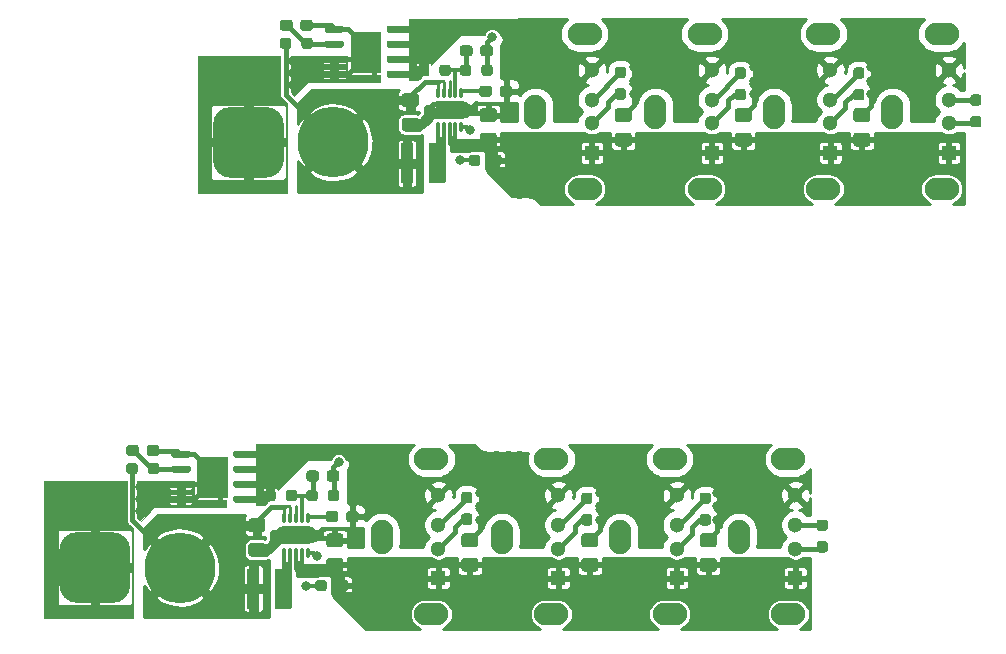
<source format=gbr>
%TF.GenerationSoftware,KiCad,Pcbnew,(5.1.7)-1*%
%TF.CreationDate,2020-12-15T13:18:25+01:00*%
%TF.ProjectId,panel_my_little_poly_v01,70616e65-6c5f-46d7-995f-6c6974746c65,rev?*%
%TF.SameCoordinates,Original*%
%TF.FileFunction,Copper,L1,Top*%
%TF.FilePolarity,Positive*%
%FSLAX46Y46*%
G04 Gerber Fmt 4.6, Leading zero omitted, Abs format (unit mm)*
G04 Created by KiCad (PCBNEW (5.1.7)-1) date 2020-12-15 13:18:25*
%MOMM*%
%LPD*%
G01*
G04 APERTURE LIST*
%TA.AperFunction,EtchedComponent*%
%ADD10C,0.100000*%
%TD*%
%TA.AperFunction,ComponentPad*%
%ADD11C,0.800000*%
%TD*%
%TA.AperFunction,ComponentPad*%
%ADD12R,1.300000X1.300000*%
%TD*%
%TA.AperFunction,ComponentPad*%
%ADD13C,1.300000*%
%TD*%
%TA.AperFunction,ComponentPad*%
%ADD14O,2.900000X1.900000*%
%TD*%
%TA.AperFunction,ComponentPad*%
%ADD15O,1.900000X2.900000*%
%TD*%
%TA.AperFunction,SMDPad,CuDef*%
%ADD16R,0.980000X3.400000*%
%TD*%
%TA.AperFunction,SMDPad,CuDef*%
%ADD17O,0.280000X0.850000*%
%TD*%
%TA.AperFunction,SMDPad,CuDef*%
%ADD18R,0.280000X0.280000*%
%TD*%
%TA.AperFunction,SMDPad,CuDef*%
%ADD19R,1.050000X0.680000*%
%TD*%
%TA.AperFunction,SMDPad,CuDef*%
%ADD20R,0.700000X0.280000*%
%TD*%
%TA.AperFunction,SMDPad,CuDef*%
%ADD21R,0.500000X0.260000*%
%TD*%
%TA.AperFunction,SMDPad,CuDef*%
%ADD22R,2.400000X1.650000*%
%TD*%
%TA.AperFunction,ComponentPad*%
%ADD23C,0.600000*%
%TD*%
%TA.AperFunction,ComponentPad*%
%ADD24C,6.000000*%
%TD*%
%TA.AperFunction,ViaPad*%
%ADD25C,0.800000*%
%TD*%
%TA.AperFunction,Conductor*%
%ADD26C,0.400000*%
%TD*%
%TA.AperFunction,Conductor*%
%ADD27C,0.600000*%
%TD*%
%TA.AperFunction,Conductor*%
%ADD28C,0.300000*%
%TD*%
%TA.AperFunction,Conductor*%
%ADD29C,0.250000*%
%TD*%
%TA.AperFunction,Conductor*%
%ADD30C,0.254000*%
%TD*%
%TA.AperFunction,Conductor*%
%ADD31C,0.100000*%
%TD*%
G04 APERTURE END LIST*
D10*
%TO.C,U102*%
G36*
X59962000Y-26928500D02*
G01*
X62462000Y-26928500D01*
X62462000Y-30328500D01*
X59962000Y-30328500D01*
X59962000Y-26928500D01*
G37*
X59962000Y-26928500D02*
X62462000Y-26928500D01*
X62462000Y-30328500D01*
X59962000Y-30328500D01*
X59962000Y-26928500D01*
G36*
X46962000Y-62928500D02*
G01*
X49462000Y-62928500D01*
X49462000Y-66328500D01*
X46962000Y-66328500D01*
X46962000Y-62928500D01*
G37*
X46962000Y-62928500D02*
X49462000Y-62928500D01*
X49462000Y-66328500D01*
X46962000Y-66328500D01*
X46962000Y-62928500D01*
%TD*%
%TO.P,R108,1*%
%TO.N,Net-(J105-Pad2)*%
%TA.AperFunction,SMDPad,CuDef*%
G36*
G01*
X113138500Y-35045000D02*
X112663500Y-35045000D01*
G75*
G02*
X112426000Y-34807500I0J237500D01*
G01*
X112426000Y-34307500D01*
G75*
G02*
X112663500Y-34070000I237500J0D01*
G01*
X113138500Y-34070000D01*
G75*
G02*
X113376000Y-34307500I0J-237500D01*
G01*
X113376000Y-34807500D01*
G75*
G02*
X113138500Y-35045000I-237500J0D01*
G01*
G37*
%TD.AperFunction*%
%TO.P,R108,2*%
%TO.N,Net-(J105-Pad3)*%
%TA.AperFunction,SMDPad,CuDef*%
G36*
G01*
X113138500Y-33220000D02*
X112663500Y-33220000D01*
G75*
G02*
X112426000Y-32982500I0J237500D01*
G01*
X112426000Y-32482500D01*
G75*
G02*
X112663500Y-32245000I237500J0D01*
G01*
X113138500Y-32245000D01*
G75*
G02*
X113376000Y-32482500I0J-237500D01*
G01*
X113376000Y-32982500D01*
G75*
G02*
X113138500Y-33220000I-237500J0D01*
G01*
G37*
%TD.AperFunction*%
%TD*%
%TO.P,R107,1*%
%TO.N,Net-(J104-Pad2)*%
%TA.AperFunction,SMDPad,CuDef*%
G36*
G01*
X103232500Y-32759000D02*
X102757500Y-32759000D01*
G75*
G02*
X102520000Y-32521500I0J237500D01*
G01*
X102520000Y-32021500D01*
G75*
G02*
X102757500Y-31784000I237500J0D01*
G01*
X103232500Y-31784000D01*
G75*
G02*
X103470000Y-32021500I0J-237500D01*
G01*
X103470000Y-32521500D01*
G75*
G02*
X103232500Y-32759000I-237500J0D01*
G01*
G37*
%TD.AperFunction*%
%TO.P,R107,2*%
%TO.N,Net-(J104-Pad3)*%
%TA.AperFunction,SMDPad,CuDef*%
G36*
G01*
X103232500Y-30934000D02*
X102757500Y-30934000D01*
G75*
G02*
X102520000Y-30696500I0J237500D01*
G01*
X102520000Y-30196500D01*
G75*
G02*
X102757500Y-29959000I237500J0D01*
G01*
X103232500Y-29959000D01*
G75*
G02*
X103470000Y-30196500I0J-237500D01*
G01*
X103470000Y-30696500D01*
G75*
G02*
X103232500Y-30934000I-237500J0D01*
G01*
G37*
%TD.AperFunction*%
%TD*%
%TO.P,R106,1*%
%TO.N,Net-(J103-Pad2)*%
%TA.AperFunction,SMDPad,CuDef*%
G36*
G01*
X93199500Y-32759000D02*
X92724500Y-32759000D01*
G75*
G02*
X92487000Y-32521500I0J237500D01*
G01*
X92487000Y-32021500D01*
G75*
G02*
X92724500Y-31784000I237500J0D01*
G01*
X93199500Y-31784000D01*
G75*
G02*
X93437000Y-32021500I0J-237500D01*
G01*
X93437000Y-32521500D01*
G75*
G02*
X93199500Y-32759000I-237500J0D01*
G01*
G37*
%TD.AperFunction*%
%TO.P,R106,2*%
%TO.N,Net-(J103-Pad3)*%
%TA.AperFunction,SMDPad,CuDef*%
G36*
G01*
X93199500Y-30934000D02*
X92724500Y-30934000D01*
G75*
G02*
X92487000Y-30696500I0J237500D01*
G01*
X92487000Y-30196500D01*
G75*
G02*
X92724500Y-29959000I237500J0D01*
G01*
X93199500Y-29959000D01*
G75*
G02*
X93437000Y-30196500I0J-237500D01*
G01*
X93437000Y-30696500D01*
G75*
G02*
X93199500Y-30934000I-237500J0D01*
G01*
G37*
%TD.AperFunction*%
%TD*%
%TO.P,R105,1*%
%TO.N,Net-(J102-Pad2)*%
%TA.AperFunction,SMDPad,CuDef*%
G36*
G01*
X83037500Y-32700000D02*
X82562500Y-32700000D01*
G75*
G02*
X82325000Y-32462500I0J237500D01*
G01*
X82325000Y-31962500D01*
G75*
G02*
X82562500Y-31725000I237500J0D01*
G01*
X83037500Y-31725000D01*
G75*
G02*
X83275000Y-31962500I0J-237500D01*
G01*
X83275000Y-32462500D01*
G75*
G02*
X83037500Y-32700000I-237500J0D01*
G01*
G37*
%TD.AperFunction*%
%TO.P,R105,2*%
%TO.N,Net-(J102-Pad3)*%
%TA.AperFunction,SMDPad,CuDef*%
G36*
G01*
X83037500Y-30875000D02*
X82562500Y-30875000D01*
G75*
G02*
X82325000Y-30637500I0J237500D01*
G01*
X82325000Y-30137500D01*
G75*
G02*
X82562500Y-29900000I237500J0D01*
G01*
X83037500Y-29900000D01*
G75*
G02*
X83275000Y-30137500I0J-237500D01*
G01*
X83275000Y-30637500D01*
G75*
G02*
X83037500Y-30875000I-237500J0D01*
G01*
G37*
%TD.AperFunction*%
%TD*%
D11*
%TO.P,U102,9*%
%TO.N,/Bat_minus*%
X61912000Y-29728500D03*
X60512000Y-29728500D03*
X60512000Y-27528500D03*
X61912000Y-27528500D03*
X61212000Y-28628500D03*
%TO.P,U102,8*%
%TA.AperFunction,SMDPad,CuDef*%
G36*
G01*
X59412000Y-30383500D02*
X59412000Y-30683500D01*
G75*
G02*
X59262000Y-30833500I-150000J0D01*
G01*
X57912000Y-30833500D01*
G75*
G02*
X57762000Y-30683500I0J150000D01*
G01*
X57762000Y-30383500D01*
G75*
G02*
X57912000Y-30233500I150000J0D01*
G01*
X59262000Y-30233500D01*
G75*
G02*
X59412000Y-30383500I0J-150000D01*
G01*
G37*
%TD.AperFunction*%
%TO.P,U102,7*%
%TA.AperFunction,SMDPad,CuDef*%
G36*
G01*
X59412000Y-29113500D02*
X59412000Y-29413500D01*
G75*
G02*
X59262000Y-29563500I-150000J0D01*
G01*
X57912000Y-29563500D01*
G75*
G02*
X57762000Y-29413500I0J150000D01*
G01*
X57762000Y-29113500D01*
G75*
G02*
X57912000Y-28963500I150000J0D01*
G01*
X59262000Y-28963500D01*
G75*
G02*
X59412000Y-29113500I0J-150000D01*
G01*
G37*
%TD.AperFunction*%
%TO.P,U102,6*%
%TO.N,Net-(C108-Pad1)*%
%TA.AperFunction,SMDPad,CuDef*%
G36*
G01*
X59412000Y-27843500D02*
X59412000Y-28143500D01*
G75*
G02*
X59262000Y-28293500I-150000J0D01*
G01*
X57912000Y-28293500D01*
G75*
G02*
X57762000Y-28143500I0J150000D01*
G01*
X57762000Y-27843500D01*
G75*
G02*
X57912000Y-27693500I150000J0D01*
G01*
X59262000Y-27693500D01*
G75*
G02*
X59412000Y-27843500I0J-150000D01*
G01*
G37*
%TD.AperFunction*%
%TO.P,U102,5*%
%TO.N,/Bat_minus*%
%TA.AperFunction,SMDPad,CuDef*%
G36*
G01*
X59412000Y-26573500D02*
X59412000Y-26873500D01*
G75*
G02*
X59262000Y-27023500I-150000J0D01*
G01*
X57912000Y-27023500D01*
G75*
G02*
X57762000Y-26873500I0J150000D01*
G01*
X57762000Y-26573500D01*
G75*
G02*
X57912000Y-26423500I150000J0D01*
G01*
X59262000Y-26423500D01*
G75*
G02*
X59412000Y-26573500I0J-150000D01*
G01*
G37*
%TD.AperFunction*%
%TO.P,U102,4*%
%TO.N,GND*%
%TA.AperFunction,SMDPad,CuDef*%
G36*
G01*
X64662000Y-26573500D02*
X64662000Y-26873500D01*
G75*
G02*
X64512000Y-27023500I-150000J0D01*
G01*
X63162000Y-27023500D01*
G75*
G02*
X63012000Y-26873500I0J150000D01*
G01*
X63012000Y-26573500D01*
G75*
G02*
X63162000Y-26423500I150000J0D01*
G01*
X64512000Y-26423500D01*
G75*
G02*
X64662000Y-26573500I0J-150000D01*
G01*
G37*
%TD.AperFunction*%
%TO.P,U102,3*%
%TA.AperFunction,SMDPad,CuDef*%
G36*
G01*
X64662000Y-27843500D02*
X64662000Y-28143500D01*
G75*
G02*
X64512000Y-28293500I-150000J0D01*
G01*
X63162000Y-28293500D01*
G75*
G02*
X63012000Y-28143500I0J150000D01*
G01*
X63012000Y-27843500D01*
G75*
G02*
X63162000Y-27693500I150000J0D01*
G01*
X64512000Y-27693500D01*
G75*
G02*
X64662000Y-27843500I0J-150000D01*
G01*
G37*
%TD.AperFunction*%
%TO.P,U102,2*%
%TA.AperFunction,SMDPad,CuDef*%
G36*
G01*
X64662000Y-29113500D02*
X64662000Y-29413500D01*
G75*
G02*
X64512000Y-29563500I-150000J0D01*
G01*
X63162000Y-29563500D01*
G75*
G02*
X63012000Y-29413500I0J150000D01*
G01*
X63012000Y-29113500D01*
G75*
G02*
X63162000Y-28963500I150000J0D01*
G01*
X64512000Y-28963500D01*
G75*
G02*
X64662000Y-29113500I0J-150000D01*
G01*
G37*
%TD.AperFunction*%
%TO.P,U102,1*%
%TA.AperFunction,SMDPad,CuDef*%
G36*
G01*
X64662000Y-30383500D02*
X64662000Y-30683500D01*
G75*
G02*
X64512000Y-30833500I-150000J0D01*
G01*
X63162000Y-30833500D01*
G75*
G02*
X63012000Y-30683500I0J150000D01*
G01*
X63012000Y-30383500D01*
G75*
G02*
X63162000Y-30233500I150000J0D01*
G01*
X64512000Y-30233500D01*
G75*
G02*
X64662000Y-30383500I0J-150000D01*
G01*
G37*
%TD.AperFunction*%
%TD*%
%TO.P,R104,2*%
%TO.N,/Vin*%
%TA.AperFunction,SMDPad,CuDef*%
G36*
G01*
X54945000Y-27692500D02*
X54945000Y-28167500D01*
G75*
G02*
X54707500Y-28405000I-237500J0D01*
G01*
X54207500Y-28405000D01*
G75*
G02*
X53970000Y-28167500I0J237500D01*
G01*
X53970000Y-27692500D01*
G75*
G02*
X54207500Y-27455000I237500J0D01*
G01*
X54707500Y-27455000D01*
G75*
G02*
X54945000Y-27692500I0J-237500D01*
G01*
G37*
%TD.AperFunction*%
%TO.P,R104,1*%
%TO.N,Net-(C108-Pad1)*%
%TA.AperFunction,SMDPad,CuDef*%
G36*
G01*
X56770000Y-27692500D02*
X56770000Y-28167500D01*
G75*
G02*
X56532500Y-28405000I-237500J0D01*
G01*
X56032500Y-28405000D01*
G75*
G02*
X55795000Y-28167500I0J237500D01*
G01*
X55795000Y-27692500D01*
G75*
G02*
X56032500Y-27455000I237500J0D01*
G01*
X56532500Y-27455000D01*
G75*
G02*
X56770000Y-27692500I0J-237500D01*
G01*
G37*
%TD.AperFunction*%
%TD*%
%TO.P,C108,2*%
%TO.N,/Bat_minus*%
%TA.AperFunction,SMDPad,CuDef*%
G36*
G01*
X55695000Y-26643500D02*
X55695000Y-26168500D01*
G75*
G02*
X55932500Y-25931000I237500J0D01*
G01*
X56532500Y-25931000D01*
G75*
G02*
X56770000Y-26168500I0J-237500D01*
G01*
X56770000Y-26643500D01*
G75*
G02*
X56532500Y-26881000I-237500J0D01*
G01*
X55932500Y-26881000D01*
G75*
G02*
X55695000Y-26643500I0J237500D01*
G01*
G37*
%TD.AperFunction*%
%TO.P,C108,1*%
%TO.N,Net-(C108-Pad1)*%
%TA.AperFunction,SMDPad,CuDef*%
G36*
G01*
X53970000Y-26643500D02*
X53970000Y-26168500D01*
G75*
G02*
X54207500Y-25931000I237500J0D01*
G01*
X54807500Y-25931000D01*
G75*
G02*
X55045000Y-26168500I0J-237500D01*
G01*
X55045000Y-26643500D01*
G75*
G02*
X54807500Y-26881000I-237500J0D01*
G01*
X54207500Y-26881000D01*
G75*
G02*
X53970000Y-26643500I0J237500D01*
G01*
G37*
%TD.AperFunction*%
%TD*%
%TO.P,C107,1*%
%TO.N,/Vout*%
%TA.AperFunction,SMDPad,CuDef*%
G36*
G01*
X103724000Y-36667000D02*
X102774000Y-36667000D01*
G75*
G02*
X102524000Y-36417000I0J250000D01*
G01*
X102524000Y-35742000D01*
G75*
G02*
X102774000Y-35492000I250000J0D01*
G01*
X103724000Y-35492000D01*
G75*
G02*
X103974000Y-35742000I0J-250000D01*
G01*
X103974000Y-36417000D01*
G75*
G02*
X103724000Y-36667000I-250000J0D01*
G01*
G37*
%TD.AperFunction*%
%TO.P,C107,2*%
%TO.N,GND*%
%TA.AperFunction,SMDPad,CuDef*%
G36*
G01*
X103724000Y-34592000D02*
X102774000Y-34592000D01*
G75*
G02*
X102524000Y-34342000I0J250000D01*
G01*
X102524000Y-33667000D01*
G75*
G02*
X102774000Y-33417000I250000J0D01*
G01*
X103724000Y-33417000D01*
G75*
G02*
X103974000Y-33667000I0J-250000D01*
G01*
X103974000Y-34342000D01*
G75*
G02*
X103724000Y-34592000I-250000J0D01*
G01*
G37*
%TD.AperFunction*%
%TD*%
D12*
%TO.P,J105,1*%
%TO.N,/Vout*%
X110615000Y-37201000D03*
D13*
%TO.P,J105,2*%
%TO.N,Net-(J105-Pad2)*%
X110615000Y-34701000D03*
%TO.P,J105,3*%
%TO.N,Net-(J105-Pad3)*%
X110615000Y-32701000D03*
%TO.P,J105,4*%
%TO.N,GND*%
X110615000Y-30201000D03*
D14*
%TO.P,J105,5*%
%TO.N,N/C*%
X110015000Y-40271000D03*
X110015000Y-27131000D03*
D15*
X105835000Y-33701000D03*
%TD*%
D12*
%TO.P,J104,1*%
%TO.N,/Vout*%
X100582000Y-37201000D03*
D13*
%TO.P,J104,2*%
%TO.N,Net-(J104-Pad2)*%
X100582000Y-34701000D03*
%TO.P,J104,3*%
%TO.N,Net-(J104-Pad3)*%
X100582000Y-32701000D03*
%TO.P,J104,4*%
%TO.N,GND*%
X100582000Y-30201000D03*
D14*
%TO.P,J104,5*%
%TO.N,N/C*%
X99982000Y-40271000D03*
X99982000Y-27131000D03*
D15*
X95802000Y-33701000D03*
%TD*%
D12*
%TO.P,J103,1*%
%TO.N,/Vout*%
X90549000Y-37201000D03*
D13*
%TO.P,J103,2*%
%TO.N,Net-(J103-Pad2)*%
X90549000Y-34701000D03*
%TO.P,J103,3*%
%TO.N,Net-(J103-Pad3)*%
X90549000Y-32701000D03*
%TO.P,J103,4*%
%TO.N,GND*%
X90549000Y-30201000D03*
D14*
%TO.P,J103,5*%
%TO.N,N/C*%
X89949000Y-40271000D03*
X89949000Y-27131000D03*
D15*
X85769000Y-33701000D03*
%TD*%
D12*
%TO.P,J102,1*%
%TO.N,/Vout*%
X80389000Y-37201000D03*
D13*
%TO.P,J102,2*%
%TO.N,Net-(J102-Pad2)*%
X80389000Y-34701000D03*
%TO.P,J102,3*%
%TO.N,Net-(J102-Pad3)*%
X80389000Y-32701000D03*
%TO.P,J102,4*%
%TO.N,GND*%
X80389000Y-30201000D03*
D14*
%TO.P,J102,5*%
%TO.N,N/C*%
X79789000Y-40271000D03*
X79789000Y-27131000D03*
D15*
X75609000Y-33701000D03*
%TD*%
%TO.P,C106,1*%
%TO.N,/Vout*%
%TA.AperFunction,SMDPad,CuDef*%
G36*
G01*
X72010000Y-28327500D02*
X72010000Y-28802500D01*
G75*
G02*
X71772500Y-29040000I-237500J0D01*
G01*
X71172500Y-29040000D01*
G75*
G02*
X70935000Y-28802500I0J237500D01*
G01*
X70935000Y-28327500D01*
G75*
G02*
X71172500Y-28090000I237500J0D01*
G01*
X71772500Y-28090000D01*
G75*
G02*
X72010000Y-28327500I0J-237500D01*
G01*
G37*
%TD.AperFunction*%
%TO.P,C106,2*%
%TO.N,Net-(C106-Pad2)*%
%TA.AperFunction,SMDPad,CuDef*%
G36*
G01*
X70285000Y-28327500D02*
X70285000Y-28802500D01*
G75*
G02*
X70047500Y-29040000I-237500J0D01*
G01*
X69447500Y-29040000D01*
G75*
G02*
X69210000Y-28802500I0J237500D01*
G01*
X69210000Y-28327500D01*
G75*
G02*
X69447500Y-28090000I237500J0D01*
G01*
X70047500Y-28090000D01*
G75*
G02*
X70285000Y-28327500I0J-237500D01*
G01*
G37*
%TD.AperFunction*%
%TD*%
D16*
%TO.P,L101,1*%
%TO.N,/Vin*%
X64726000Y-38090000D03*
%TO.P,L101,2*%
%TO.N,/SW*%
X67096000Y-38090000D03*
%TD*%
D17*
%TO.P,U101,1*%
%TO.N,/SW*%
X67340000Y-35042000D03*
%TO.P,U101,2*%
X67840000Y-35042000D03*
D18*
%TO.P,U101,3*%
%TO.N,/Vout*%
X68340000Y-35327000D03*
D17*
%TO.P,U101,4*%
X68840000Y-35042000D03*
D18*
%TO.P,U101,5*%
%TO.N,Net-(R103-Pad2)*%
X69340000Y-35327000D03*
D17*
%TO.P,U101,6*%
%TO.N,Net-(C105-Pad1)*%
X69340000Y-32092000D03*
%TO.P,U101,7*%
%TO.N,Net-(C106-Pad2)*%
X68840000Y-32092000D03*
D18*
%TO.P,U101,8*%
%TO.N,Net-(U101-Pad8)*%
X68340000Y-31807000D03*
%TO.P,U101,9*%
%TO.N,/Vin*%
X67840000Y-31807000D03*
%TO.P,U101,10*%
X67340000Y-31807000D03*
D19*
%TO.P,U101,11*%
%TO.N,GND*%
X67705000Y-34017000D03*
D20*
X66790000Y-33817000D03*
D21*
X66710000Y-33817000D03*
D20*
X66790000Y-33317000D03*
X69890000Y-33817000D03*
X69890000Y-33317000D03*
D21*
X66710000Y-33317000D03*
X69970000Y-33817000D03*
X69970000Y-33317000D03*
D19*
X67705000Y-33117000D03*
X68975000Y-34017000D03*
X68975000Y-33117000D03*
D22*
X68340000Y-33567000D03*
D18*
%TO.P,U101,1*%
%TO.N,/SW*%
X67340000Y-35327000D03*
%TO.P,U101,2*%
X67840000Y-35327000D03*
D17*
%TO.P,U101,3*%
%TO.N,/Vout*%
X68340000Y-35042000D03*
D18*
%TO.P,U101,4*%
X68840000Y-35327000D03*
D17*
%TO.P,U101,5*%
%TO.N,Net-(R103-Pad2)*%
X69340000Y-35042000D03*
D18*
%TO.P,U101,6*%
%TO.N,Net-(C105-Pad1)*%
X69340000Y-31807000D03*
%TO.P,U101,7*%
%TO.N,Net-(C106-Pad2)*%
X68840000Y-31807000D03*
D17*
%TO.P,U101,8*%
%TO.N,Net-(U101-Pad8)*%
X68340000Y-32092000D03*
%TO.P,U101,9*%
%TO.N,/Vin*%
X67840000Y-32092000D03*
%TO.P,U101,10*%
X67340000Y-32092000D03*
D23*
%TO.P,U101,11*%
%TO.N,GND*%
X69090000Y-33067000D03*
X68340000Y-33567000D03*
X67590000Y-33067000D03*
X67590000Y-34067000D03*
X69090000Y-34067000D03*
%TD*%
%TO.P,R103,1*%
%TO.N,/Vout*%
%TA.AperFunction,SMDPad,CuDef*%
G36*
G01*
X72772000Y-37598500D02*
X72772000Y-38073500D01*
G75*
G02*
X72534500Y-38311000I-237500J0D01*
G01*
X72034500Y-38311000D01*
G75*
G02*
X71797000Y-38073500I0J237500D01*
G01*
X71797000Y-37598500D01*
G75*
G02*
X72034500Y-37361000I237500J0D01*
G01*
X72534500Y-37361000D01*
G75*
G02*
X72772000Y-37598500I0J-237500D01*
G01*
G37*
%TD.AperFunction*%
%TO.P,R103,2*%
%TO.N,Net-(R103-Pad2)*%
%TA.AperFunction,SMDPad,CuDef*%
G36*
G01*
X70947000Y-37598500D02*
X70947000Y-38073500D01*
G75*
G02*
X70709500Y-38311000I-237500J0D01*
G01*
X70209500Y-38311000D01*
G75*
G02*
X69972000Y-38073500I0J237500D01*
G01*
X69972000Y-37598500D01*
G75*
G02*
X70209500Y-37361000I237500J0D01*
G01*
X70709500Y-37361000D01*
G75*
G02*
X70947000Y-37598500I0J-237500D01*
G01*
G37*
%TD.AperFunction*%
%TD*%
%TO.P,R102,1*%
%TO.N,Net-(C106-Pad2)*%
%TA.AperFunction,SMDPad,CuDef*%
G36*
G01*
X68454000Y-29978500D02*
X68454000Y-30453500D01*
G75*
G02*
X68216500Y-30691000I-237500J0D01*
G01*
X67716500Y-30691000D01*
G75*
G02*
X67479000Y-30453500I0J237500D01*
G01*
X67479000Y-29978500D01*
G75*
G02*
X67716500Y-29741000I237500J0D01*
G01*
X68216500Y-29741000D01*
G75*
G02*
X68454000Y-29978500I0J-237500D01*
G01*
G37*
%TD.AperFunction*%
%TO.P,R102,2*%
%TO.N,GND*%
%TA.AperFunction,SMDPad,CuDef*%
G36*
G01*
X66629000Y-29978500D02*
X66629000Y-30453500D01*
G75*
G02*
X66391500Y-30691000I-237500J0D01*
G01*
X65891500Y-30691000D01*
G75*
G02*
X65654000Y-30453500I0J237500D01*
G01*
X65654000Y-29978500D01*
G75*
G02*
X65891500Y-29741000I237500J0D01*
G01*
X66391500Y-29741000D01*
G75*
G02*
X66629000Y-29978500I0J-237500D01*
G01*
G37*
%TD.AperFunction*%
%TD*%
%TO.P,R101,1*%
%TO.N,/Vout*%
%TA.AperFunction,SMDPad,CuDef*%
G36*
G01*
X72010000Y-29978500D02*
X72010000Y-30453500D01*
G75*
G02*
X71772500Y-30691000I-237500J0D01*
G01*
X71272500Y-30691000D01*
G75*
G02*
X71035000Y-30453500I0J237500D01*
G01*
X71035000Y-29978500D01*
G75*
G02*
X71272500Y-29741000I237500J0D01*
G01*
X71772500Y-29741000D01*
G75*
G02*
X72010000Y-29978500I0J-237500D01*
G01*
G37*
%TD.AperFunction*%
%TO.P,R101,2*%
%TO.N,Net-(C106-Pad2)*%
%TA.AperFunction,SMDPad,CuDef*%
G36*
G01*
X70185000Y-29978500D02*
X70185000Y-30453500D01*
G75*
G02*
X69947500Y-30691000I-237500J0D01*
G01*
X69447500Y-30691000D01*
G75*
G02*
X69210000Y-30453500I0J237500D01*
G01*
X69210000Y-29978500D01*
G75*
G02*
X69447500Y-29741000I237500J0D01*
G01*
X69947500Y-29741000D01*
G75*
G02*
X70185000Y-29978500I0J-237500D01*
G01*
G37*
%TD.AperFunction*%
%TD*%
D24*
%TO.P,J101,2*%
%TO.N,/Vin*%
X58506000Y-36312000D03*
%TO.P,J101,1*%
%TO.N,/Bat_minus*%
%TA.AperFunction,ComponentPad*%
G36*
G01*
X48306000Y-37812000D02*
X48306000Y-34812000D01*
G75*
G02*
X49806000Y-33312000I1500000J0D01*
G01*
X52806000Y-33312000D01*
G75*
G02*
X54306000Y-34812000I0J-1500000D01*
G01*
X54306000Y-37812000D01*
G75*
G02*
X52806000Y-39312000I-1500000J0D01*
G01*
X49806000Y-39312000D01*
G75*
G02*
X48306000Y-37812000I0J1500000D01*
G01*
G37*
%TD.AperFunction*%
%TD*%
%TO.P,C105,1*%
%TO.N,Net-(C105-Pad1)*%
%TA.AperFunction,SMDPad,CuDef*%
G36*
G01*
X70861000Y-32231500D02*
X70861000Y-31756500D01*
G75*
G02*
X71098500Y-31519000I237500J0D01*
G01*
X71698500Y-31519000D01*
G75*
G02*
X71936000Y-31756500I0J-237500D01*
G01*
X71936000Y-32231500D01*
G75*
G02*
X71698500Y-32469000I-237500J0D01*
G01*
X71098500Y-32469000D01*
G75*
G02*
X70861000Y-32231500I0J237500D01*
G01*
G37*
%TD.AperFunction*%
%TO.P,C105,2*%
%TO.N,GND*%
%TA.AperFunction,SMDPad,CuDef*%
G36*
G01*
X72586000Y-32231500D02*
X72586000Y-31756500D01*
G75*
G02*
X72823500Y-31519000I237500J0D01*
G01*
X73423500Y-31519000D01*
G75*
G02*
X73661000Y-31756500I0J-237500D01*
G01*
X73661000Y-32231500D01*
G75*
G02*
X73423500Y-32469000I-237500J0D01*
G01*
X72823500Y-32469000D01*
G75*
G02*
X72586000Y-32231500I0J237500D01*
G01*
G37*
%TD.AperFunction*%
%TD*%
%TO.P,C104,1*%
%TO.N,/Vout*%
%TA.AperFunction,SMDPad,CuDef*%
G36*
G01*
X93691000Y-36667000D02*
X92741000Y-36667000D01*
G75*
G02*
X92491000Y-36417000I0J250000D01*
G01*
X92491000Y-35742000D01*
G75*
G02*
X92741000Y-35492000I250000J0D01*
G01*
X93691000Y-35492000D01*
G75*
G02*
X93941000Y-35742000I0J-250000D01*
G01*
X93941000Y-36417000D01*
G75*
G02*
X93691000Y-36667000I-250000J0D01*
G01*
G37*
%TD.AperFunction*%
%TO.P,C104,2*%
%TO.N,GND*%
%TA.AperFunction,SMDPad,CuDef*%
G36*
G01*
X93691000Y-34592000D02*
X92741000Y-34592000D01*
G75*
G02*
X92491000Y-34342000I0J250000D01*
G01*
X92491000Y-33667000D01*
G75*
G02*
X92741000Y-33417000I250000J0D01*
G01*
X93691000Y-33417000D01*
G75*
G02*
X93941000Y-33667000I0J-250000D01*
G01*
X93941000Y-34342000D01*
G75*
G02*
X93691000Y-34592000I-250000J0D01*
G01*
G37*
%TD.AperFunction*%
%TD*%
%TO.P,C103,1*%
%TO.N,/Vout*%
%TA.AperFunction,SMDPad,CuDef*%
G36*
G01*
X83531000Y-36667000D02*
X82581000Y-36667000D01*
G75*
G02*
X82331000Y-36417000I0J250000D01*
G01*
X82331000Y-35742000D01*
G75*
G02*
X82581000Y-35492000I250000J0D01*
G01*
X83531000Y-35492000D01*
G75*
G02*
X83781000Y-35742000I0J-250000D01*
G01*
X83781000Y-36417000D01*
G75*
G02*
X83531000Y-36667000I-250000J0D01*
G01*
G37*
%TD.AperFunction*%
%TO.P,C103,2*%
%TO.N,GND*%
%TA.AperFunction,SMDPad,CuDef*%
G36*
G01*
X83531000Y-34592000D02*
X82581000Y-34592000D01*
G75*
G02*
X82331000Y-34342000I0J250000D01*
G01*
X82331000Y-33667000D01*
G75*
G02*
X82581000Y-33417000I250000J0D01*
G01*
X83531000Y-33417000D01*
G75*
G02*
X83781000Y-33667000I0J-250000D01*
G01*
X83781000Y-34342000D01*
G75*
G02*
X83531000Y-34592000I-250000J0D01*
G01*
G37*
%TD.AperFunction*%
%TD*%
%TO.P,C102,1*%
%TO.N,/Vout*%
%TA.AperFunction,SMDPad,CuDef*%
G36*
G01*
X72101000Y-36667000D02*
X71151000Y-36667000D01*
G75*
G02*
X70901000Y-36417000I0J250000D01*
G01*
X70901000Y-35742000D01*
G75*
G02*
X71151000Y-35492000I250000J0D01*
G01*
X72101000Y-35492000D01*
G75*
G02*
X72351000Y-35742000I0J-250000D01*
G01*
X72351000Y-36417000D01*
G75*
G02*
X72101000Y-36667000I-250000J0D01*
G01*
G37*
%TD.AperFunction*%
%TO.P,C102,2*%
%TO.N,GND*%
%TA.AperFunction,SMDPad,CuDef*%
G36*
G01*
X72101000Y-34592000D02*
X71151000Y-34592000D01*
G75*
G02*
X70901000Y-34342000I0J250000D01*
G01*
X70901000Y-33667000D01*
G75*
G02*
X71151000Y-33417000I250000J0D01*
G01*
X72101000Y-33417000D01*
G75*
G02*
X72351000Y-33667000I0J-250000D01*
G01*
X72351000Y-34342000D01*
G75*
G02*
X72101000Y-34592000I-250000J0D01*
G01*
G37*
%TD.AperFunction*%
%TD*%
%TO.P,C101,1*%
%TO.N,/Vin*%
%TA.AperFunction,SMDPad,CuDef*%
G36*
G01*
X64547000Y-32147000D02*
X65497000Y-32147000D01*
G75*
G02*
X65747000Y-32397000I0J-250000D01*
G01*
X65747000Y-33072000D01*
G75*
G02*
X65497000Y-33322000I-250000J0D01*
G01*
X64547000Y-33322000D01*
G75*
G02*
X64297000Y-33072000I0J250000D01*
G01*
X64297000Y-32397000D01*
G75*
G02*
X64547000Y-32147000I250000J0D01*
G01*
G37*
%TD.AperFunction*%
%TO.P,C101,2*%
%TO.N,GND*%
%TA.AperFunction,SMDPad,CuDef*%
G36*
G01*
X64547000Y-34222000D02*
X65497000Y-34222000D01*
G75*
G02*
X65747000Y-34472000I0J-250000D01*
G01*
X65747000Y-35147000D01*
G75*
G02*
X65497000Y-35397000I-250000J0D01*
G01*
X64547000Y-35397000D01*
G75*
G02*
X64297000Y-35147000I0J250000D01*
G01*
X64297000Y-34472000D01*
G75*
G02*
X64547000Y-34222000I250000J0D01*
G01*
G37*
%TD.AperFunction*%
%TD*%
%TO.P,R108,1*%
%TO.N,Net-(J105-Pad2)*%
%TA.AperFunction,SMDPad,CuDef*%
G36*
G01*
X100138500Y-71045000D02*
X99663500Y-71045000D01*
G75*
G02*
X99426000Y-70807500I0J237500D01*
G01*
X99426000Y-70307500D01*
G75*
G02*
X99663500Y-70070000I237500J0D01*
G01*
X100138500Y-70070000D01*
G75*
G02*
X100376000Y-70307500I0J-237500D01*
G01*
X100376000Y-70807500D01*
G75*
G02*
X100138500Y-71045000I-237500J0D01*
G01*
G37*
%TD.AperFunction*%
%TO.P,R108,2*%
%TO.N,Net-(J105-Pad3)*%
%TA.AperFunction,SMDPad,CuDef*%
G36*
G01*
X100138500Y-69220000D02*
X99663500Y-69220000D01*
G75*
G02*
X99426000Y-68982500I0J237500D01*
G01*
X99426000Y-68482500D01*
G75*
G02*
X99663500Y-68245000I237500J0D01*
G01*
X100138500Y-68245000D01*
G75*
G02*
X100376000Y-68482500I0J-237500D01*
G01*
X100376000Y-68982500D01*
G75*
G02*
X100138500Y-69220000I-237500J0D01*
G01*
G37*
%TD.AperFunction*%
%TD*%
%TO.P,R107,1*%
%TO.N,Net-(J104-Pad2)*%
%TA.AperFunction,SMDPad,CuDef*%
G36*
G01*
X90232500Y-68759000D02*
X89757500Y-68759000D01*
G75*
G02*
X89520000Y-68521500I0J237500D01*
G01*
X89520000Y-68021500D01*
G75*
G02*
X89757500Y-67784000I237500J0D01*
G01*
X90232500Y-67784000D01*
G75*
G02*
X90470000Y-68021500I0J-237500D01*
G01*
X90470000Y-68521500D01*
G75*
G02*
X90232500Y-68759000I-237500J0D01*
G01*
G37*
%TD.AperFunction*%
%TO.P,R107,2*%
%TO.N,Net-(J104-Pad3)*%
%TA.AperFunction,SMDPad,CuDef*%
G36*
G01*
X90232500Y-66934000D02*
X89757500Y-66934000D01*
G75*
G02*
X89520000Y-66696500I0J237500D01*
G01*
X89520000Y-66196500D01*
G75*
G02*
X89757500Y-65959000I237500J0D01*
G01*
X90232500Y-65959000D01*
G75*
G02*
X90470000Y-66196500I0J-237500D01*
G01*
X90470000Y-66696500D01*
G75*
G02*
X90232500Y-66934000I-237500J0D01*
G01*
G37*
%TD.AperFunction*%
%TD*%
%TO.P,R106,1*%
%TO.N,Net-(J103-Pad2)*%
%TA.AperFunction,SMDPad,CuDef*%
G36*
G01*
X80199500Y-68759000D02*
X79724500Y-68759000D01*
G75*
G02*
X79487000Y-68521500I0J237500D01*
G01*
X79487000Y-68021500D01*
G75*
G02*
X79724500Y-67784000I237500J0D01*
G01*
X80199500Y-67784000D01*
G75*
G02*
X80437000Y-68021500I0J-237500D01*
G01*
X80437000Y-68521500D01*
G75*
G02*
X80199500Y-68759000I-237500J0D01*
G01*
G37*
%TD.AperFunction*%
%TO.P,R106,2*%
%TO.N,Net-(J103-Pad3)*%
%TA.AperFunction,SMDPad,CuDef*%
G36*
G01*
X80199500Y-66934000D02*
X79724500Y-66934000D01*
G75*
G02*
X79487000Y-66696500I0J237500D01*
G01*
X79487000Y-66196500D01*
G75*
G02*
X79724500Y-65959000I237500J0D01*
G01*
X80199500Y-65959000D01*
G75*
G02*
X80437000Y-66196500I0J-237500D01*
G01*
X80437000Y-66696500D01*
G75*
G02*
X80199500Y-66934000I-237500J0D01*
G01*
G37*
%TD.AperFunction*%
%TD*%
%TO.P,R105,1*%
%TO.N,Net-(J102-Pad2)*%
%TA.AperFunction,SMDPad,CuDef*%
G36*
G01*
X70037500Y-68700000D02*
X69562500Y-68700000D01*
G75*
G02*
X69325000Y-68462500I0J237500D01*
G01*
X69325000Y-67962500D01*
G75*
G02*
X69562500Y-67725000I237500J0D01*
G01*
X70037500Y-67725000D01*
G75*
G02*
X70275000Y-67962500I0J-237500D01*
G01*
X70275000Y-68462500D01*
G75*
G02*
X70037500Y-68700000I-237500J0D01*
G01*
G37*
%TD.AperFunction*%
%TO.P,R105,2*%
%TO.N,Net-(J102-Pad3)*%
%TA.AperFunction,SMDPad,CuDef*%
G36*
G01*
X70037500Y-66875000D02*
X69562500Y-66875000D01*
G75*
G02*
X69325000Y-66637500I0J237500D01*
G01*
X69325000Y-66137500D01*
G75*
G02*
X69562500Y-65900000I237500J0D01*
G01*
X70037500Y-65900000D01*
G75*
G02*
X70275000Y-66137500I0J-237500D01*
G01*
X70275000Y-66637500D01*
G75*
G02*
X70037500Y-66875000I-237500J0D01*
G01*
G37*
%TD.AperFunction*%
%TD*%
D11*
%TO.P,U102,9*%
%TO.N,/Bat_minus*%
X48912000Y-65728500D03*
X47512000Y-65728500D03*
X47512000Y-63528500D03*
X48912000Y-63528500D03*
X48212000Y-64628500D03*
%TO.P,U102,8*%
%TA.AperFunction,SMDPad,CuDef*%
G36*
G01*
X46412000Y-66383500D02*
X46412000Y-66683500D01*
G75*
G02*
X46262000Y-66833500I-150000J0D01*
G01*
X44912000Y-66833500D01*
G75*
G02*
X44762000Y-66683500I0J150000D01*
G01*
X44762000Y-66383500D01*
G75*
G02*
X44912000Y-66233500I150000J0D01*
G01*
X46262000Y-66233500D01*
G75*
G02*
X46412000Y-66383500I0J-150000D01*
G01*
G37*
%TD.AperFunction*%
%TO.P,U102,7*%
%TA.AperFunction,SMDPad,CuDef*%
G36*
G01*
X46412000Y-65113500D02*
X46412000Y-65413500D01*
G75*
G02*
X46262000Y-65563500I-150000J0D01*
G01*
X44912000Y-65563500D01*
G75*
G02*
X44762000Y-65413500I0J150000D01*
G01*
X44762000Y-65113500D01*
G75*
G02*
X44912000Y-64963500I150000J0D01*
G01*
X46262000Y-64963500D01*
G75*
G02*
X46412000Y-65113500I0J-150000D01*
G01*
G37*
%TD.AperFunction*%
%TO.P,U102,6*%
%TO.N,Net-(C108-Pad1)*%
%TA.AperFunction,SMDPad,CuDef*%
G36*
G01*
X46412000Y-63843500D02*
X46412000Y-64143500D01*
G75*
G02*
X46262000Y-64293500I-150000J0D01*
G01*
X44912000Y-64293500D01*
G75*
G02*
X44762000Y-64143500I0J150000D01*
G01*
X44762000Y-63843500D01*
G75*
G02*
X44912000Y-63693500I150000J0D01*
G01*
X46262000Y-63693500D01*
G75*
G02*
X46412000Y-63843500I0J-150000D01*
G01*
G37*
%TD.AperFunction*%
%TO.P,U102,5*%
%TO.N,/Bat_minus*%
%TA.AperFunction,SMDPad,CuDef*%
G36*
G01*
X46412000Y-62573500D02*
X46412000Y-62873500D01*
G75*
G02*
X46262000Y-63023500I-150000J0D01*
G01*
X44912000Y-63023500D01*
G75*
G02*
X44762000Y-62873500I0J150000D01*
G01*
X44762000Y-62573500D01*
G75*
G02*
X44912000Y-62423500I150000J0D01*
G01*
X46262000Y-62423500D01*
G75*
G02*
X46412000Y-62573500I0J-150000D01*
G01*
G37*
%TD.AperFunction*%
%TO.P,U102,4*%
%TO.N,GND*%
%TA.AperFunction,SMDPad,CuDef*%
G36*
G01*
X51662000Y-62573500D02*
X51662000Y-62873500D01*
G75*
G02*
X51512000Y-63023500I-150000J0D01*
G01*
X50162000Y-63023500D01*
G75*
G02*
X50012000Y-62873500I0J150000D01*
G01*
X50012000Y-62573500D01*
G75*
G02*
X50162000Y-62423500I150000J0D01*
G01*
X51512000Y-62423500D01*
G75*
G02*
X51662000Y-62573500I0J-150000D01*
G01*
G37*
%TD.AperFunction*%
%TO.P,U102,3*%
%TA.AperFunction,SMDPad,CuDef*%
G36*
G01*
X51662000Y-63843500D02*
X51662000Y-64143500D01*
G75*
G02*
X51512000Y-64293500I-150000J0D01*
G01*
X50162000Y-64293500D01*
G75*
G02*
X50012000Y-64143500I0J150000D01*
G01*
X50012000Y-63843500D01*
G75*
G02*
X50162000Y-63693500I150000J0D01*
G01*
X51512000Y-63693500D01*
G75*
G02*
X51662000Y-63843500I0J-150000D01*
G01*
G37*
%TD.AperFunction*%
%TO.P,U102,2*%
%TA.AperFunction,SMDPad,CuDef*%
G36*
G01*
X51662000Y-65113500D02*
X51662000Y-65413500D01*
G75*
G02*
X51512000Y-65563500I-150000J0D01*
G01*
X50162000Y-65563500D01*
G75*
G02*
X50012000Y-65413500I0J150000D01*
G01*
X50012000Y-65113500D01*
G75*
G02*
X50162000Y-64963500I150000J0D01*
G01*
X51512000Y-64963500D01*
G75*
G02*
X51662000Y-65113500I0J-150000D01*
G01*
G37*
%TD.AperFunction*%
%TO.P,U102,1*%
%TA.AperFunction,SMDPad,CuDef*%
G36*
G01*
X51662000Y-66383500D02*
X51662000Y-66683500D01*
G75*
G02*
X51512000Y-66833500I-150000J0D01*
G01*
X50162000Y-66833500D01*
G75*
G02*
X50012000Y-66683500I0J150000D01*
G01*
X50012000Y-66383500D01*
G75*
G02*
X50162000Y-66233500I150000J0D01*
G01*
X51512000Y-66233500D01*
G75*
G02*
X51662000Y-66383500I0J-150000D01*
G01*
G37*
%TD.AperFunction*%
%TD*%
%TO.P,R104,2*%
%TO.N,/Vin*%
%TA.AperFunction,SMDPad,CuDef*%
G36*
G01*
X41945000Y-63692500D02*
X41945000Y-64167500D01*
G75*
G02*
X41707500Y-64405000I-237500J0D01*
G01*
X41207500Y-64405000D01*
G75*
G02*
X40970000Y-64167500I0J237500D01*
G01*
X40970000Y-63692500D01*
G75*
G02*
X41207500Y-63455000I237500J0D01*
G01*
X41707500Y-63455000D01*
G75*
G02*
X41945000Y-63692500I0J-237500D01*
G01*
G37*
%TD.AperFunction*%
%TO.P,R104,1*%
%TO.N,Net-(C108-Pad1)*%
%TA.AperFunction,SMDPad,CuDef*%
G36*
G01*
X43770000Y-63692500D02*
X43770000Y-64167500D01*
G75*
G02*
X43532500Y-64405000I-237500J0D01*
G01*
X43032500Y-64405000D01*
G75*
G02*
X42795000Y-64167500I0J237500D01*
G01*
X42795000Y-63692500D01*
G75*
G02*
X43032500Y-63455000I237500J0D01*
G01*
X43532500Y-63455000D01*
G75*
G02*
X43770000Y-63692500I0J-237500D01*
G01*
G37*
%TD.AperFunction*%
%TD*%
%TO.P,C108,2*%
%TO.N,/Bat_minus*%
%TA.AperFunction,SMDPad,CuDef*%
G36*
G01*
X42695000Y-62643500D02*
X42695000Y-62168500D01*
G75*
G02*
X42932500Y-61931000I237500J0D01*
G01*
X43532500Y-61931000D01*
G75*
G02*
X43770000Y-62168500I0J-237500D01*
G01*
X43770000Y-62643500D01*
G75*
G02*
X43532500Y-62881000I-237500J0D01*
G01*
X42932500Y-62881000D01*
G75*
G02*
X42695000Y-62643500I0J237500D01*
G01*
G37*
%TD.AperFunction*%
%TO.P,C108,1*%
%TO.N,Net-(C108-Pad1)*%
%TA.AperFunction,SMDPad,CuDef*%
G36*
G01*
X40970000Y-62643500D02*
X40970000Y-62168500D01*
G75*
G02*
X41207500Y-61931000I237500J0D01*
G01*
X41807500Y-61931000D01*
G75*
G02*
X42045000Y-62168500I0J-237500D01*
G01*
X42045000Y-62643500D01*
G75*
G02*
X41807500Y-62881000I-237500J0D01*
G01*
X41207500Y-62881000D01*
G75*
G02*
X40970000Y-62643500I0J237500D01*
G01*
G37*
%TD.AperFunction*%
%TD*%
%TO.P,C107,1*%
%TO.N,/Vout*%
%TA.AperFunction,SMDPad,CuDef*%
G36*
G01*
X90724000Y-72667000D02*
X89774000Y-72667000D01*
G75*
G02*
X89524000Y-72417000I0J250000D01*
G01*
X89524000Y-71742000D01*
G75*
G02*
X89774000Y-71492000I250000J0D01*
G01*
X90724000Y-71492000D01*
G75*
G02*
X90974000Y-71742000I0J-250000D01*
G01*
X90974000Y-72417000D01*
G75*
G02*
X90724000Y-72667000I-250000J0D01*
G01*
G37*
%TD.AperFunction*%
%TO.P,C107,2*%
%TO.N,GND*%
%TA.AperFunction,SMDPad,CuDef*%
G36*
G01*
X90724000Y-70592000D02*
X89774000Y-70592000D01*
G75*
G02*
X89524000Y-70342000I0J250000D01*
G01*
X89524000Y-69667000D01*
G75*
G02*
X89774000Y-69417000I250000J0D01*
G01*
X90724000Y-69417000D01*
G75*
G02*
X90974000Y-69667000I0J-250000D01*
G01*
X90974000Y-70342000D01*
G75*
G02*
X90724000Y-70592000I-250000J0D01*
G01*
G37*
%TD.AperFunction*%
%TD*%
D12*
%TO.P,J105,1*%
%TO.N,/Vout*%
X97615000Y-73201000D03*
D13*
%TO.P,J105,2*%
%TO.N,Net-(J105-Pad2)*%
X97615000Y-70701000D03*
%TO.P,J105,3*%
%TO.N,Net-(J105-Pad3)*%
X97615000Y-68701000D03*
%TO.P,J105,4*%
%TO.N,GND*%
X97615000Y-66201000D03*
D14*
%TO.P,J105,5*%
%TO.N,N/C*%
X97015000Y-76271000D03*
X97015000Y-63131000D03*
D15*
X92835000Y-69701000D03*
%TD*%
D12*
%TO.P,J104,1*%
%TO.N,/Vout*%
X87582000Y-73201000D03*
D13*
%TO.P,J104,2*%
%TO.N,Net-(J104-Pad2)*%
X87582000Y-70701000D03*
%TO.P,J104,3*%
%TO.N,Net-(J104-Pad3)*%
X87582000Y-68701000D03*
%TO.P,J104,4*%
%TO.N,GND*%
X87582000Y-66201000D03*
D14*
%TO.P,J104,5*%
%TO.N,N/C*%
X86982000Y-76271000D03*
X86982000Y-63131000D03*
D15*
X82802000Y-69701000D03*
%TD*%
D12*
%TO.P,J103,1*%
%TO.N,/Vout*%
X77549000Y-73201000D03*
D13*
%TO.P,J103,2*%
%TO.N,Net-(J103-Pad2)*%
X77549000Y-70701000D03*
%TO.P,J103,3*%
%TO.N,Net-(J103-Pad3)*%
X77549000Y-68701000D03*
%TO.P,J103,4*%
%TO.N,GND*%
X77549000Y-66201000D03*
D14*
%TO.P,J103,5*%
%TO.N,N/C*%
X76949000Y-76271000D03*
X76949000Y-63131000D03*
D15*
X72769000Y-69701000D03*
%TD*%
D12*
%TO.P,J102,1*%
%TO.N,/Vout*%
X67389000Y-73201000D03*
D13*
%TO.P,J102,2*%
%TO.N,Net-(J102-Pad2)*%
X67389000Y-70701000D03*
%TO.P,J102,3*%
%TO.N,Net-(J102-Pad3)*%
X67389000Y-68701000D03*
%TO.P,J102,4*%
%TO.N,GND*%
X67389000Y-66201000D03*
D14*
%TO.P,J102,5*%
%TO.N,N/C*%
X66789000Y-76271000D03*
X66789000Y-63131000D03*
D15*
X62609000Y-69701000D03*
%TD*%
%TO.P,C106,1*%
%TO.N,/Vout*%
%TA.AperFunction,SMDPad,CuDef*%
G36*
G01*
X59010000Y-64327500D02*
X59010000Y-64802500D01*
G75*
G02*
X58772500Y-65040000I-237500J0D01*
G01*
X58172500Y-65040000D01*
G75*
G02*
X57935000Y-64802500I0J237500D01*
G01*
X57935000Y-64327500D01*
G75*
G02*
X58172500Y-64090000I237500J0D01*
G01*
X58772500Y-64090000D01*
G75*
G02*
X59010000Y-64327500I0J-237500D01*
G01*
G37*
%TD.AperFunction*%
%TO.P,C106,2*%
%TO.N,Net-(C106-Pad2)*%
%TA.AperFunction,SMDPad,CuDef*%
G36*
G01*
X57285000Y-64327500D02*
X57285000Y-64802500D01*
G75*
G02*
X57047500Y-65040000I-237500J0D01*
G01*
X56447500Y-65040000D01*
G75*
G02*
X56210000Y-64802500I0J237500D01*
G01*
X56210000Y-64327500D01*
G75*
G02*
X56447500Y-64090000I237500J0D01*
G01*
X57047500Y-64090000D01*
G75*
G02*
X57285000Y-64327500I0J-237500D01*
G01*
G37*
%TD.AperFunction*%
%TD*%
D16*
%TO.P,L101,1*%
%TO.N,/Vin*%
X51726000Y-74090000D03*
%TO.P,L101,2*%
%TO.N,/SW*%
X54096000Y-74090000D03*
%TD*%
D17*
%TO.P,U101,1*%
%TO.N,/SW*%
X54340000Y-71042000D03*
%TO.P,U101,2*%
X54840000Y-71042000D03*
D18*
%TO.P,U101,3*%
%TO.N,/Vout*%
X55340000Y-71327000D03*
D17*
%TO.P,U101,4*%
X55840000Y-71042000D03*
D18*
%TO.P,U101,5*%
%TO.N,Net-(R103-Pad2)*%
X56340000Y-71327000D03*
D17*
%TO.P,U101,6*%
%TO.N,Net-(C105-Pad1)*%
X56340000Y-68092000D03*
%TO.P,U101,7*%
%TO.N,Net-(C106-Pad2)*%
X55840000Y-68092000D03*
D18*
%TO.P,U101,8*%
%TO.N,Net-(U101-Pad8)*%
X55340000Y-67807000D03*
%TO.P,U101,9*%
%TO.N,/Vin*%
X54840000Y-67807000D03*
%TO.P,U101,10*%
X54340000Y-67807000D03*
D19*
%TO.P,U101,11*%
%TO.N,GND*%
X54705000Y-70017000D03*
D20*
X53790000Y-69817000D03*
D21*
X53710000Y-69817000D03*
D20*
X53790000Y-69317000D03*
X56890000Y-69817000D03*
X56890000Y-69317000D03*
D21*
X53710000Y-69317000D03*
X56970000Y-69817000D03*
X56970000Y-69317000D03*
D19*
X54705000Y-69117000D03*
X55975000Y-70017000D03*
X55975000Y-69117000D03*
D22*
X55340000Y-69567000D03*
D18*
%TO.P,U101,1*%
%TO.N,/SW*%
X54340000Y-71327000D03*
%TO.P,U101,2*%
X54840000Y-71327000D03*
D17*
%TO.P,U101,3*%
%TO.N,/Vout*%
X55340000Y-71042000D03*
D18*
%TO.P,U101,4*%
X55840000Y-71327000D03*
D17*
%TO.P,U101,5*%
%TO.N,Net-(R103-Pad2)*%
X56340000Y-71042000D03*
D18*
%TO.P,U101,6*%
%TO.N,Net-(C105-Pad1)*%
X56340000Y-67807000D03*
%TO.P,U101,7*%
%TO.N,Net-(C106-Pad2)*%
X55840000Y-67807000D03*
D17*
%TO.P,U101,8*%
%TO.N,Net-(U101-Pad8)*%
X55340000Y-68092000D03*
%TO.P,U101,9*%
%TO.N,/Vin*%
X54840000Y-68092000D03*
%TO.P,U101,10*%
X54340000Y-68092000D03*
D23*
%TO.P,U101,11*%
%TO.N,GND*%
X56090000Y-69067000D03*
X55340000Y-69567000D03*
X54590000Y-69067000D03*
X54590000Y-70067000D03*
X56090000Y-70067000D03*
%TD*%
%TO.P,R103,1*%
%TO.N,/Vout*%
%TA.AperFunction,SMDPad,CuDef*%
G36*
G01*
X59772000Y-73598500D02*
X59772000Y-74073500D01*
G75*
G02*
X59534500Y-74311000I-237500J0D01*
G01*
X59034500Y-74311000D01*
G75*
G02*
X58797000Y-74073500I0J237500D01*
G01*
X58797000Y-73598500D01*
G75*
G02*
X59034500Y-73361000I237500J0D01*
G01*
X59534500Y-73361000D01*
G75*
G02*
X59772000Y-73598500I0J-237500D01*
G01*
G37*
%TD.AperFunction*%
%TO.P,R103,2*%
%TO.N,Net-(R103-Pad2)*%
%TA.AperFunction,SMDPad,CuDef*%
G36*
G01*
X57947000Y-73598500D02*
X57947000Y-74073500D01*
G75*
G02*
X57709500Y-74311000I-237500J0D01*
G01*
X57209500Y-74311000D01*
G75*
G02*
X56972000Y-74073500I0J237500D01*
G01*
X56972000Y-73598500D01*
G75*
G02*
X57209500Y-73361000I237500J0D01*
G01*
X57709500Y-73361000D01*
G75*
G02*
X57947000Y-73598500I0J-237500D01*
G01*
G37*
%TD.AperFunction*%
%TD*%
%TO.P,R102,1*%
%TO.N,Net-(C106-Pad2)*%
%TA.AperFunction,SMDPad,CuDef*%
G36*
G01*
X55454000Y-65978500D02*
X55454000Y-66453500D01*
G75*
G02*
X55216500Y-66691000I-237500J0D01*
G01*
X54716500Y-66691000D01*
G75*
G02*
X54479000Y-66453500I0J237500D01*
G01*
X54479000Y-65978500D01*
G75*
G02*
X54716500Y-65741000I237500J0D01*
G01*
X55216500Y-65741000D01*
G75*
G02*
X55454000Y-65978500I0J-237500D01*
G01*
G37*
%TD.AperFunction*%
%TO.P,R102,2*%
%TO.N,GND*%
%TA.AperFunction,SMDPad,CuDef*%
G36*
G01*
X53629000Y-65978500D02*
X53629000Y-66453500D01*
G75*
G02*
X53391500Y-66691000I-237500J0D01*
G01*
X52891500Y-66691000D01*
G75*
G02*
X52654000Y-66453500I0J237500D01*
G01*
X52654000Y-65978500D01*
G75*
G02*
X52891500Y-65741000I237500J0D01*
G01*
X53391500Y-65741000D01*
G75*
G02*
X53629000Y-65978500I0J-237500D01*
G01*
G37*
%TD.AperFunction*%
%TD*%
%TO.P,R101,1*%
%TO.N,/Vout*%
%TA.AperFunction,SMDPad,CuDef*%
G36*
G01*
X59010000Y-65978500D02*
X59010000Y-66453500D01*
G75*
G02*
X58772500Y-66691000I-237500J0D01*
G01*
X58272500Y-66691000D01*
G75*
G02*
X58035000Y-66453500I0J237500D01*
G01*
X58035000Y-65978500D01*
G75*
G02*
X58272500Y-65741000I237500J0D01*
G01*
X58772500Y-65741000D01*
G75*
G02*
X59010000Y-65978500I0J-237500D01*
G01*
G37*
%TD.AperFunction*%
%TO.P,R101,2*%
%TO.N,Net-(C106-Pad2)*%
%TA.AperFunction,SMDPad,CuDef*%
G36*
G01*
X57185000Y-65978500D02*
X57185000Y-66453500D01*
G75*
G02*
X56947500Y-66691000I-237500J0D01*
G01*
X56447500Y-66691000D01*
G75*
G02*
X56210000Y-66453500I0J237500D01*
G01*
X56210000Y-65978500D01*
G75*
G02*
X56447500Y-65741000I237500J0D01*
G01*
X56947500Y-65741000D01*
G75*
G02*
X57185000Y-65978500I0J-237500D01*
G01*
G37*
%TD.AperFunction*%
%TD*%
D24*
%TO.P,J101,2*%
%TO.N,/Vin*%
X45506000Y-72312000D03*
%TO.P,J101,1*%
%TO.N,/Bat_minus*%
%TA.AperFunction,ComponentPad*%
G36*
G01*
X35306000Y-73812000D02*
X35306000Y-70812000D01*
G75*
G02*
X36806000Y-69312000I1500000J0D01*
G01*
X39806000Y-69312000D01*
G75*
G02*
X41306000Y-70812000I0J-1500000D01*
G01*
X41306000Y-73812000D01*
G75*
G02*
X39806000Y-75312000I-1500000J0D01*
G01*
X36806000Y-75312000D01*
G75*
G02*
X35306000Y-73812000I0J1500000D01*
G01*
G37*
%TD.AperFunction*%
%TD*%
%TO.P,C105,1*%
%TO.N,Net-(C105-Pad1)*%
%TA.AperFunction,SMDPad,CuDef*%
G36*
G01*
X57861000Y-68231500D02*
X57861000Y-67756500D01*
G75*
G02*
X58098500Y-67519000I237500J0D01*
G01*
X58698500Y-67519000D01*
G75*
G02*
X58936000Y-67756500I0J-237500D01*
G01*
X58936000Y-68231500D01*
G75*
G02*
X58698500Y-68469000I-237500J0D01*
G01*
X58098500Y-68469000D01*
G75*
G02*
X57861000Y-68231500I0J237500D01*
G01*
G37*
%TD.AperFunction*%
%TO.P,C105,2*%
%TO.N,GND*%
%TA.AperFunction,SMDPad,CuDef*%
G36*
G01*
X59586000Y-68231500D02*
X59586000Y-67756500D01*
G75*
G02*
X59823500Y-67519000I237500J0D01*
G01*
X60423500Y-67519000D01*
G75*
G02*
X60661000Y-67756500I0J-237500D01*
G01*
X60661000Y-68231500D01*
G75*
G02*
X60423500Y-68469000I-237500J0D01*
G01*
X59823500Y-68469000D01*
G75*
G02*
X59586000Y-68231500I0J237500D01*
G01*
G37*
%TD.AperFunction*%
%TD*%
%TO.P,C104,1*%
%TO.N,/Vout*%
%TA.AperFunction,SMDPad,CuDef*%
G36*
G01*
X80691000Y-72667000D02*
X79741000Y-72667000D01*
G75*
G02*
X79491000Y-72417000I0J250000D01*
G01*
X79491000Y-71742000D01*
G75*
G02*
X79741000Y-71492000I250000J0D01*
G01*
X80691000Y-71492000D01*
G75*
G02*
X80941000Y-71742000I0J-250000D01*
G01*
X80941000Y-72417000D01*
G75*
G02*
X80691000Y-72667000I-250000J0D01*
G01*
G37*
%TD.AperFunction*%
%TO.P,C104,2*%
%TO.N,GND*%
%TA.AperFunction,SMDPad,CuDef*%
G36*
G01*
X80691000Y-70592000D02*
X79741000Y-70592000D01*
G75*
G02*
X79491000Y-70342000I0J250000D01*
G01*
X79491000Y-69667000D01*
G75*
G02*
X79741000Y-69417000I250000J0D01*
G01*
X80691000Y-69417000D01*
G75*
G02*
X80941000Y-69667000I0J-250000D01*
G01*
X80941000Y-70342000D01*
G75*
G02*
X80691000Y-70592000I-250000J0D01*
G01*
G37*
%TD.AperFunction*%
%TD*%
%TO.P,C103,1*%
%TO.N,/Vout*%
%TA.AperFunction,SMDPad,CuDef*%
G36*
G01*
X70531000Y-72667000D02*
X69581000Y-72667000D01*
G75*
G02*
X69331000Y-72417000I0J250000D01*
G01*
X69331000Y-71742000D01*
G75*
G02*
X69581000Y-71492000I250000J0D01*
G01*
X70531000Y-71492000D01*
G75*
G02*
X70781000Y-71742000I0J-250000D01*
G01*
X70781000Y-72417000D01*
G75*
G02*
X70531000Y-72667000I-250000J0D01*
G01*
G37*
%TD.AperFunction*%
%TO.P,C103,2*%
%TO.N,GND*%
%TA.AperFunction,SMDPad,CuDef*%
G36*
G01*
X70531000Y-70592000D02*
X69581000Y-70592000D01*
G75*
G02*
X69331000Y-70342000I0J250000D01*
G01*
X69331000Y-69667000D01*
G75*
G02*
X69581000Y-69417000I250000J0D01*
G01*
X70531000Y-69417000D01*
G75*
G02*
X70781000Y-69667000I0J-250000D01*
G01*
X70781000Y-70342000D01*
G75*
G02*
X70531000Y-70592000I-250000J0D01*
G01*
G37*
%TD.AperFunction*%
%TD*%
%TO.P,C102,1*%
%TO.N,/Vout*%
%TA.AperFunction,SMDPad,CuDef*%
G36*
G01*
X59101000Y-72667000D02*
X58151000Y-72667000D01*
G75*
G02*
X57901000Y-72417000I0J250000D01*
G01*
X57901000Y-71742000D01*
G75*
G02*
X58151000Y-71492000I250000J0D01*
G01*
X59101000Y-71492000D01*
G75*
G02*
X59351000Y-71742000I0J-250000D01*
G01*
X59351000Y-72417000D01*
G75*
G02*
X59101000Y-72667000I-250000J0D01*
G01*
G37*
%TD.AperFunction*%
%TO.P,C102,2*%
%TO.N,GND*%
%TA.AperFunction,SMDPad,CuDef*%
G36*
G01*
X59101000Y-70592000D02*
X58151000Y-70592000D01*
G75*
G02*
X57901000Y-70342000I0J250000D01*
G01*
X57901000Y-69667000D01*
G75*
G02*
X58151000Y-69417000I250000J0D01*
G01*
X59101000Y-69417000D01*
G75*
G02*
X59351000Y-69667000I0J-250000D01*
G01*
X59351000Y-70342000D01*
G75*
G02*
X59101000Y-70592000I-250000J0D01*
G01*
G37*
%TD.AperFunction*%
%TD*%
%TO.P,C101,1*%
%TO.N,/Vin*%
%TA.AperFunction,SMDPad,CuDef*%
G36*
G01*
X51547000Y-68147000D02*
X52497000Y-68147000D01*
G75*
G02*
X52747000Y-68397000I0J-250000D01*
G01*
X52747000Y-69072000D01*
G75*
G02*
X52497000Y-69322000I-250000J0D01*
G01*
X51547000Y-69322000D01*
G75*
G02*
X51297000Y-69072000I0J250000D01*
G01*
X51297000Y-68397000D01*
G75*
G02*
X51547000Y-68147000I250000J0D01*
G01*
G37*
%TD.AperFunction*%
%TO.P,C101,2*%
%TO.N,GND*%
%TA.AperFunction,SMDPad,CuDef*%
G36*
G01*
X51547000Y-70222000D02*
X52497000Y-70222000D01*
G75*
G02*
X52747000Y-70472000I0J-250000D01*
G01*
X52747000Y-71147000D01*
G75*
G02*
X52497000Y-71397000I-250000J0D01*
G01*
X51547000Y-71397000D01*
G75*
G02*
X51297000Y-71147000I0J250000D01*
G01*
X51297000Y-70472000D01*
G75*
G02*
X51547000Y-70222000I250000J0D01*
G01*
G37*
%TD.AperFunction*%
%TD*%
D25*
%TO.N,GND*%
X73150000Y-30279500D03*
X73150000Y-29390500D03*
X73150000Y-28501500D03*
X83945000Y-32248000D03*
X83945000Y-29962000D03*
X83945000Y-31105000D03*
X94105000Y-32248000D03*
X94105000Y-31105000D03*
X94105000Y-29962000D03*
X104011000Y-32248000D03*
X104011000Y-31105000D03*
X104011000Y-29962000D03*
X73150000Y-33264000D03*
X73150000Y-34153000D03*
X66136500Y-29263500D03*
X66141500Y-28058500D03*
X66141500Y-26723500D03*
X73150000Y-27295000D03*
X70610000Y-26660000D03*
X69340000Y-26660000D03*
X67435000Y-27930000D03*
X111600000Y-31400000D03*
X111600000Y-28800000D03*
X60150000Y-66279500D03*
X60150000Y-65390500D03*
X60150000Y-64501500D03*
X70945000Y-68248000D03*
X70945000Y-65962000D03*
X70945000Y-67105000D03*
X81105000Y-68248000D03*
X81105000Y-67105000D03*
X81105000Y-65962000D03*
X91011000Y-68248000D03*
X91011000Y-67105000D03*
X91011000Y-65962000D03*
X60150000Y-69264000D03*
X60150000Y-70153000D03*
X53136500Y-65263500D03*
X53141500Y-64058500D03*
X53141500Y-62723500D03*
X60150000Y-63295000D03*
X57610000Y-62660000D03*
X56340000Y-62660000D03*
X54435000Y-63930000D03*
X98600000Y-67400000D03*
X98600000Y-64800000D03*
%TO.N,Net-(R103-Pad2)*%
X70102000Y-35296000D03*
X69213000Y-37836000D03*
X57102000Y-71296000D03*
X56213000Y-73836000D03*
%TO.N,/Vout*%
X73086500Y-35867500D03*
X73975500Y-35867500D03*
X73975500Y-36756500D03*
X71943500Y-27358500D03*
X82357500Y-37518500D03*
X83754500Y-37518500D03*
X92517500Y-37518500D03*
X93914500Y-37518500D03*
X102550500Y-37518500D03*
X103947500Y-37518500D03*
X109100000Y-36100000D03*
X109100000Y-37600000D03*
X99100000Y-37700000D03*
X99100000Y-36100000D03*
X89000000Y-37600000D03*
X89000000Y-36100000D03*
X78800000Y-36100000D03*
X78800000Y-37600000D03*
X60086500Y-71867500D03*
X60975500Y-71867500D03*
X60975500Y-72756500D03*
X58943500Y-63358500D03*
X69357500Y-73518500D03*
X70754500Y-73518500D03*
X79517500Y-73518500D03*
X80914500Y-73518500D03*
X89550500Y-73518500D03*
X90947500Y-73518500D03*
X96100000Y-72100000D03*
X96100000Y-73600000D03*
X86100000Y-73700000D03*
X86100000Y-72100000D03*
X76000000Y-73600000D03*
X76000000Y-72100000D03*
X65800000Y-72100000D03*
X65800000Y-73600000D03*
%TO.N,/Bat_minus*%
X55116000Y-29454000D03*
X55116000Y-30470000D03*
X55116000Y-31486000D03*
X53592000Y-30978000D03*
X53592000Y-29962000D03*
X53592000Y-31994000D03*
X42116000Y-65454000D03*
X42116000Y-66470000D03*
X42116000Y-67486000D03*
X40592000Y-66978000D03*
X40592000Y-65962000D03*
X40592000Y-67994000D03*
%TD*%
D26*
%TO.N,GND*%
X69640000Y-33067000D02*
X69890000Y-33317000D01*
X69090000Y-33067000D02*
X69640000Y-33067000D01*
X69890000Y-33317000D02*
X70239500Y-33317000D01*
X69690000Y-34017000D02*
X69890000Y-33817000D01*
X68975000Y-34017000D02*
X69690000Y-34017000D01*
X71438500Y-33817000D02*
X71626000Y-34004500D01*
X70247500Y-33325000D02*
X70239500Y-33317000D01*
X70247500Y-33817000D02*
X70247500Y-33325000D01*
X69970000Y-33817000D02*
X70247500Y-33817000D01*
X70464500Y-33817000D02*
X70464500Y-33309000D01*
X70464500Y-33309000D02*
X70356000Y-33200500D01*
X70356000Y-33200500D02*
X70546500Y-33010000D01*
X70239500Y-33317000D02*
X70356000Y-33200500D01*
X70247500Y-33817000D02*
X70464500Y-33817000D01*
X70464500Y-33817000D02*
X71438500Y-33817000D01*
X66960000Y-33067000D02*
X66710000Y-33317000D01*
X67590000Y-33067000D02*
X66960000Y-33067000D01*
X67040000Y-34067000D02*
X66790000Y-33817000D01*
X67590000Y-34067000D02*
X67040000Y-34067000D01*
X67449500Y-33567000D02*
X68340000Y-33567000D01*
X66800000Y-34216500D02*
X66609500Y-34216500D01*
X66800000Y-34216500D02*
X67449500Y-33567000D01*
X66101500Y-34280000D02*
X66101500Y-34915000D01*
X66710000Y-33817000D02*
X66564500Y-33817000D01*
X66101500Y-34915000D02*
X66800000Y-34216500D01*
X66814500Y-33567000D02*
X66710000Y-33671500D01*
X68340000Y-33567000D02*
X66814500Y-33567000D01*
X66710000Y-33671500D02*
X66710000Y-33317000D01*
X66710000Y-33817000D02*
X66710000Y-33671500D01*
X67705000Y-34017000D02*
X66936000Y-34017000D01*
X66936000Y-34017000D02*
X65784000Y-35169000D01*
X65381500Y-35169000D02*
X65022000Y-34809500D01*
X65784000Y-35169000D02*
X65381500Y-35169000D01*
X65022000Y-34809500D02*
X65361000Y-34470500D01*
X65361000Y-34470500D02*
X65911000Y-34470500D01*
X68340000Y-33567000D02*
X69960500Y-33567000D01*
X66790000Y-33317000D02*
X66429500Y-33317000D01*
X66323750Y-33422750D02*
X66323750Y-34057750D01*
X66429500Y-33317000D02*
X66323750Y-33422750D01*
X66323750Y-34057750D02*
X66101500Y-34280000D01*
X66564500Y-33817000D02*
X66323750Y-34057750D01*
D27*
X65824000Y-30533500D02*
X66141500Y-30216000D01*
X63837000Y-30533500D02*
X65824000Y-30533500D01*
X63837000Y-27993500D02*
X66006500Y-27993500D01*
X66136500Y-29263500D02*
X66136500Y-29263500D01*
X63837000Y-29263500D02*
X66136500Y-29263500D01*
X66141500Y-29258500D02*
X66141500Y-30216000D01*
X66136500Y-29263500D02*
X66141500Y-29258500D01*
X63837000Y-26723500D02*
X65923500Y-26723500D01*
X65923500Y-26723500D02*
X65923500Y-26723500D01*
D26*
X94105000Y-33115500D02*
X93216000Y-34004500D01*
X94105000Y-32248000D02*
X94105000Y-33115500D01*
X104011000Y-33242500D02*
X103249000Y-34004500D01*
X104011000Y-32248000D02*
X104011000Y-33242500D01*
X83945000Y-33115500D02*
X83056000Y-34004500D01*
X83945000Y-32248000D02*
X83945000Y-33115500D01*
X56640000Y-69067000D02*
X56890000Y-69317000D01*
X56090000Y-69067000D02*
X56640000Y-69067000D01*
X56890000Y-69317000D02*
X57239500Y-69317000D01*
X56690000Y-70017000D02*
X56890000Y-69817000D01*
X55975000Y-70017000D02*
X56690000Y-70017000D01*
X58438500Y-69817000D02*
X58626000Y-70004500D01*
X57247500Y-69325000D02*
X57239500Y-69317000D01*
X57247500Y-69817000D02*
X57247500Y-69325000D01*
X56970000Y-69817000D02*
X57247500Y-69817000D01*
X57464500Y-69817000D02*
X57464500Y-69309000D01*
X57464500Y-69309000D02*
X57356000Y-69200500D01*
X57356000Y-69200500D02*
X57546500Y-69010000D01*
X57239500Y-69317000D02*
X57356000Y-69200500D01*
X57247500Y-69817000D02*
X57464500Y-69817000D01*
X57464500Y-69817000D02*
X58438500Y-69817000D01*
X53960000Y-69067000D02*
X53710000Y-69317000D01*
X54590000Y-69067000D02*
X53960000Y-69067000D01*
X54040000Y-70067000D02*
X53790000Y-69817000D01*
X54590000Y-70067000D02*
X54040000Y-70067000D01*
X54449500Y-69567000D02*
X55340000Y-69567000D01*
X53800000Y-70216500D02*
X53609500Y-70216500D01*
X53800000Y-70216500D02*
X54449500Y-69567000D01*
X53101500Y-70280000D02*
X53101500Y-70915000D01*
X53710000Y-69817000D02*
X53564500Y-69817000D01*
X53101500Y-70915000D02*
X53800000Y-70216500D01*
X53814500Y-69567000D02*
X53710000Y-69671500D01*
X55340000Y-69567000D02*
X53814500Y-69567000D01*
X53710000Y-69671500D02*
X53710000Y-69317000D01*
X53710000Y-69817000D02*
X53710000Y-69671500D01*
X54705000Y-70017000D02*
X53936000Y-70017000D01*
X53936000Y-70017000D02*
X52784000Y-71169000D01*
X52381500Y-71169000D02*
X52022000Y-70809500D01*
X52784000Y-71169000D02*
X52381500Y-71169000D01*
X52022000Y-70809500D02*
X52361000Y-70470500D01*
X52361000Y-70470500D02*
X52911000Y-70470500D01*
X55340000Y-69567000D02*
X56960500Y-69567000D01*
X53790000Y-69317000D02*
X53429500Y-69317000D01*
X53323750Y-69422750D02*
X53323750Y-70057750D01*
X53429500Y-69317000D02*
X53323750Y-69422750D01*
X53323750Y-70057750D02*
X53101500Y-70280000D01*
X53564500Y-69817000D02*
X53323750Y-70057750D01*
D27*
X52824000Y-66533500D02*
X53141500Y-66216000D01*
X50837000Y-66533500D02*
X52824000Y-66533500D01*
X50837000Y-63993500D02*
X53006500Y-63993500D01*
X53136500Y-65263500D02*
X53136500Y-65263500D01*
X50837000Y-65263500D02*
X53136500Y-65263500D01*
X53141500Y-65258500D02*
X53141500Y-66216000D01*
X53136500Y-65263500D02*
X53141500Y-65258500D01*
X50837000Y-62723500D02*
X52923500Y-62723500D01*
X52923500Y-62723500D02*
X52923500Y-62723500D01*
D26*
X81105000Y-69115500D02*
X80216000Y-70004500D01*
X81105000Y-68248000D02*
X81105000Y-69115500D01*
X91011000Y-69242500D02*
X90249000Y-70004500D01*
X91011000Y-68248000D02*
X91011000Y-69242500D01*
X70945000Y-69115500D02*
X70056000Y-70004500D01*
X70945000Y-68248000D02*
X70945000Y-69115500D01*
D28*
%TO.N,Net-(C105-Pad1)*%
X69438000Y-31994000D02*
X69340000Y-32092000D01*
X71398500Y-31994000D02*
X69438000Y-31994000D01*
X56438000Y-67994000D02*
X56340000Y-68092000D01*
X58398500Y-67994000D02*
X56438000Y-67994000D01*
%TO.N,Net-(R103-Pad2)*%
X69848000Y-35042000D02*
X70102000Y-35296000D01*
X69340000Y-35042000D02*
X69848000Y-35042000D01*
X69213000Y-37836000D02*
X70459500Y-37836000D01*
X56848000Y-71042000D02*
X57102000Y-71296000D01*
X56340000Y-71042000D02*
X56848000Y-71042000D01*
X56213000Y-73836000D02*
X57459500Y-73836000D01*
D29*
%TO.N,Net-(U101-Pad8)*%
X68340000Y-32092000D02*
X68340000Y-31142000D01*
X55340000Y-68092000D02*
X55340000Y-67142000D01*
D26*
%TO.N,Net-(J102-Pad2)*%
X80389000Y-34701000D02*
X81786000Y-33304000D01*
X81786000Y-33304000D02*
X81786000Y-32883000D01*
X82456500Y-32212500D02*
X82800000Y-32212500D01*
X81786000Y-32883000D02*
X82456500Y-32212500D01*
X67389000Y-70701000D02*
X68786000Y-69304000D01*
X68786000Y-69304000D02*
X68786000Y-68883000D01*
X69456500Y-68212500D02*
X69800000Y-68212500D01*
X68786000Y-68883000D02*
X69456500Y-68212500D01*
%TO.N,Net-(J103-Pad2)*%
X90549000Y-34701000D02*
X91946000Y-33304000D01*
X91946000Y-33304000D02*
X91946000Y-32756000D01*
X92430500Y-32271500D02*
X92962000Y-32271500D01*
X91946000Y-32756000D02*
X92430500Y-32271500D01*
X77549000Y-70701000D02*
X78946000Y-69304000D01*
X78946000Y-69304000D02*
X78946000Y-68756000D01*
X79430500Y-68271500D02*
X79962000Y-68271500D01*
X78946000Y-68756000D02*
X79430500Y-68271500D01*
%TO.N,Net-(J104-Pad2)*%
X100582000Y-34701000D02*
X101852000Y-33431000D01*
X101852000Y-33431000D02*
X101852000Y-32883000D01*
X102463500Y-32271500D02*
X102995000Y-32271500D01*
X101852000Y-32883000D02*
X102463500Y-32271500D01*
X87582000Y-70701000D02*
X88852000Y-69431000D01*
X88852000Y-69431000D02*
X88852000Y-68883000D01*
X89463500Y-68271500D02*
X89995000Y-68271500D01*
X88852000Y-68883000D02*
X89463500Y-68271500D01*
D28*
%TO.N,Net-(C106-Pad2)*%
X68840000Y-30224000D02*
X68832000Y-30216000D01*
X68840000Y-32092000D02*
X68840000Y-30224000D01*
X68832000Y-30216000D02*
X69697500Y-30216000D01*
X67966500Y-30216000D02*
X68832000Y-30216000D01*
D26*
X69747500Y-30166000D02*
X69697500Y-30216000D01*
X69747500Y-28565000D02*
X69747500Y-30166000D01*
D28*
X55840000Y-66224000D02*
X55832000Y-66216000D01*
X55840000Y-68092000D02*
X55840000Y-66224000D01*
X55832000Y-66216000D02*
X56697500Y-66216000D01*
X54966500Y-66216000D02*
X55832000Y-66216000D01*
D26*
X56747500Y-66166000D02*
X56697500Y-66216000D01*
X56747500Y-64565000D02*
X56747500Y-66166000D01*
%TO.N,Net-(J102-Pad3)*%
X80486500Y-32701000D02*
X82800000Y-30387500D01*
X80389000Y-32701000D02*
X80486500Y-32701000D01*
X67486500Y-68701000D02*
X69800000Y-66387500D01*
X67389000Y-68701000D02*
X67486500Y-68701000D01*
%TO.N,Net-(J103-Pad3)*%
X90707500Y-32701000D02*
X92962000Y-30446500D01*
X90549000Y-32701000D02*
X90707500Y-32701000D01*
X77707500Y-68701000D02*
X79962000Y-66446500D01*
X77549000Y-68701000D02*
X77707500Y-68701000D01*
%TO.N,Net-(J104-Pad3)*%
X100740500Y-32701000D02*
X102995000Y-30446500D01*
X100582000Y-32701000D02*
X100740500Y-32701000D01*
X87740500Y-68701000D02*
X89995000Y-66446500D01*
X87582000Y-68701000D02*
X87740500Y-68701000D01*
%TO.N,Net-(J105-Pad3)*%
X112869500Y-32701000D02*
X112901000Y-32732500D01*
X110615000Y-32701000D02*
X112869500Y-32701000D01*
X99869500Y-68701000D02*
X99901000Y-68732500D01*
X97615000Y-68701000D02*
X99869500Y-68701000D01*
%TO.N,Net-(J105-Pad2)*%
X112757500Y-34701000D02*
X112901000Y-34557500D01*
X110615000Y-34701000D02*
X112757500Y-34701000D01*
X99757500Y-70701000D02*
X99901000Y-70557500D01*
X97615000Y-70701000D02*
X99757500Y-70701000D01*
D29*
%TO.N,/Vin*%
X67840000Y-31202000D02*
X67840000Y-32092000D01*
X67840000Y-31172000D02*
X67840000Y-31202000D01*
X67770000Y-31102000D02*
X67840000Y-31172000D01*
X67410000Y-31102000D02*
X67770000Y-31102000D01*
X67340000Y-31172000D02*
X67410000Y-31102000D01*
X67340000Y-32092000D02*
X67340000Y-31172000D01*
D26*
X54457500Y-32263500D02*
X58506000Y-36312000D01*
X54457500Y-27930000D02*
X54457500Y-32263500D01*
X66228000Y-31172000D02*
X67340000Y-31172000D01*
X65022000Y-32378000D02*
X66228000Y-31172000D01*
X65022000Y-32734500D02*
X65022000Y-32378000D01*
D29*
X54840000Y-67202000D02*
X54840000Y-68092000D01*
X54840000Y-67172000D02*
X54840000Y-67202000D01*
X54770000Y-67102000D02*
X54840000Y-67172000D01*
X54410000Y-67102000D02*
X54770000Y-67102000D01*
X54340000Y-67172000D02*
X54410000Y-67102000D01*
X54340000Y-68092000D02*
X54340000Y-67172000D01*
D26*
X41457500Y-68263500D02*
X45506000Y-72312000D01*
X41457500Y-63930000D02*
X41457500Y-68263500D01*
X53228000Y-67172000D02*
X54340000Y-67172000D01*
X52022000Y-68378000D02*
X53228000Y-67172000D01*
X52022000Y-68734500D02*
X52022000Y-68378000D01*
D28*
%TO.N,/Vout*%
X68340000Y-35636380D02*
X68340010Y-35636390D01*
X68340000Y-35042000D02*
X68340000Y-35636380D01*
X68340010Y-36455010D02*
X68451000Y-36566000D01*
X70927500Y-36566000D02*
X70927500Y-36629500D01*
X70927500Y-36629500D02*
X71499000Y-37201000D01*
X68840000Y-36494500D02*
X68768500Y-36566000D01*
X68451000Y-36566000D02*
X68768500Y-36566000D01*
X68831990Y-35947010D02*
X68840000Y-35939000D01*
X68340010Y-35947010D02*
X68831990Y-35947010D01*
X68840000Y-35042000D02*
X68840000Y-35939000D01*
X68340010Y-35636390D02*
X68340010Y-35947010D01*
X68752490Y-36137510D02*
X68840000Y-36050000D01*
X68340010Y-36137510D02*
X68752490Y-36137510D01*
X68840000Y-36050000D02*
X68840000Y-36494500D01*
X68340010Y-35947010D02*
X68340010Y-36137510D01*
X68840000Y-35939000D02*
X68840000Y-36050000D01*
X68340010Y-36137510D02*
X68340010Y-36455010D01*
X68498490Y-36455010D02*
X68340010Y-36455010D01*
X71488750Y-36216750D02*
X71626000Y-36079500D01*
X68736750Y-36216750D02*
X71488750Y-36216750D01*
X68736750Y-36216750D02*
X68498490Y-36455010D01*
X71330000Y-36375500D02*
X71626000Y-36079500D01*
X68832000Y-36566000D02*
X69022500Y-36375500D01*
X69022500Y-36375500D02*
X71330000Y-36375500D01*
X68768500Y-36566000D02*
X68832000Y-36566000D01*
X72284500Y-36738000D02*
X71626000Y-36079500D01*
X71626000Y-37836000D02*
X71499000Y-37709000D01*
X72284500Y-37836000D02*
X71626000Y-37836000D01*
X71499000Y-37709000D02*
X71499000Y-38534500D01*
X71499000Y-37201000D02*
X71499000Y-37709000D01*
X72284500Y-38367500D02*
X72451500Y-38534500D01*
X72284500Y-37836000D02*
X72284500Y-38367500D01*
X72451500Y-38534500D02*
X73213500Y-38534500D01*
X71499000Y-38534500D02*
X72451500Y-38534500D01*
X72261000Y-37201000D02*
X72284500Y-37177500D01*
X71499000Y-37201000D02*
X72261000Y-37201000D01*
X72284500Y-37177500D02*
X72284500Y-36738000D01*
X72284500Y-37836000D02*
X72134000Y-37836000D01*
X71626000Y-37518500D02*
X71721250Y-37423250D01*
X71626000Y-37836000D02*
X71626000Y-37518500D01*
X71721250Y-37423250D02*
X71499000Y-37201000D01*
X72134000Y-37836000D02*
X71721250Y-37423250D01*
X72284500Y-37351500D02*
X71983500Y-37351500D01*
X72284500Y-37836000D02*
X72284500Y-37351500D01*
X72284500Y-37351500D02*
X72284500Y-37177500D01*
X71983500Y-37351500D02*
X71753000Y-37582000D01*
X71753000Y-37582000D02*
X71753000Y-38344000D01*
X72261000Y-38344000D02*
X72284500Y-38367500D01*
X71753000Y-38344000D02*
X72261000Y-38344000D01*
X70292500Y-36566000D02*
X70546500Y-36566000D01*
X68768500Y-36566000D02*
X70292500Y-36566000D01*
X70292500Y-36566000D02*
X70927500Y-36566000D01*
X70546500Y-36566000D02*
X70927500Y-36947000D01*
X70927500Y-36947000D02*
X70546500Y-36947000D01*
X70546500Y-36947000D02*
X73086500Y-36947000D01*
X73086500Y-36947000D02*
X73086500Y-36883500D01*
X73086500Y-36883500D02*
X72959500Y-36756500D01*
X72959500Y-36756500D02*
X71245000Y-36756500D01*
D26*
X71472500Y-27829500D02*
X71943500Y-27358500D01*
X71472500Y-28565000D02*
X71472500Y-27829500D01*
X71522500Y-28615000D02*
X71472500Y-28565000D01*
X71522500Y-30216000D02*
X71522500Y-28615000D01*
D28*
X55340000Y-71636380D02*
X55340010Y-71636390D01*
X55340000Y-71042000D02*
X55340000Y-71636380D01*
X55340010Y-72455010D02*
X55451000Y-72566000D01*
X57927500Y-72566000D02*
X57927500Y-72629500D01*
X57927500Y-72629500D02*
X58499000Y-73201000D01*
X55840000Y-72494500D02*
X55768500Y-72566000D01*
X55451000Y-72566000D02*
X55768500Y-72566000D01*
X55831990Y-71947010D02*
X55840000Y-71939000D01*
X55340010Y-71947010D02*
X55831990Y-71947010D01*
X55840000Y-71042000D02*
X55840000Y-71939000D01*
X55340010Y-71636390D02*
X55340010Y-71947010D01*
X55752490Y-72137510D02*
X55840000Y-72050000D01*
X55340010Y-72137510D02*
X55752490Y-72137510D01*
X55840000Y-72050000D02*
X55840000Y-72494500D01*
X55340010Y-71947010D02*
X55340010Y-72137510D01*
X55840000Y-71939000D02*
X55840000Y-72050000D01*
X55340010Y-72137510D02*
X55340010Y-72455010D01*
X55498490Y-72455010D02*
X55340010Y-72455010D01*
X58488750Y-72216750D02*
X58626000Y-72079500D01*
X55736750Y-72216750D02*
X58488750Y-72216750D01*
X55736750Y-72216750D02*
X55498490Y-72455010D01*
X58330000Y-72375500D02*
X58626000Y-72079500D01*
X55832000Y-72566000D02*
X56022500Y-72375500D01*
X56022500Y-72375500D02*
X58330000Y-72375500D01*
X55768500Y-72566000D02*
X55832000Y-72566000D01*
X59284500Y-72738000D02*
X58626000Y-72079500D01*
X58626000Y-73836000D02*
X58499000Y-73709000D01*
X59284500Y-73836000D02*
X58626000Y-73836000D01*
X58499000Y-73709000D02*
X58499000Y-74534500D01*
X58499000Y-73201000D02*
X58499000Y-73709000D01*
X59284500Y-74367500D02*
X59451500Y-74534500D01*
X59284500Y-73836000D02*
X59284500Y-74367500D01*
X59451500Y-74534500D02*
X60213500Y-74534500D01*
X58499000Y-74534500D02*
X59451500Y-74534500D01*
X59261000Y-73201000D02*
X59284500Y-73177500D01*
X58499000Y-73201000D02*
X59261000Y-73201000D01*
X59284500Y-73177500D02*
X59284500Y-72738000D01*
X59284500Y-73836000D02*
X59134000Y-73836000D01*
X58626000Y-73518500D02*
X58721250Y-73423250D01*
X58626000Y-73836000D02*
X58626000Y-73518500D01*
X58721250Y-73423250D02*
X58499000Y-73201000D01*
X59134000Y-73836000D02*
X58721250Y-73423250D01*
X59284500Y-73351500D02*
X58983500Y-73351500D01*
X59284500Y-73836000D02*
X59284500Y-73351500D01*
X59284500Y-73351500D02*
X59284500Y-73177500D01*
X58983500Y-73351500D02*
X58753000Y-73582000D01*
X58753000Y-73582000D02*
X58753000Y-74344000D01*
X59261000Y-74344000D02*
X59284500Y-74367500D01*
X58753000Y-74344000D02*
X59261000Y-74344000D01*
X57292500Y-72566000D02*
X57546500Y-72566000D01*
X55768500Y-72566000D02*
X57292500Y-72566000D01*
X57292500Y-72566000D02*
X57927500Y-72566000D01*
X57546500Y-72566000D02*
X57927500Y-72947000D01*
X57927500Y-72947000D02*
X57546500Y-72947000D01*
X57546500Y-72947000D02*
X60086500Y-72947000D01*
X60086500Y-72947000D02*
X60086500Y-72883500D01*
X60086500Y-72883500D02*
X59959500Y-72756500D01*
X59959500Y-72756500D02*
X58245000Y-72756500D01*
D26*
X58472500Y-63829500D02*
X58943500Y-63358500D01*
X58472500Y-64565000D02*
X58472500Y-63829500D01*
X58522500Y-64615000D02*
X58472500Y-64565000D01*
X58522500Y-66216000D02*
X58522500Y-64615000D01*
D28*
%TO.N,/SW*%
X67840000Y-39590000D02*
X67816000Y-39614000D01*
X67816000Y-39614000D02*
X67562000Y-39614000D01*
X67562000Y-39614000D02*
X67562000Y-36629500D01*
X67340000Y-37846000D02*
X67096000Y-38090000D01*
X67096000Y-38090000D02*
X67562000Y-37624000D01*
X67562000Y-37624000D02*
X67562000Y-35994500D01*
X67562000Y-35994500D02*
X67689000Y-35994500D01*
X67840000Y-35843500D02*
X67840000Y-39590000D01*
X67840000Y-35042000D02*
X67840000Y-35843500D01*
X67371500Y-35994500D02*
X67340000Y-35963000D01*
X67562000Y-35994500D02*
X67371500Y-35994500D01*
X67340000Y-35963000D02*
X67340000Y-37846000D01*
X67340000Y-35042000D02*
X67340000Y-35963000D01*
X54840000Y-75590000D02*
X54816000Y-75614000D01*
X54816000Y-75614000D02*
X54562000Y-75614000D01*
X54562000Y-75614000D02*
X54562000Y-72629500D01*
X54340000Y-73846000D02*
X54096000Y-74090000D01*
X54096000Y-74090000D02*
X54562000Y-73624000D01*
X54562000Y-73624000D02*
X54562000Y-71994500D01*
X54562000Y-71994500D02*
X54689000Y-71994500D01*
X54840000Y-71843500D02*
X54840000Y-75590000D01*
X54840000Y-71042000D02*
X54840000Y-71843500D01*
X54371500Y-71994500D02*
X54340000Y-71963000D01*
X54562000Y-71994500D02*
X54371500Y-71994500D01*
X54340000Y-71963000D02*
X54340000Y-73846000D01*
X54340000Y-71042000D02*
X54340000Y-71963000D01*
D26*
%TO.N,/Bat_minus*%
X58269500Y-26406000D02*
X58587000Y-26723500D01*
X56232500Y-26406000D02*
X58269500Y-26406000D01*
X60047000Y-29263500D02*
X60512000Y-29728500D01*
X58587000Y-29263500D02*
X60047000Y-29263500D01*
X59707000Y-30533500D02*
X60512000Y-29728500D01*
X58587000Y-30533500D02*
X59707000Y-30533500D01*
X60512000Y-29328500D02*
X61212000Y-28628500D01*
X60512000Y-29728500D02*
X60512000Y-29328500D01*
X61212000Y-28228500D02*
X60512000Y-27528500D01*
X61212000Y-28228500D02*
X61912000Y-27528500D01*
X61212000Y-28628500D02*
X61212000Y-28228500D01*
X61212000Y-29028500D02*
X61912000Y-29728500D01*
X61212000Y-28628500D02*
X61212000Y-29028500D01*
X59707000Y-26723500D02*
X60512000Y-27528500D01*
X58587000Y-26723500D02*
X59707000Y-26723500D01*
X61912000Y-29728500D02*
X61912000Y-30788000D01*
X61900000Y-30800000D02*
X61700000Y-30800000D01*
X61912000Y-30788000D02*
X61900000Y-30800000D01*
X45269500Y-62406000D02*
X45587000Y-62723500D01*
X43232500Y-62406000D02*
X45269500Y-62406000D01*
X47047000Y-65263500D02*
X47512000Y-65728500D01*
X45587000Y-65263500D02*
X47047000Y-65263500D01*
X46707000Y-66533500D02*
X47512000Y-65728500D01*
X45587000Y-66533500D02*
X46707000Y-66533500D01*
X47512000Y-65328500D02*
X48212000Y-64628500D01*
X47512000Y-65728500D02*
X47512000Y-65328500D01*
X48212000Y-64228500D02*
X47512000Y-63528500D01*
X48212000Y-64228500D02*
X48912000Y-63528500D01*
X48212000Y-64628500D02*
X48212000Y-64228500D01*
X48212000Y-65028500D02*
X48912000Y-65728500D01*
X48212000Y-64628500D02*
X48212000Y-65028500D01*
X46707000Y-62723500D02*
X47512000Y-63528500D01*
X45587000Y-62723500D02*
X46707000Y-62723500D01*
X48912000Y-65728500D02*
X48912000Y-66788000D01*
X48900000Y-66800000D02*
X48700000Y-66800000D01*
X48912000Y-66788000D02*
X48900000Y-66800000D01*
%TO.N,Net-(C108-Pad1)*%
X54507500Y-26406000D02*
X54608000Y-26406000D01*
X56132000Y-27930000D02*
X56282500Y-27930000D01*
X54608000Y-26406000D02*
X56132000Y-27930000D01*
X56346000Y-27993500D02*
X56282500Y-27930000D01*
X58587000Y-27993500D02*
X56346000Y-27993500D01*
X41507500Y-62406000D02*
X41608000Y-62406000D01*
X43132000Y-63930000D02*
X43282500Y-63930000D01*
X41608000Y-62406000D02*
X43132000Y-63930000D01*
X43346000Y-63993500D02*
X43282500Y-63930000D01*
X45587000Y-63993500D02*
X43346000Y-63993500D01*
%TD*%
D30*
%TO.N,GND*%
X78162813Y-26004813D02*
X77964744Y-26246161D01*
X77817566Y-26521512D01*
X77726934Y-26820286D01*
X77696331Y-27131000D01*
X77726934Y-27441714D01*
X77817566Y-27740488D01*
X77964744Y-28015839D01*
X78162813Y-28257187D01*
X78404161Y-28455256D01*
X78679512Y-28602434D01*
X78978286Y-28693066D01*
X79211136Y-28716000D01*
X80366864Y-28716000D01*
X80599714Y-28693066D01*
X80898488Y-28602434D01*
X81173839Y-28455256D01*
X81415187Y-28257187D01*
X81613256Y-28015839D01*
X81760434Y-27740488D01*
X81851066Y-27441714D01*
X81881669Y-27131000D01*
X81851066Y-26820286D01*
X81760434Y-26521512D01*
X81613256Y-26246161D01*
X81415187Y-26004813D01*
X81285035Y-25898000D01*
X88452965Y-25898000D01*
X88322813Y-26004813D01*
X88124744Y-26246161D01*
X87977566Y-26521512D01*
X87886934Y-26820286D01*
X87856331Y-27131000D01*
X87886934Y-27441714D01*
X87977566Y-27740488D01*
X88124744Y-28015839D01*
X88322813Y-28257187D01*
X88564161Y-28455256D01*
X88839512Y-28602434D01*
X89138286Y-28693066D01*
X89371136Y-28716000D01*
X90526864Y-28716000D01*
X90759714Y-28693066D01*
X91058488Y-28602434D01*
X91333839Y-28455256D01*
X91575187Y-28257187D01*
X91773256Y-28015839D01*
X91920434Y-27740488D01*
X92011066Y-27441714D01*
X92041669Y-27131000D01*
X92011066Y-26820286D01*
X91920434Y-26521512D01*
X91773256Y-26246161D01*
X91575187Y-26004813D01*
X91445035Y-25898000D01*
X98485965Y-25898000D01*
X98355813Y-26004813D01*
X98157744Y-26246161D01*
X98010566Y-26521512D01*
X97919934Y-26820286D01*
X97889331Y-27131000D01*
X97919934Y-27441714D01*
X98010566Y-27740488D01*
X98157744Y-28015839D01*
X98355813Y-28257187D01*
X98597161Y-28455256D01*
X98872512Y-28602434D01*
X99171286Y-28693066D01*
X99404136Y-28716000D01*
X100559864Y-28716000D01*
X100792714Y-28693066D01*
X101091488Y-28602434D01*
X101366839Y-28455256D01*
X101608187Y-28257187D01*
X101806256Y-28015839D01*
X101953434Y-27740488D01*
X102044066Y-27441714D01*
X102074669Y-27131000D01*
X102044066Y-26820286D01*
X101953434Y-26521512D01*
X101806256Y-26246161D01*
X101608187Y-26004813D01*
X101478035Y-25898000D01*
X108518965Y-25898000D01*
X108388813Y-26004813D01*
X108190744Y-26246161D01*
X108043566Y-26521512D01*
X107952934Y-26820286D01*
X107922331Y-27131000D01*
X107952934Y-27441714D01*
X108043566Y-27740488D01*
X108190744Y-28015839D01*
X108388813Y-28257187D01*
X108630161Y-28455256D01*
X108905512Y-28602434D01*
X109204286Y-28693066D01*
X109437136Y-28716000D01*
X110592864Y-28716000D01*
X110825714Y-28693066D01*
X111124488Y-28602434D01*
X111399839Y-28455256D01*
X111641187Y-28257187D01*
X111839256Y-28015839D01*
X111885000Y-27930258D01*
X111885000Y-30005149D01*
X111864270Y-29874551D01*
X111776578Y-29637104D01*
X111729201Y-29548466D01*
X111500527Y-29495078D01*
X110794605Y-30201000D01*
X111500527Y-30906922D01*
X111729201Y-30853534D01*
X111835095Y-30623626D01*
X111885000Y-30415445D01*
X111885000Y-31866000D01*
X111597265Y-31866000D01*
X111434140Y-31702875D01*
X111223676Y-31562247D01*
X110989821Y-31465381D01*
X110926100Y-31452706D01*
X110941449Y-31450270D01*
X111178896Y-31362578D01*
X111267534Y-31315201D01*
X111320922Y-31086527D01*
X110615000Y-30380605D01*
X109909078Y-31086527D01*
X109962466Y-31315201D01*
X110192374Y-31421095D01*
X110315017Y-31450495D01*
X110240179Y-31465381D01*
X110006324Y-31562247D01*
X109795860Y-31702875D01*
X109616875Y-31881860D01*
X109476247Y-32092324D01*
X109379381Y-32326179D01*
X109330000Y-32574439D01*
X109330000Y-32827561D01*
X109379381Y-33075821D01*
X109476247Y-33309676D01*
X109616875Y-33520140D01*
X109795860Y-33699125D01*
X109798666Y-33701000D01*
X109795860Y-33702875D01*
X109616875Y-33881860D01*
X109476247Y-34092324D01*
X109379381Y-34326179D01*
X109338044Y-34534000D01*
X107390306Y-34534000D01*
X107397066Y-34511714D01*
X107420000Y-34278864D01*
X107420000Y-33123136D01*
X107397066Y-32890286D01*
X107306434Y-32591512D01*
X107159256Y-32316161D01*
X106961187Y-32074813D01*
X106719839Y-31876744D01*
X106444488Y-31729566D01*
X106145714Y-31638934D01*
X105835000Y-31608331D01*
X105524287Y-31638934D01*
X105225513Y-31729566D01*
X104950162Y-31876744D01*
X104708814Y-32074813D01*
X104510744Y-32316161D01*
X104363566Y-32591512D01*
X104281684Y-32861442D01*
X104218180Y-32827498D01*
X104098482Y-32791188D01*
X104062335Y-32787628D01*
X104091248Y-32692316D01*
X104108072Y-32521500D01*
X104108072Y-32021500D01*
X104091248Y-31850684D01*
X104041423Y-31686433D01*
X103960512Y-31535058D01*
X103851623Y-31402377D01*
X103798768Y-31359000D01*
X103851623Y-31315623D01*
X103960512Y-31182942D01*
X104041423Y-31031567D01*
X104091248Y-30867316D01*
X104108072Y-30696500D01*
X104108072Y-30277455D01*
X109326048Y-30277455D01*
X109365730Y-30527449D01*
X109453422Y-30764896D01*
X109500799Y-30853534D01*
X109729473Y-30906922D01*
X110435395Y-30201000D01*
X109729473Y-29495078D01*
X109500799Y-29548466D01*
X109394905Y-29778374D01*
X109335898Y-30024524D01*
X109326048Y-30277455D01*
X104108072Y-30277455D01*
X104108072Y-30196500D01*
X104091248Y-30025684D01*
X104041423Y-29861433D01*
X103960512Y-29710058D01*
X103851623Y-29577377D01*
X103718942Y-29468488D01*
X103567567Y-29387577D01*
X103403316Y-29337752D01*
X103232500Y-29320928D01*
X102757500Y-29320928D01*
X102586684Y-29337752D01*
X102422433Y-29387577D01*
X102271058Y-29468488D01*
X102138377Y-29577377D01*
X102029488Y-29710058D01*
X101948577Y-29861433D01*
X101898752Y-30025684D01*
X101881928Y-30196500D01*
X101881928Y-30378704D01*
X101854148Y-30406484D01*
X101861102Y-30377476D01*
X101870952Y-30124545D01*
X101831270Y-29874551D01*
X101743578Y-29637104D01*
X101696201Y-29548466D01*
X101467527Y-29495078D01*
X100761605Y-30201000D01*
X100775748Y-30215143D01*
X100596143Y-30394748D01*
X100582000Y-30380605D01*
X99876078Y-31086527D01*
X99929466Y-31315201D01*
X100159374Y-31421095D01*
X100282017Y-31450495D01*
X100207179Y-31465381D01*
X99973324Y-31562247D01*
X99762860Y-31702875D01*
X99583875Y-31881860D01*
X99443247Y-32092324D01*
X99346381Y-32326179D01*
X99297000Y-32574439D01*
X99297000Y-32827561D01*
X99346381Y-33075821D01*
X99443247Y-33309676D01*
X99583875Y-33520140D01*
X99762860Y-33699125D01*
X99765666Y-33701000D01*
X99762860Y-33702875D01*
X99583875Y-33881860D01*
X99443247Y-34092324D01*
X99346381Y-34326179D01*
X99305044Y-34534000D01*
X97357306Y-34534000D01*
X97364066Y-34511714D01*
X97387000Y-34278864D01*
X97387000Y-33123136D01*
X97364066Y-32890286D01*
X97273434Y-32591512D01*
X97126256Y-32316161D01*
X96928187Y-32074813D01*
X96686839Y-31876744D01*
X96411488Y-31729566D01*
X96112714Y-31638934D01*
X95802000Y-31608331D01*
X95491287Y-31638934D01*
X95192513Y-31729566D01*
X94917162Y-31876744D01*
X94675814Y-32074813D01*
X94477744Y-32316161D01*
X94330566Y-32591512D01*
X94248684Y-32861442D01*
X94185180Y-32827498D01*
X94065482Y-32791188D01*
X94029335Y-32787628D01*
X94058248Y-32692316D01*
X94075072Y-32521500D01*
X94075072Y-32021500D01*
X94058248Y-31850684D01*
X94008423Y-31686433D01*
X93927512Y-31535058D01*
X93818623Y-31402377D01*
X93765768Y-31359000D01*
X93818623Y-31315623D01*
X93927512Y-31182942D01*
X94008423Y-31031567D01*
X94058248Y-30867316D01*
X94075072Y-30696500D01*
X94075072Y-30277455D01*
X99293048Y-30277455D01*
X99332730Y-30527449D01*
X99420422Y-30764896D01*
X99467799Y-30853534D01*
X99696473Y-30906922D01*
X100402395Y-30201000D01*
X99696473Y-29495078D01*
X99467799Y-29548466D01*
X99361905Y-29778374D01*
X99302898Y-30024524D01*
X99293048Y-30277455D01*
X94075072Y-30277455D01*
X94075072Y-30196500D01*
X94058248Y-30025684D01*
X94008423Y-29861433D01*
X93927512Y-29710058D01*
X93818623Y-29577377D01*
X93685942Y-29468488D01*
X93534567Y-29387577D01*
X93370316Y-29337752D01*
X93199500Y-29320928D01*
X92724500Y-29320928D01*
X92553684Y-29337752D01*
X92389433Y-29387577D01*
X92238058Y-29468488D01*
X92105377Y-29577377D01*
X91996488Y-29710058D01*
X91915577Y-29861433D01*
X91865752Y-30025684D01*
X91848928Y-30196500D01*
X91848928Y-30378704D01*
X91821148Y-30406484D01*
X91828102Y-30377476D01*
X91837952Y-30124545D01*
X91798270Y-29874551D01*
X91710578Y-29637104D01*
X91663201Y-29548466D01*
X91434527Y-29495078D01*
X90728605Y-30201000D01*
X90742748Y-30215143D01*
X90563143Y-30394748D01*
X90549000Y-30380605D01*
X89843078Y-31086527D01*
X89896466Y-31315201D01*
X90126374Y-31421095D01*
X90249017Y-31450495D01*
X90174179Y-31465381D01*
X89940324Y-31562247D01*
X89729860Y-31702875D01*
X89550875Y-31881860D01*
X89410247Y-32092324D01*
X89313381Y-32326179D01*
X89264000Y-32574439D01*
X89264000Y-32827561D01*
X89313381Y-33075821D01*
X89410247Y-33309676D01*
X89550875Y-33520140D01*
X89729860Y-33699125D01*
X89732666Y-33701000D01*
X89729860Y-33702875D01*
X89550875Y-33881860D01*
X89410247Y-34092324D01*
X89313381Y-34326179D01*
X89272044Y-34534000D01*
X87324306Y-34534000D01*
X87331066Y-34511714D01*
X87354000Y-34278864D01*
X87354000Y-33123136D01*
X87331066Y-32890286D01*
X87240434Y-32591512D01*
X87093256Y-32316161D01*
X86895187Y-32074813D01*
X86653839Y-31876744D01*
X86378488Y-31729566D01*
X86079714Y-31638934D01*
X85769000Y-31608331D01*
X85458287Y-31638934D01*
X85159513Y-31729566D01*
X84884162Y-31876744D01*
X84642814Y-32074813D01*
X84444744Y-32316161D01*
X84297566Y-32591512D01*
X84206934Y-32890286D01*
X84201940Y-32940993D01*
X84135494Y-32886463D01*
X84025180Y-32827498D01*
X83905482Y-32791188D01*
X83850015Y-32785725D01*
X83896248Y-32633316D01*
X83913072Y-32462500D01*
X83913072Y-31962500D01*
X83896248Y-31791684D01*
X83846423Y-31627433D01*
X83765512Y-31476058D01*
X83656623Y-31343377D01*
X83603768Y-31300000D01*
X83656623Y-31256623D01*
X83765512Y-31123942D01*
X83846423Y-30972567D01*
X83896248Y-30808316D01*
X83913072Y-30637500D01*
X83913072Y-30277455D01*
X89260048Y-30277455D01*
X89299730Y-30527449D01*
X89387422Y-30764896D01*
X89434799Y-30853534D01*
X89663473Y-30906922D01*
X90369395Y-30201000D01*
X89663473Y-29495078D01*
X89434799Y-29548466D01*
X89328905Y-29778374D01*
X89269898Y-30024524D01*
X89260048Y-30277455D01*
X83913072Y-30277455D01*
X83913072Y-30137500D01*
X83896248Y-29966684D01*
X83846423Y-29802433D01*
X83765512Y-29651058D01*
X83656623Y-29518377D01*
X83523942Y-29409488D01*
X83372567Y-29328577D01*
X83329369Y-29315473D01*
X89843078Y-29315473D01*
X90549000Y-30021395D01*
X91254922Y-29315473D01*
X99876078Y-29315473D01*
X100582000Y-30021395D01*
X101287922Y-29315473D01*
X109909078Y-29315473D01*
X110615000Y-30021395D01*
X111320922Y-29315473D01*
X111267534Y-29086799D01*
X111037626Y-28980905D01*
X110791476Y-28921898D01*
X110538545Y-28912048D01*
X110288551Y-28951730D01*
X110051104Y-29039422D01*
X109962466Y-29086799D01*
X109909078Y-29315473D01*
X101287922Y-29315473D01*
X101234534Y-29086799D01*
X101004626Y-28980905D01*
X100758476Y-28921898D01*
X100505545Y-28912048D01*
X100255551Y-28951730D01*
X100018104Y-29039422D01*
X99929466Y-29086799D01*
X99876078Y-29315473D01*
X91254922Y-29315473D01*
X91201534Y-29086799D01*
X90971626Y-28980905D01*
X90725476Y-28921898D01*
X90472545Y-28912048D01*
X90222551Y-28951730D01*
X89985104Y-29039422D01*
X89896466Y-29086799D01*
X89843078Y-29315473D01*
X83329369Y-29315473D01*
X83208316Y-29278752D01*
X83037500Y-29261928D01*
X82562500Y-29261928D01*
X82391684Y-29278752D01*
X82227433Y-29328577D01*
X82076058Y-29409488D01*
X81943377Y-29518377D01*
X81834488Y-29651058D01*
X81753577Y-29802433D01*
X81703752Y-29966684D01*
X81686928Y-30137500D01*
X81686928Y-30319704D01*
X81669680Y-30336952D01*
X81677952Y-30124545D01*
X81638270Y-29874551D01*
X81550578Y-29637104D01*
X81503201Y-29548466D01*
X81274527Y-29495078D01*
X80568605Y-30201000D01*
X80582748Y-30215143D01*
X80403143Y-30394748D01*
X80389000Y-30380605D01*
X79683078Y-31086527D01*
X79736466Y-31315201D01*
X79966374Y-31421095D01*
X80089017Y-31450495D01*
X80014179Y-31465381D01*
X79780324Y-31562247D01*
X79569860Y-31702875D01*
X79390875Y-31881860D01*
X79250247Y-32092324D01*
X79153381Y-32326179D01*
X79104000Y-32574439D01*
X79104000Y-32827561D01*
X79153381Y-33075821D01*
X79250247Y-33309676D01*
X79390875Y-33520140D01*
X79569860Y-33699125D01*
X79572666Y-33701000D01*
X79569860Y-33702875D01*
X79390875Y-33881860D01*
X79250247Y-34092324D01*
X79153381Y-34326179D01*
X79112044Y-34534000D01*
X77164306Y-34534000D01*
X77171066Y-34511714D01*
X77194000Y-34278864D01*
X77194000Y-33123136D01*
X77171066Y-32890286D01*
X77080434Y-32591512D01*
X76933256Y-32316161D01*
X76735187Y-32074813D01*
X76493839Y-31876744D01*
X76218488Y-31729566D01*
X75919714Y-31638934D01*
X75609000Y-31608331D01*
X75298287Y-31638934D01*
X74999513Y-31729566D01*
X74724162Y-31876744D01*
X74482814Y-32074813D01*
X74296361Y-32302005D01*
X74296000Y-32279750D01*
X74137250Y-32121000D01*
X73250500Y-32121000D01*
X73250500Y-32945250D01*
X73409250Y-33104000D01*
X73661000Y-33107072D01*
X73785482Y-33094812D01*
X73905180Y-33058502D01*
X74015494Y-32999537D01*
X74037992Y-32981073D01*
X74024000Y-33123136D01*
X74024000Y-34278863D01*
X74046934Y-34511713D01*
X74053695Y-34534000D01*
X74037226Y-34534000D01*
X72882569Y-33064436D01*
X72881537Y-33062506D01*
X72880503Y-33061247D01*
X72996500Y-32945250D01*
X72996500Y-32121000D01*
X72976500Y-32121000D01*
X72976500Y-31867000D01*
X72996500Y-31867000D01*
X72996500Y-31042750D01*
X73250500Y-31042750D01*
X73250500Y-31867000D01*
X74137250Y-31867000D01*
X74296000Y-31708250D01*
X74299072Y-31519000D01*
X74286812Y-31394518D01*
X74250502Y-31274820D01*
X74191537Y-31164506D01*
X74112185Y-31067815D01*
X74015494Y-30988463D01*
X73905180Y-30929498D01*
X73785482Y-30893188D01*
X73661000Y-30880928D01*
X73409250Y-30884000D01*
X73250500Y-31042750D01*
X72996500Y-31042750D01*
X72837750Y-30884000D01*
X72705500Y-30882386D01*
X72705500Y-30277455D01*
X79100048Y-30277455D01*
X79139730Y-30527449D01*
X79227422Y-30764896D01*
X79274799Y-30853534D01*
X79503473Y-30906922D01*
X80209395Y-30201000D01*
X79503473Y-29495078D01*
X79274799Y-29548466D01*
X79168905Y-29778374D01*
X79109898Y-30024524D01*
X79100048Y-30277455D01*
X72705500Y-30277455D01*
X72705500Y-29315473D01*
X79683078Y-29315473D01*
X80389000Y-30021395D01*
X81094922Y-29315473D01*
X81041534Y-29086799D01*
X80811626Y-28980905D01*
X80565476Y-28921898D01*
X80312545Y-28912048D01*
X80062551Y-28951730D01*
X79825104Y-29039422D01*
X79736466Y-29086799D01*
X79683078Y-29315473D01*
X72705500Y-29315473D01*
X72705500Y-28060211D01*
X72747437Y-28018274D01*
X72860705Y-27848756D01*
X72938726Y-27660398D01*
X72978500Y-27460439D01*
X72978500Y-27256561D01*
X72958847Y-27157759D01*
X74218606Y-25898000D01*
X78292965Y-25898000D01*
X78162813Y-26004813D01*
%TA.AperFunction,Conductor*%
D31*
G36*
X78162813Y-26004813D02*
G01*
X77964744Y-26246161D01*
X77817566Y-26521512D01*
X77726934Y-26820286D01*
X77696331Y-27131000D01*
X77726934Y-27441714D01*
X77817566Y-27740488D01*
X77964744Y-28015839D01*
X78162813Y-28257187D01*
X78404161Y-28455256D01*
X78679512Y-28602434D01*
X78978286Y-28693066D01*
X79211136Y-28716000D01*
X80366864Y-28716000D01*
X80599714Y-28693066D01*
X80898488Y-28602434D01*
X81173839Y-28455256D01*
X81415187Y-28257187D01*
X81613256Y-28015839D01*
X81760434Y-27740488D01*
X81851066Y-27441714D01*
X81881669Y-27131000D01*
X81851066Y-26820286D01*
X81760434Y-26521512D01*
X81613256Y-26246161D01*
X81415187Y-26004813D01*
X81285035Y-25898000D01*
X88452965Y-25898000D01*
X88322813Y-26004813D01*
X88124744Y-26246161D01*
X87977566Y-26521512D01*
X87886934Y-26820286D01*
X87856331Y-27131000D01*
X87886934Y-27441714D01*
X87977566Y-27740488D01*
X88124744Y-28015839D01*
X88322813Y-28257187D01*
X88564161Y-28455256D01*
X88839512Y-28602434D01*
X89138286Y-28693066D01*
X89371136Y-28716000D01*
X90526864Y-28716000D01*
X90759714Y-28693066D01*
X91058488Y-28602434D01*
X91333839Y-28455256D01*
X91575187Y-28257187D01*
X91773256Y-28015839D01*
X91920434Y-27740488D01*
X92011066Y-27441714D01*
X92041669Y-27131000D01*
X92011066Y-26820286D01*
X91920434Y-26521512D01*
X91773256Y-26246161D01*
X91575187Y-26004813D01*
X91445035Y-25898000D01*
X98485965Y-25898000D01*
X98355813Y-26004813D01*
X98157744Y-26246161D01*
X98010566Y-26521512D01*
X97919934Y-26820286D01*
X97889331Y-27131000D01*
X97919934Y-27441714D01*
X98010566Y-27740488D01*
X98157744Y-28015839D01*
X98355813Y-28257187D01*
X98597161Y-28455256D01*
X98872512Y-28602434D01*
X99171286Y-28693066D01*
X99404136Y-28716000D01*
X100559864Y-28716000D01*
X100792714Y-28693066D01*
X101091488Y-28602434D01*
X101366839Y-28455256D01*
X101608187Y-28257187D01*
X101806256Y-28015839D01*
X101953434Y-27740488D01*
X102044066Y-27441714D01*
X102074669Y-27131000D01*
X102044066Y-26820286D01*
X101953434Y-26521512D01*
X101806256Y-26246161D01*
X101608187Y-26004813D01*
X101478035Y-25898000D01*
X108518965Y-25898000D01*
X108388813Y-26004813D01*
X108190744Y-26246161D01*
X108043566Y-26521512D01*
X107952934Y-26820286D01*
X107922331Y-27131000D01*
X107952934Y-27441714D01*
X108043566Y-27740488D01*
X108190744Y-28015839D01*
X108388813Y-28257187D01*
X108630161Y-28455256D01*
X108905512Y-28602434D01*
X109204286Y-28693066D01*
X109437136Y-28716000D01*
X110592864Y-28716000D01*
X110825714Y-28693066D01*
X111124488Y-28602434D01*
X111399839Y-28455256D01*
X111641187Y-28257187D01*
X111839256Y-28015839D01*
X111885000Y-27930258D01*
X111885000Y-30005149D01*
X111864270Y-29874551D01*
X111776578Y-29637104D01*
X111729201Y-29548466D01*
X111500527Y-29495078D01*
X110794605Y-30201000D01*
X111500527Y-30906922D01*
X111729201Y-30853534D01*
X111835095Y-30623626D01*
X111885000Y-30415445D01*
X111885000Y-31866000D01*
X111597265Y-31866000D01*
X111434140Y-31702875D01*
X111223676Y-31562247D01*
X110989821Y-31465381D01*
X110926100Y-31452706D01*
X110941449Y-31450270D01*
X111178896Y-31362578D01*
X111267534Y-31315201D01*
X111320922Y-31086527D01*
X110615000Y-30380605D01*
X109909078Y-31086527D01*
X109962466Y-31315201D01*
X110192374Y-31421095D01*
X110315017Y-31450495D01*
X110240179Y-31465381D01*
X110006324Y-31562247D01*
X109795860Y-31702875D01*
X109616875Y-31881860D01*
X109476247Y-32092324D01*
X109379381Y-32326179D01*
X109330000Y-32574439D01*
X109330000Y-32827561D01*
X109379381Y-33075821D01*
X109476247Y-33309676D01*
X109616875Y-33520140D01*
X109795860Y-33699125D01*
X109798666Y-33701000D01*
X109795860Y-33702875D01*
X109616875Y-33881860D01*
X109476247Y-34092324D01*
X109379381Y-34326179D01*
X109338044Y-34534000D01*
X107390306Y-34534000D01*
X107397066Y-34511714D01*
X107420000Y-34278864D01*
X107420000Y-33123136D01*
X107397066Y-32890286D01*
X107306434Y-32591512D01*
X107159256Y-32316161D01*
X106961187Y-32074813D01*
X106719839Y-31876744D01*
X106444488Y-31729566D01*
X106145714Y-31638934D01*
X105835000Y-31608331D01*
X105524287Y-31638934D01*
X105225513Y-31729566D01*
X104950162Y-31876744D01*
X104708814Y-32074813D01*
X104510744Y-32316161D01*
X104363566Y-32591512D01*
X104281684Y-32861442D01*
X104218180Y-32827498D01*
X104098482Y-32791188D01*
X104062335Y-32787628D01*
X104091248Y-32692316D01*
X104108072Y-32521500D01*
X104108072Y-32021500D01*
X104091248Y-31850684D01*
X104041423Y-31686433D01*
X103960512Y-31535058D01*
X103851623Y-31402377D01*
X103798768Y-31359000D01*
X103851623Y-31315623D01*
X103960512Y-31182942D01*
X104041423Y-31031567D01*
X104091248Y-30867316D01*
X104108072Y-30696500D01*
X104108072Y-30277455D01*
X109326048Y-30277455D01*
X109365730Y-30527449D01*
X109453422Y-30764896D01*
X109500799Y-30853534D01*
X109729473Y-30906922D01*
X110435395Y-30201000D01*
X109729473Y-29495078D01*
X109500799Y-29548466D01*
X109394905Y-29778374D01*
X109335898Y-30024524D01*
X109326048Y-30277455D01*
X104108072Y-30277455D01*
X104108072Y-30196500D01*
X104091248Y-30025684D01*
X104041423Y-29861433D01*
X103960512Y-29710058D01*
X103851623Y-29577377D01*
X103718942Y-29468488D01*
X103567567Y-29387577D01*
X103403316Y-29337752D01*
X103232500Y-29320928D01*
X102757500Y-29320928D01*
X102586684Y-29337752D01*
X102422433Y-29387577D01*
X102271058Y-29468488D01*
X102138377Y-29577377D01*
X102029488Y-29710058D01*
X101948577Y-29861433D01*
X101898752Y-30025684D01*
X101881928Y-30196500D01*
X101881928Y-30378704D01*
X101854148Y-30406484D01*
X101861102Y-30377476D01*
X101870952Y-30124545D01*
X101831270Y-29874551D01*
X101743578Y-29637104D01*
X101696201Y-29548466D01*
X101467527Y-29495078D01*
X100761605Y-30201000D01*
X100775748Y-30215143D01*
X100596143Y-30394748D01*
X100582000Y-30380605D01*
X99876078Y-31086527D01*
X99929466Y-31315201D01*
X100159374Y-31421095D01*
X100282017Y-31450495D01*
X100207179Y-31465381D01*
X99973324Y-31562247D01*
X99762860Y-31702875D01*
X99583875Y-31881860D01*
X99443247Y-32092324D01*
X99346381Y-32326179D01*
X99297000Y-32574439D01*
X99297000Y-32827561D01*
X99346381Y-33075821D01*
X99443247Y-33309676D01*
X99583875Y-33520140D01*
X99762860Y-33699125D01*
X99765666Y-33701000D01*
X99762860Y-33702875D01*
X99583875Y-33881860D01*
X99443247Y-34092324D01*
X99346381Y-34326179D01*
X99305044Y-34534000D01*
X97357306Y-34534000D01*
X97364066Y-34511714D01*
X97387000Y-34278864D01*
X97387000Y-33123136D01*
X97364066Y-32890286D01*
X97273434Y-32591512D01*
X97126256Y-32316161D01*
X96928187Y-32074813D01*
X96686839Y-31876744D01*
X96411488Y-31729566D01*
X96112714Y-31638934D01*
X95802000Y-31608331D01*
X95491287Y-31638934D01*
X95192513Y-31729566D01*
X94917162Y-31876744D01*
X94675814Y-32074813D01*
X94477744Y-32316161D01*
X94330566Y-32591512D01*
X94248684Y-32861442D01*
X94185180Y-32827498D01*
X94065482Y-32791188D01*
X94029335Y-32787628D01*
X94058248Y-32692316D01*
X94075072Y-32521500D01*
X94075072Y-32021500D01*
X94058248Y-31850684D01*
X94008423Y-31686433D01*
X93927512Y-31535058D01*
X93818623Y-31402377D01*
X93765768Y-31359000D01*
X93818623Y-31315623D01*
X93927512Y-31182942D01*
X94008423Y-31031567D01*
X94058248Y-30867316D01*
X94075072Y-30696500D01*
X94075072Y-30277455D01*
X99293048Y-30277455D01*
X99332730Y-30527449D01*
X99420422Y-30764896D01*
X99467799Y-30853534D01*
X99696473Y-30906922D01*
X100402395Y-30201000D01*
X99696473Y-29495078D01*
X99467799Y-29548466D01*
X99361905Y-29778374D01*
X99302898Y-30024524D01*
X99293048Y-30277455D01*
X94075072Y-30277455D01*
X94075072Y-30196500D01*
X94058248Y-30025684D01*
X94008423Y-29861433D01*
X93927512Y-29710058D01*
X93818623Y-29577377D01*
X93685942Y-29468488D01*
X93534567Y-29387577D01*
X93370316Y-29337752D01*
X93199500Y-29320928D01*
X92724500Y-29320928D01*
X92553684Y-29337752D01*
X92389433Y-29387577D01*
X92238058Y-29468488D01*
X92105377Y-29577377D01*
X91996488Y-29710058D01*
X91915577Y-29861433D01*
X91865752Y-30025684D01*
X91848928Y-30196500D01*
X91848928Y-30378704D01*
X91821148Y-30406484D01*
X91828102Y-30377476D01*
X91837952Y-30124545D01*
X91798270Y-29874551D01*
X91710578Y-29637104D01*
X91663201Y-29548466D01*
X91434527Y-29495078D01*
X90728605Y-30201000D01*
X90742748Y-30215143D01*
X90563143Y-30394748D01*
X90549000Y-30380605D01*
X89843078Y-31086527D01*
X89896466Y-31315201D01*
X90126374Y-31421095D01*
X90249017Y-31450495D01*
X90174179Y-31465381D01*
X89940324Y-31562247D01*
X89729860Y-31702875D01*
X89550875Y-31881860D01*
X89410247Y-32092324D01*
X89313381Y-32326179D01*
X89264000Y-32574439D01*
X89264000Y-32827561D01*
X89313381Y-33075821D01*
X89410247Y-33309676D01*
X89550875Y-33520140D01*
X89729860Y-33699125D01*
X89732666Y-33701000D01*
X89729860Y-33702875D01*
X89550875Y-33881860D01*
X89410247Y-34092324D01*
X89313381Y-34326179D01*
X89272044Y-34534000D01*
X87324306Y-34534000D01*
X87331066Y-34511714D01*
X87354000Y-34278864D01*
X87354000Y-33123136D01*
X87331066Y-32890286D01*
X87240434Y-32591512D01*
X87093256Y-32316161D01*
X86895187Y-32074813D01*
X86653839Y-31876744D01*
X86378488Y-31729566D01*
X86079714Y-31638934D01*
X85769000Y-31608331D01*
X85458287Y-31638934D01*
X85159513Y-31729566D01*
X84884162Y-31876744D01*
X84642814Y-32074813D01*
X84444744Y-32316161D01*
X84297566Y-32591512D01*
X84206934Y-32890286D01*
X84201940Y-32940993D01*
X84135494Y-32886463D01*
X84025180Y-32827498D01*
X83905482Y-32791188D01*
X83850015Y-32785725D01*
X83896248Y-32633316D01*
X83913072Y-32462500D01*
X83913072Y-31962500D01*
X83896248Y-31791684D01*
X83846423Y-31627433D01*
X83765512Y-31476058D01*
X83656623Y-31343377D01*
X83603768Y-31300000D01*
X83656623Y-31256623D01*
X83765512Y-31123942D01*
X83846423Y-30972567D01*
X83896248Y-30808316D01*
X83913072Y-30637500D01*
X83913072Y-30277455D01*
X89260048Y-30277455D01*
X89299730Y-30527449D01*
X89387422Y-30764896D01*
X89434799Y-30853534D01*
X89663473Y-30906922D01*
X90369395Y-30201000D01*
X89663473Y-29495078D01*
X89434799Y-29548466D01*
X89328905Y-29778374D01*
X89269898Y-30024524D01*
X89260048Y-30277455D01*
X83913072Y-30277455D01*
X83913072Y-30137500D01*
X83896248Y-29966684D01*
X83846423Y-29802433D01*
X83765512Y-29651058D01*
X83656623Y-29518377D01*
X83523942Y-29409488D01*
X83372567Y-29328577D01*
X83329369Y-29315473D01*
X89843078Y-29315473D01*
X90549000Y-30021395D01*
X91254922Y-29315473D01*
X99876078Y-29315473D01*
X100582000Y-30021395D01*
X101287922Y-29315473D01*
X109909078Y-29315473D01*
X110615000Y-30021395D01*
X111320922Y-29315473D01*
X111267534Y-29086799D01*
X111037626Y-28980905D01*
X110791476Y-28921898D01*
X110538545Y-28912048D01*
X110288551Y-28951730D01*
X110051104Y-29039422D01*
X109962466Y-29086799D01*
X109909078Y-29315473D01*
X101287922Y-29315473D01*
X101234534Y-29086799D01*
X101004626Y-28980905D01*
X100758476Y-28921898D01*
X100505545Y-28912048D01*
X100255551Y-28951730D01*
X100018104Y-29039422D01*
X99929466Y-29086799D01*
X99876078Y-29315473D01*
X91254922Y-29315473D01*
X91201534Y-29086799D01*
X90971626Y-28980905D01*
X90725476Y-28921898D01*
X90472545Y-28912048D01*
X90222551Y-28951730D01*
X89985104Y-29039422D01*
X89896466Y-29086799D01*
X89843078Y-29315473D01*
X83329369Y-29315473D01*
X83208316Y-29278752D01*
X83037500Y-29261928D01*
X82562500Y-29261928D01*
X82391684Y-29278752D01*
X82227433Y-29328577D01*
X82076058Y-29409488D01*
X81943377Y-29518377D01*
X81834488Y-29651058D01*
X81753577Y-29802433D01*
X81703752Y-29966684D01*
X81686928Y-30137500D01*
X81686928Y-30319704D01*
X81669680Y-30336952D01*
X81677952Y-30124545D01*
X81638270Y-29874551D01*
X81550578Y-29637104D01*
X81503201Y-29548466D01*
X81274527Y-29495078D01*
X80568605Y-30201000D01*
X80582748Y-30215143D01*
X80403143Y-30394748D01*
X80389000Y-30380605D01*
X79683078Y-31086527D01*
X79736466Y-31315201D01*
X79966374Y-31421095D01*
X80089017Y-31450495D01*
X80014179Y-31465381D01*
X79780324Y-31562247D01*
X79569860Y-31702875D01*
X79390875Y-31881860D01*
X79250247Y-32092324D01*
X79153381Y-32326179D01*
X79104000Y-32574439D01*
X79104000Y-32827561D01*
X79153381Y-33075821D01*
X79250247Y-33309676D01*
X79390875Y-33520140D01*
X79569860Y-33699125D01*
X79572666Y-33701000D01*
X79569860Y-33702875D01*
X79390875Y-33881860D01*
X79250247Y-34092324D01*
X79153381Y-34326179D01*
X79112044Y-34534000D01*
X77164306Y-34534000D01*
X77171066Y-34511714D01*
X77194000Y-34278864D01*
X77194000Y-33123136D01*
X77171066Y-32890286D01*
X77080434Y-32591512D01*
X76933256Y-32316161D01*
X76735187Y-32074813D01*
X76493839Y-31876744D01*
X76218488Y-31729566D01*
X75919714Y-31638934D01*
X75609000Y-31608331D01*
X75298287Y-31638934D01*
X74999513Y-31729566D01*
X74724162Y-31876744D01*
X74482814Y-32074813D01*
X74296361Y-32302005D01*
X74296000Y-32279750D01*
X74137250Y-32121000D01*
X73250500Y-32121000D01*
X73250500Y-32945250D01*
X73409250Y-33104000D01*
X73661000Y-33107072D01*
X73785482Y-33094812D01*
X73905180Y-33058502D01*
X74015494Y-32999537D01*
X74037992Y-32981073D01*
X74024000Y-33123136D01*
X74024000Y-34278863D01*
X74046934Y-34511713D01*
X74053695Y-34534000D01*
X74037226Y-34534000D01*
X72882569Y-33064436D01*
X72881537Y-33062506D01*
X72880503Y-33061247D01*
X72996500Y-32945250D01*
X72996500Y-32121000D01*
X72976500Y-32121000D01*
X72976500Y-31867000D01*
X72996500Y-31867000D01*
X72996500Y-31042750D01*
X73250500Y-31042750D01*
X73250500Y-31867000D01*
X74137250Y-31867000D01*
X74296000Y-31708250D01*
X74299072Y-31519000D01*
X74286812Y-31394518D01*
X74250502Y-31274820D01*
X74191537Y-31164506D01*
X74112185Y-31067815D01*
X74015494Y-30988463D01*
X73905180Y-30929498D01*
X73785482Y-30893188D01*
X73661000Y-30880928D01*
X73409250Y-30884000D01*
X73250500Y-31042750D01*
X72996500Y-31042750D01*
X72837750Y-30884000D01*
X72705500Y-30882386D01*
X72705500Y-30277455D01*
X79100048Y-30277455D01*
X79139730Y-30527449D01*
X79227422Y-30764896D01*
X79274799Y-30853534D01*
X79503473Y-30906922D01*
X80209395Y-30201000D01*
X79503473Y-29495078D01*
X79274799Y-29548466D01*
X79168905Y-29778374D01*
X79109898Y-30024524D01*
X79100048Y-30277455D01*
X72705500Y-30277455D01*
X72705500Y-29315473D01*
X79683078Y-29315473D01*
X80389000Y-30021395D01*
X81094922Y-29315473D01*
X81041534Y-29086799D01*
X80811626Y-28980905D01*
X80565476Y-28921898D01*
X80312545Y-28912048D01*
X80062551Y-28951730D01*
X79825104Y-29039422D01*
X79736466Y-29086799D01*
X79683078Y-29315473D01*
X72705500Y-29315473D01*
X72705500Y-28060211D01*
X72747437Y-28018274D01*
X72860705Y-27848756D01*
X72938726Y-27660398D01*
X72978500Y-27460439D01*
X72978500Y-27256561D01*
X72958847Y-27157759D01*
X74218606Y-25898000D01*
X78292965Y-25898000D01*
X78162813Y-26004813D01*
G37*
%TD.AperFunction*%
D30*
X103376000Y-33877500D02*
X103396000Y-33877500D01*
X103396000Y-34131500D01*
X103376000Y-34131500D01*
X103376000Y-34151500D01*
X103122000Y-34151500D01*
X103122000Y-34131500D01*
X103102000Y-34131500D01*
X103102000Y-33877500D01*
X103122000Y-33877500D01*
X103122000Y-33857500D01*
X103376000Y-33857500D01*
X103376000Y-33877500D01*
%TA.AperFunction,Conductor*%
D31*
G36*
X103376000Y-33877500D02*
G01*
X103396000Y-33877500D01*
X103396000Y-34131500D01*
X103376000Y-34131500D01*
X103376000Y-34151500D01*
X103122000Y-34151500D01*
X103122000Y-34131500D01*
X103102000Y-34131500D01*
X103102000Y-33877500D01*
X103122000Y-33877500D01*
X103122000Y-33857500D01*
X103376000Y-33857500D01*
X103376000Y-33877500D01*
G37*
%TD.AperFunction*%
D30*
X83183000Y-33877500D02*
X83203000Y-33877500D01*
X83203000Y-34131500D01*
X83183000Y-34131500D01*
X83183000Y-34151500D01*
X82929000Y-34151500D01*
X82929000Y-34131500D01*
X82909000Y-34131500D01*
X82909000Y-33877500D01*
X82929000Y-33877500D01*
X82929000Y-33857500D01*
X83183000Y-33857500D01*
X83183000Y-33877500D01*
%TA.AperFunction,Conductor*%
D31*
G36*
X83183000Y-33877500D02*
G01*
X83203000Y-33877500D01*
X83203000Y-34131500D01*
X83183000Y-34131500D01*
X83183000Y-34151500D01*
X82929000Y-34151500D01*
X82929000Y-34131500D01*
X82909000Y-34131500D01*
X82909000Y-33877500D01*
X82929000Y-33877500D01*
X82929000Y-33857500D01*
X83183000Y-33857500D01*
X83183000Y-33877500D01*
G37*
%TD.AperFunction*%
D30*
X93343000Y-33877500D02*
X93363000Y-33877500D01*
X93363000Y-34131500D01*
X93343000Y-34131500D01*
X93343000Y-34151500D01*
X93089000Y-34151500D01*
X93089000Y-34131500D01*
X93069000Y-34131500D01*
X93069000Y-33877500D01*
X93089000Y-33877500D01*
X93089000Y-33857500D01*
X93343000Y-33857500D01*
X93343000Y-33877500D01*
%TA.AperFunction,Conductor*%
D31*
G36*
X93343000Y-33877500D02*
G01*
X93363000Y-33877500D01*
X93363000Y-34131500D01*
X93343000Y-34131500D01*
X93343000Y-34151500D01*
X93089000Y-34151500D01*
X93089000Y-34131500D01*
X93069000Y-34131500D01*
X93069000Y-33877500D01*
X93089000Y-33877500D01*
X93089000Y-33857500D01*
X93343000Y-33857500D01*
X93343000Y-33877500D01*
G37*
%TD.AperFunction*%
%TD*%
D30*
%TO.N,GND*%
X66169289Y-34227711D02*
X66227304Y-34275322D01*
X66293492Y-34310701D01*
X66365311Y-34332487D01*
X66440000Y-34339843D01*
X66567750Y-34338000D01*
X66662998Y-34242752D01*
X66662998Y-34338000D01*
X66757322Y-34338000D01*
X66757157Y-34392000D01*
X66764437Y-34465916D01*
X66100024Y-35003774D01*
X66032750Y-34936500D01*
X65149000Y-34936500D01*
X65149000Y-34956500D01*
X64895000Y-34956500D01*
X64895000Y-34936500D01*
X64875000Y-34936500D01*
X64875000Y-34682500D01*
X64895000Y-34682500D01*
X64895000Y-34662500D01*
X65149000Y-34662500D01*
X65149000Y-34682500D01*
X66032750Y-34682500D01*
X66128000Y-34587250D01*
X66129843Y-34222000D01*
X66125103Y-34173869D01*
X66169289Y-34227711D01*
%TA.AperFunction,Conductor*%
D31*
G36*
X66169289Y-34227711D02*
G01*
X66227304Y-34275322D01*
X66293492Y-34310701D01*
X66365311Y-34332487D01*
X66440000Y-34339843D01*
X66567750Y-34338000D01*
X66662998Y-34242752D01*
X66662998Y-34338000D01*
X66757322Y-34338000D01*
X66757157Y-34392000D01*
X66764437Y-34465916D01*
X66100024Y-35003774D01*
X66032750Y-34936500D01*
X65149000Y-34936500D01*
X65149000Y-34956500D01*
X64895000Y-34956500D01*
X64895000Y-34936500D01*
X64875000Y-34936500D01*
X64875000Y-34682500D01*
X64895000Y-34682500D01*
X64895000Y-34662500D01*
X65149000Y-34662500D01*
X65149000Y-34682500D01*
X66032750Y-34682500D01*
X66128000Y-34587250D01*
X66129843Y-34222000D01*
X66125103Y-34173869D01*
X66169289Y-34227711D01*
G37*
%TD.AperFunction*%
D30*
X70546500Y-32946500D02*
X73912000Y-32946500D01*
X73912000Y-34534000D01*
X72733550Y-34534000D01*
X72732000Y-34226750D01*
X72636750Y-34131500D01*
X71753000Y-34131500D01*
X71753000Y-34151500D01*
X71499000Y-34151500D01*
X71499000Y-34131500D01*
X71479000Y-34131500D01*
X71479000Y-33877500D01*
X71499000Y-33877500D01*
X71499000Y-33131250D01*
X71753000Y-33131250D01*
X71753000Y-33877500D01*
X72636750Y-33877500D01*
X72732000Y-33782250D01*
X72733843Y-33417000D01*
X72726487Y-33342311D01*
X72704701Y-33270492D01*
X72669322Y-33204304D01*
X72621711Y-33146289D01*
X72563696Y-33098678D01*
X72497508Y-33063299D01*
X72425689Y-33041513D01*
X72351000Y-33034157D01*
X71848250Y-33036000D01*
X71753000Y-33131250D01*
X71499000Y-33131250D01*
X71403750Y-33036000D01*
X70901000Y-33034157D01*
X70826311Y-33041513D01*
X70754492Y-33063299D01*
X70688304Y-33098678D01*
X70630289Y-33146289D01*
X70620940Y-33157681D01*
X70615487Y-33102311D01*
X70593701Y-33030492D01*
X70558322Y-32964304D01*
X70543466Y-32946201D01*
X70546500Y-32946500D01*
%TA.AperFunction,Conductor*%
D31*
G36*
X70546500Y-32946500D02*
G01*
X73912000Y-32946500D01*
X73912000Y-34534000D01*
X72733550Y-34534000D01*
X72732000Y-34226750D01*
X72636750Y-34131500D01*
X71753000Y-34131500D01*
X71753000Y-34151500D01*
X71499000Y-34151500D01*
X71499000Y-34131500D01*
X71479000Y-34131500D01*
X71479000Y-33877500D01*
X71499000Y-33877500D01*
X71499000Y-33131250D01*
X71753000Y-33131250D01*
X71753000Y-33877500D01*
X72636750Y-33877500D01*
X72732000Y-33782250D01*
X72733843Y-33417000D01*
X72726487Y-33342311D01*
X72704701Y-33270492D01*
X72669322Y-33204304D01*
X72621711Y-33146289D01*
X72563696Y-33098678D01*
X72497508Y-33063299D01*
X72425689Y-33041513D01*
X72351000Y-33034157D01*
X71848250Y-33036000D01*
X71753000Y-33131250D01*
X71499000Y-33131250D01*
X71403750Y-33036000D01*
X70901000Y-33034157D01*
X70826311Y-33041513D01*
X70754492Y-33063299D01*
X70688304Y-33098678D01*
X70630289Y-33146289D01*
X70620940Y-33157681D01*
X70615487Y-33102311D01*
X70593701Y-33030492D01*
X70558322Y-32964304D01*
X70543466Y-32946201D01*
X70546500Y-32946500D01*
G37*
%TD.AperFunction*%
D30*
X66758487Y-33957000D02*
X66663000Y-33957000D01*
X66663000Y-33838000D01*
X66758851Y-33838000D01*
X66758487Y-33957000D01*
%TA.AperFunction,Conductor*%
D31*
G36*
X66758487Y-33957000D02*
G01*
X66663000Y-33957000D01*
X66663000Y-33838000D01*
X66758851Y-33838000D01*
X66758487Y-33957000D01*
G37*
%TD.AperFunction*%
D30*
X70017000Y-33947000D02*
X69921482Y-33947000D01*
X69921149Y-33838000D01*
X70017000Y-33838000D01*
X70017000Y-33947000D01*
%TA.AperFunction,Conductor*%
D31*
G36*
X70017000Y-33947000D02*
G01*
X69921482Y-33947000D01*
X69921149Y-33838000D01*
X70017000Y-33838000D01*
X70017000Y-33947000D01*
G37*
%TD.AperFunction*%
D30*
X70037000Y-33830000D02*
X70017002Y-33830000D01*
X70017002Y-33804000D01*
X70037000Y-33804000D01*
X70037000Y-33830000D01*
%TA.AperFunction,Conductor*%
D31*
G36*
X70037000Y-33830000D02*
G01*
X70017002Y-33830000D01*
X70017002Y-33804000D01*
X70037000Y-33804000D01*
X70037000Y-33830000D01*
G37*
%TD.AperFunction*%
D30*
X66662998Y-33830000D02*
X66643000Y-33830000D01*
X66643000Y-33804000D01*
X66662998Y-33804000D01*
X66662998Y-33830000D01*
%TA.AperFunction,Conductor*%
D31*
G36*
X66662998Y-33830000D02*
G01*
X66643000Y-33830000D01*
X66643000Y-33804000D01*
X66662998Y-33804000D01*
X66662998Y-33830000D01*
G37*
%TD.AperFunction*%
D30*
X70037000Y-33330000D02*
X70017002Y-33330000D01*
X70017002Y-33304000D01*
X70037000Y-33304000D01*
X70037000Y-33330000D01*
%TA.AperFunction,Conductor*%
D31*
G36*
X70037000Y-33330000D02*
G01*
X70017002Y-33330000D01*
X70017002Y-33304000D01*
X70037000Y-33304000D01*
X70037000Y-33330000D01*
G37*
%TD.AperFunction*%
D30*
X66662998Y-33330000D02*
X66643000Y-33330000D01*
X66643000Y-33304000D01*
X66662998Y-33304000D01*
X66662998Y-33330000D01*
%TA.AperFunction,Conductor*%
D31*
G36*
X66662998Y-33330000D02*
G01*
X66643000Y-33330000D01*
X66643000Y-33304000D01*
X66662998Y-33304000D01*
X66662998Y-33330000D01*
G37*
%TD.AperFunction*%
D30*
X70017000Y-33296000D02*
X69921149Y-33296000D01*
X69921482Y-33187000D01*
X70017000Y-33187000D01*
X70017000Y-33296000D01*
%TA.AperFunction,Conductor*%
D31*
G36*
X70017000Y-33296000D02*
G01*
X69921149Y-33296000D01*
X69921482Y-33187000D01*
X70017000Y-33187000D01*
X70017000Y-33296000D01*
G37*
%TD.AperFunction*%
D30*
X66758851Y-33296000D02*
X66663000Y-33296000D01*
X66663000Y-33187000D01*
X66758518Y-33187000D01*
X66758851Y-33296000D01*
%TA.AperFunction,Conductor*%
D31*
G36*
X66758851Y-33296000D02*
G01*
X66663000Y-33296000D01*
X66663000Y-33187000D01*
X66758518Y-33187000D01*
X66758851Y-33296000D01*
G37*
%TD.AperFunction*%
%TD*%
D30*
%TO.N,/Vout*%
X75348078Y-35512741D02*
X75609000Y-35538440D01*
X75869921Y-35512741D01*
X75956426Y-35486500D01*
X79716446Y-35486500D01*
X79731776Y-35501830D01*
X79900638Y-35614661D01*
X80088268Y-35692380D01*
X80287455Y-35732000D01*
X80490545Y-35732000D01*
X80689732Y-35692380D01*
X80877362Y-35614661D01*
X81046224Y-35501830D01*
X81061554Y-35486500D01*
X81948699Y-35486500D01*
X81948157Y-35492000D01*
X81950000Y-35857250D01*
X82045250Y-35952500D01*
X82929000Y-35952500D01*
X82929000Y-35932500D01*
X83183000Y-35932500D01*
X83183000Y-35952500D01*
X84066750Y-35952500D01*
X84162000Y-35857250D01*
X84163843Y-35492000D01*
X84163301Y-35486500D01*
X85421573Y-35486500D01*
X85508078Y-35512741D01*
X85769000Y-35538440D01*
X86029921Y-35512741D01*
X86116426Y-35486500D01*
X89876446Y-35486500D01*
X89891776Y-35501830D01*
X90060638Y-35614661D01*
X90248268Y-35692380D01*
X90447455Y-35732000D01*
X90650545Y-35732000D01*
X90849732Y-35692380D01*
X91037362Y-35614661D01*
X91206224Y-35501830D01*
X91221554Y-35486500D01*
X92108699Y-35486500D01*
X92108157Y-35492000D01*
X92110000Y-35857250D01*
X92205250Y-35952500D01*
X93089000Y-35952500D01*
X93089000Y-35932500D01*
X93343000Y-35932500D01*
X93343000Y-35952500D01*
X94226750Y-35952500D01*
X94322000Y-35857250D01*
X94323843Y-35492000D01*
X94323301Y-35486500D01*
X95454573Y-35486500D01*
X95541078Y-35512741D01*
X95802000Y-35538440D01*
X96062921Y-35512741D01*
X96149426Y-35486500D01*
X99909446Y-35486500D01*
X99924776Y-35501830D01*
X100093638Y-35614661D01*
X100281268Y-35692380D01*
X100480455Y-35732000D01*
X100683545Y-35732000D01*
X100882732Y-35692380D01*
X101070362Y-35614661D01*
X101239224Y-35501830D01*
X101254554Y-35486500D01*
X102141699Y-35486500D01*
X102141157Y-35492000D01*
X102143000Y-35857250D01*
X102238250Y-35952500D01*
X103122000Y-35952500D01*
X103122000Y-35932500D01*
X103376000Y-35932500D01*
X103376000Y-35952500D01*
X104259750Y-35952500D01*
X104355000Y-35857250D01*
X104356843Y-35492000D01*
X104356301Y-35486500D01*
X105487573Y-35486500D01*
X105574078Y-35512741D01*
X105835000Y-35538440D01*
X106095921Y-35512741D01*
X106182426Y-35486500D01*
X109942446Y-35486500D01*
X109957776Y-35501830D01*
X110126638Y-35614661D01*
X110314268Y-35692380D01*
X110513455Y-35732000D01*
X110716545Y-35732000D01*
X110915732Y-35692380D01*
X111103362Y-35614661D01*
X111272224Y-35501830D01*
X111287554Y-35486500D01*
X111885000Y-35486500D01*
X111885000Y-41519000D01*
X110986048Y-41519000D01*
X111026816Y-41506633D01*
X111258042Y-41383041D01*
X111460713Y-41216713D01*
X111627041Y-41014042D01*
X111750633Y-40782816D01*
X111826741Y-40531922D01*
X111852440Y-40271000D01*
X111826741Y-40010078D01*
X111750633Y-39759184D01*
X111627041Y-39527958D01*
X111460713Y-39325287D01*
X111258042Y-39158959D01*
X111026816Y-39035367D01*
X110775922Y-38959259D01*
X110580385Y-38940000D01*
X109449615Y-38940000D01*
X109254078Y-38959259D01*
X109003184Y-39035367D01*
X108771958Y-39158959D01*
X108569287Y-39325287D01*
X108402959Y-39527958D01*
X108279367Y-39759184D01*
X108203259Y-40010078D01*
X108177560Y-40271000D01*
X108203259Y-40531922D01*
X108279367Y-40782816D01*
X108402959Y-41014042D01*
X108569287Y-41216713D01*
X108771958Y-41383041D01*
X109003184Y-41506633D01*
X109043952Y-41519000D01*
X100953048Y-41519000D01*
X100993816Y-41506633D01*
X101225042Y-41383041D01*
X101427713Y-41216713D01*
X101594041Y-41014042D01*
X101717633Y-40782816D01*
X101793741Y-40531922D01*
X101819440Y-40271000D01*
X101793741Y-40010078D01*
X101717633Y-39759184D01*
X101594041Y-39527958D01*
X101427713Y-39325287D01*
X101225042Y-39158959D01*
X100993816Y-39035367D01*
X100742922Y-38959259D01*
X100547385Y-38940000D01*
X99416615Y-38940000D01*
X99221078Y-38959259D01*
X98970184Y-39035367D01*
X98738958Y-39158959D01*
X98536287Y-39325287D01*
X98369959Y-39527958D01*
X98246367Y-39759184D01*
X98170259Y-40010078D01*
X98144560Y-40271000D01*
X98170259Y-40531922D01*
X98246367Y-40782816D01*
X98369959Y-41014042D01*
X98536287Y-41216713D01*
X98738958Y-41383041D01*
X98970184Y-41506633D01*
X99010952Y-41519000D01*
X90920048Y-41519000D01*
X90960816Y-41506633D01*
X91192042Y-41383041D01*
X91394713Y-41216713D01*
X91561041Y-41014042D01*
X91684633Y-40782816D01*
X91760741Y-40531922D01*
X91786440Y-40271000D01*
X91760741Y-40010078D01*
X91684633Y-39759184D01*
X91561041Y-39527958D01*
X91394713Y-39325287D01*
X91192042Y-39158959D01*
X90960816Y-39035367D01*
X90709922Y-38959259D01*
X90514385Y-38940000D01*
X89383615Y-38940000D01*
X89188078Y-38959259D01*
X88937184Y-39035367D01*
X88705958Y-39158959D01*
X88503287Y-39325287D01*
X88336959Y-39527958D01*
X88213367Y-39759184D01*
X88137259Y-40010078D01*
X88111560Y-40271000D01*
X88137259Y-40531922D01*
X88213367Y-40782816D01*
X88336959Y-41014042D01*
X88503287Y-41216713D01*
X88705958Y-41383041D01*
X88937184Y-41506633D01*
X88977952Y-41519000D01*
X80760048Y-41519000D01*
X80800816Y-41506633D01*
X81032042Y-41383041D01*
X81234713Y-41216713D01*
X81401041Y-41014042D01*
X81524633Y-40782816D01*
X81600741Y-40531922D01*
X81626440Y-40271000D01*
X81600741Y-40010078D01*
X81524633Y-39759184D01*
X81401041Y-39527958D01*
X81234713Y-39325287D01*
X81032042Y-39158959D01*
X80800816Y-39035367D01*
X80549922Y-38959259D01*
X80354385Y-38940000D01*
X79223615Y-38940000D01*
X79028078Y-38959259D01*
X78777184Y-39035367D01*
X78545958Y-39158959D01*
X78343287Y-39325287D01*
X78176959Y-39527958D01*
X78053367Y-39759184D01*
X77977259Y-40010078D01*
X77951560Y-40271000D01*
X77977259Y-40531922D01*
X78053367Y-40782816D01*
X78176959Y-41014042D01*
X78343287Y-41216713D01*
X78545958Y-41383041D01*
X78777184Y-41506633D01*
X78817952Y-41519000D01*
X76051292Y-41519000D01*
X76013773Y-41462848D01*
X75787152Y-41236227D01*
X75520673Y-41058172D01*
X75224578Y-40935525D01*
X74910245Y-40873000D01*
X74589755Y-40873000D01*
X74275422Y-40935525D01*
X74250000Y-40946055D01*
X74224578Y-40935525D01*
X73910245Y-40873000D01*
X73636106Y-40873000D01*
X71499000Y-38735894D01*
X71499000Y-38548459D01*
X71526289Y-38581711D01*
X71584304Y-38629322D01*
X71650492Y-38664701D01*
X71722311Y-38686487D01*
X71797000Y-38693843D01*
X72062250Y-38692000D01*
X72157500Y-38596750D01*
X72157500Y-37963000D01*
X72411500Y-37963000D01*
X72411500Y-38596750D01*
X72506750Y-38692000D01*
X72772000Y-38693843D01*
X72846689Y-38686487D01*
X72918508Y-38664701D01*
X72984696Y-38629322D01*
X73042711Y-38581711D01*
X73090322Y-38523696D01*
X73125701Y-38457508D01*
X73147487Y-38385689D01*
X73154843Y-38311000D01*
X73153000Y-38058250D01*
X73057750Y-37963000D01*
X72411500Y-37963000D01*
X72157500Y-37963000D01*
X72137500Y-37963000D01*
X72137500Y-37851000D01*
X79356157Y-37851000D01*
X79363513Y-37925689D01*
X79385299Y-37997508D01*
X79420678Y-38063696D01*
X79468289Y-38121711D01*
X79526304Y-38169322D01*
X79592492Y-38204701D01*
X79664311Y-38226487D01*
X79739000Y-38233843D01*
X80166750Y-38232000D01*
X80262000Y-38136750D01*
X80262000Y-37328000D01*
X80516000Y-37328000D01*
X80516000Y-38136750D01*
X80611250Y-38232000D01*
X81039000Y-38233843D01*
X81113689Y-38226487D01*
X81185508Y-38204701D01*
X81251696Y-38169322D01*
X81309711Y-38121711D01*
X81357322Y-38063696D01*
X81392701Y-37997508D01*
X81414487Y-37925689D01*
X81421843Y-37851000D01*
X89516157Y-37851000D01*
X89523513Y-37925689D01*
X89545299Y-37997508D01*
X89580678Y-38063696D01*
X89628289Y-38121711D01*
X89686304Y-38169322D01*
X89752492Y-38204701D01*
X89824311Y-38226487D01*
X89899000Y-38233843D01*
X90326750Y-38232000D01*
X90422000Y-38136750D01*
X90422000Y-37328000D01*
X90676000Y-37328000D01*
X90676000Y-38136750D01*
X90771250Y-38232000D01*
X91199000Y-38233843D01*
X91273689Y-38226487D01*
X91345508Y-38204701D01*
X91411696Y-38169322D01*
X91469711Y-38121711D01*
X91517322Y-38063696D01*
X91552701Y-37997508D01*
X91574487Y-37925689D01*
X91581843Y-37851000D01*
X99549157Y-37851000D01*
X99556513Y-37925689D01*
X99578299Y-37997508D01*
X99613678Y-38063696D01*
X99661289Y-38121711D01*
X99719304Y-38169322D01*
X99785492Y-38204701D01*
X99857311Y-38226487D01*
X99932000Y-38233843D01*
X100359750Y-38232000D01*
X100455000Y-38136750D01*
X100455000Y-37328000D01*
X100709000Y-37328000D01*
X100709000Y-38136750D01*
X100804250Y-38232000D01*
X101232000Y-38233843D01*
X101306689Y-38226487D01*
X101378508Y-38204701D01*
X101444696Y-38169322D01*
X101502711Y-38121711D01*
X101550322Y-38063696D01*
X101585701Y-37997508D01*
X101607487Y-37925689D01*
X101614843Y-37851000D01*
X109582157Y-37851000D01*
X109589513Y-37925689D01*
X109611299Y-37997508D01*
X109646678Y-38063696D01*
X109694289Y-38121711D01*
X109752304Y-38169322D01*
X109818492Y-38204701D01*
X109890311Y-38226487D01*
X109965000Y-38233843D01*
X110392750Y-38232000D01*
X110488000Y-38136750D01*
X110488000Y-37328000D01*
X110742000Y-37328000D01*
X110742000Y-38136750D01*
X110837250Y-38232000D01*
X111265000Y-38233843D01*
X111339689Y-38226487D01*
X111411508Y-38204701D01*
X111477696Y-38169322D01*
X111535711Y-38121711D01*
X111583322Y-38063696D01*
X111618701Y-37997508D01*
X111640487Y-37925689D01*
X111647843Y-37851000D01*
X111646000Y-37423250D01*
X111550750Y-37328000D01*
X110742000Y-37328000D01*
X110488000Y-37328000D01*
X109679250Y-37328000D01*
X109584000Y-37423250D01*
X109582157Y-37851000D01*
X101614843Y-37851000D01*
X101613000Y-37423250D01*
X101517750Y-37328000D01*
X100709000Y-37328000D01*
X100455000Y-37328000D01*
X99646250Y-37328000D01*
X99551000Y-37423250D01*
X99549157Y-37851000D01*
X91581843Y-37851000D01*
X91580000Y-37423250D01*
X91484750Y-37328000D01*
X90676000Y-37328000D01*
X90422000Y-37328000D01*
X89613250Y-37328000D01*
X89518000Y-37423250D01*
X89516157Y-37851000D01*
X81421843Y-37851000D01*
X81420000Y-37423250D01*
X81324750Y-37328000D01*
X80516000Y-37328000D01*
X80262000Y-37328000D01*
X79453250Y-37328000D01*
X79358000Y-37423250D01*
X79356157Y-37851000D01*
X72137500Y-37851000D01*
X72137500Y-37709000D01*
X72157500Y-37709000D01*
X72157500Y-37689000D01*
X72411500Y-37689000D01*
X72411500Y-37709000D01*
X73057750Y-37709000D01*
X73153000Y-37613750D01*
X73154843Y-37361000D01*
X73147487Y-37286311D01*
X73125701Y-37214492D01*
X73090322Y-37148304D01*
X73042711Y-37090289D01*
X72984696Y-37042678D01*
X72918508Y-37007299D01*
X72846689Y-36985513D01*
X72772000Y-36978157D01*
X72570723Y-36979556D01*
X72621711Y-36937711D01*
X72669322Y-36879696D01*
X72704701Y-36813508D01*
X72726487Y-36741689D01*
X72733843Y-36667000D01*
X72733258Y-36551000D01*
X79356157Y-36551000D01*
X79358000Y-36978750D01*
X79453250Y-37074000D01*
X80262000Y-37074000D01*
X80262000Y-36265250D01*
X80516000Y-36265250D01*
X80516000Y-37074000D01*
X81324750Y-37074000D01*
X81420000Y-36978750D01*
X81421343Y-36667000D01*
X81948157Y-36667000D01*
X81955513Y-36741689D01*
X81977299Y-36813508D01*
X82012678Y-36879696D01*
X82060289Y-36937711D01*
X82118304Y-36985322D01*
X82184492Y-37020701D01*
X82256311Y-37042487D01*
X82331000Y-37049843D01*
X82833750Y-37048000D01*
X82929000Y-36952750D01*
X82929000Y-36206500D01*
X83183000Y-36206500D01*
X83183000Y-36952750D01*
X83278250Y-37048000D01*
X83781000Y-37049843D01*
X83855689Y-37042487D01*
X83927508Y-37020701D01*
X83993696Y-36985322D01*
X84051711Y-36937711D01*
X84099322Y-36879696D01*
X84134701Y-36813508D01*
X84156487Y-36741689D01*
X84163843Y-36667000D01*
X84163258Y-36551000D01*
X89516157Y-36551000D01*
X89518000Y-36978750D01*
X89613250Y-37074000D01*
X90422000Y-37074000D01*
X90422000Y-36265250D01*
X90676000Y-36265250D01*
X90676000Y-37074000D01*
X91484750Y-37074000D01*
X91580000Y-36978750D01*
X91581343Y-36667000D01*
X92108157Y-36667000D01*
X92115513Y-36741689D01*
X92137299Y-36813508D01*
X92172678Y-36879696D01*
X92220289Y-36937711D01*
X92278304Y-36985322D01*
X92344492Y-37020701D01*
X92416311Y-37042487D01*
X92491000Y-37049843D01*
X92993750Y-37048000D01*
X93089000Y-36952750D01*
X93089000Y-36206500D01*
X93343000Y-36206500D01*
X93343000Y-36952750D01*
X93438250Y-37048000D01*
X93941000Y-37049843D01*
X94015689Y-37042487D01*
X94087508Y-37020701D01*
X94153696Y-36985322D01*
X94211711Y-36937711D01*
X94259322Y-36879696D01*
X94294701Y-36813508D01*
X94316487Y-36741689D01*
X94323843Y-36667000D01*
X94323258Y-36551000D01*
X99549157Y-36551000D01*
X99551000Y-36978750D01*
X99646250Y-37074000D01*
X100455000Y-37074000D01*
X100455000Y-36265250D01*
X100709000Y-36265250D01*
X100709000Y-37074000D01*
X101517750Y-37074000D01*
X101613000Y-36978750D01*
X101614343Y-36667000D01*
X102141157Y-36667000D01*
X102148513Y-36741689D01*
X102170299Y-36813508D01*
X102205678Y-36879696D01*
X102253289Y-36937711D01*
X102311304Y-36985322D01*
X102377492Y-37020701D01*
X102449311Y-37042487D01*
X102524000Y-37049843D01*
X103026750Y-37048000D01*
X103122000Y-36952750D01*
X103122000Y-36206500D01*
X103376000Y-36206500D01*
X103376000Y-36952750D01*
X103471250Y-37048000D01*
X103974000Y-37049843D01*
X104048689Y-37042487D01*
X104120508Y-37020701D01*
X104186696Y-36985322D01*
X104244711Y-36937711D01*
X104292322Y-36879696D01*
X104327701Y-36813508D01*
X104349487Y-36741689D01*
X104356843Y-36667000D01*
X104356258Y-36551000D01*
X109582157Y-36551000D01*
X109584000Y-36978750D01*
X109679250Y-37074000D01*
X110488000Y-37074000D01*
X110488000Y-36265250D01*
X110742000Y-36265250D01*
X110742000Y-37074000D01*
X111550750Y-37074000D01*
X111646000Y-36978750D01*
X111647843Y-36551000D01*
X111640487Y-36476311D01*
X111618701Y-36404492D01*
X111583322Y-36338304D01*
X111535711Y-36280289D01*
X111477696Y-36232678D01*
X111411508Y-36197299D01*
X111339689Y-36175513D01*
X111265000Y-36168157D01*
X110837250Y-36170000D01*
X110742000Y-36265250D01*
X110488000Y-36265250D01*
X110392750Y-36170000D01*
X109965000Y-36168157D01*
X109890311Y-36175513D01*
X109818492Y-36197299D01*
X109752304Y-36232678D01*
X109694289Y-36280289D01*
X109646678Y-36338304D01*
X109611299Y-36404492D01*
X109589513Y-36476311D01*
X109582157Y-36551000D01*
X104356258Y-36551000D01*
X104355000Y-36301750D01*
X104259750Y-36206500D01*
X103376000Y-36206500D01*
X103122000Y-36206500D01*
X102238250Y-36206500D01*
X102143000Y-36301750D01*
X102141157Y-36667000D01*
X101614343Y-36667000D01*
X101614843Y-36551000D01*
X101607487Y-36476311D01*
X101585701Y-36404492D01*
X101550322Y-36338304D01*
X101502711Y-36280289D01*
X101444696Y-36232678D01*
X101378508Y-36197299D01*
X101306689Y-36175513D01*
X101232000Y-36168157D01*
X100804250Y-36170000D01*
X100709000Y-36265250D01*
X100455000Y-36265250D01*
X100359750Y-36170000D01*
X99932000Y-36168157D01*
X99857311Y-36175513D01*
X99785492Y-36197299D01*
X99719304Y-36232678D01*
X99661289Y-36280289D01*
X99613678Y-36338304D01*
X99578299Y-36404492D01*
X99556513Y-36476311D01*
X99549157Y-36551000D01*
X94323258Y-36551000D01*
X94322000Y-36301750D01*
X94226750Y-36206500D01*
X93343000Y-36206500D01*
X93089000Y-36206500D01*
X92205250Y-36206500D01*
X92110000Y-36301750D01*
X92108157Y-36667000D01*
X91581343Y-36667000D01*
X91581843Y-36551000D01*
X91574487Y-36476311D01*
X91552701Y-36404492D01*
X91517322Y-36338304D01*
X91469711Y-36280289D01*
X91411696Y-36232678D01*
X91345508Y-36197299D01*
X91273689Y-36175513D01*
X91199000Y-36168157D01*
X90771250Y-36170000D01*
X90676000Y-36265250D01*
X90422000Y-36265250D01*
X90326750Y-36170000D01*
X89899000Y-36168157D01*
X89824311Y-36175513D01*
X89752492Y-36197299D01*
X89686304Y-36232678D01*
X89628289Y-36280289D01*
X89580678Y-36338304D01*
X89545299Y-36404492D01*
X89523513Y-36476311D01*
X89516157Y-36551000D01*
X84163258Y-36551000D01*
X84162000Y-36301750D01*
X84066750Y-36206500D01*
X83183000Y-36206500D01*
X82929000Y-36206500D01*
X82045250Y-36206500D01*
X81950000Y-36301750D01*
X81948157Y-36667000D01*
X81421343Y-36667000D01*
X81421843Y-36551000D01*
X81414487Y-36476311D01*
X81392701Y-36404492D01*
X81357322Y-36338304D01*
X81309711Y-36280289D01*
X81251696Y-36232678D01*
X81185508Y-36197299D01*
X81113689Y-36175513D01*
X81039000Y-36168157D01*
X80611250Y-36170000D01*
X80516000Y-36265250D01*
X80262000Y-36265250D01*
X80166750Y-36170000D01*
X79739000Y-36168157D01*
X79664311Y-36175513D01*
X79592492Y-36197299D01*
X79526304Y-36232678D01*
X79468289Y-36280289D01*
X79420678Y-36338304D01*
X79385299Y-36404492D01*
X79363513Y-36476311D01*
X79356157Y-36551000D01*
X72733258Y-36551000D01*
X72732000Y-36301750D01*
X72636750Y-36206500D01*
X71753000Y-36206500D01*
X71753000Y-36226500D01*
X71499000Y-36226500D01*
X71499000Y-36206500D01*
X71479000Y-36206500D01*
X71479000Y-36185000D01*
X71626000Y-36185000D01*
X71650776Y-36182560D01*
X71674601Y-36175333D01*
X71696557Y-36163597D01*
X71715803Y-36147803D01*
X71911106Y-35952500D01*
X72636750Y-35952500D01*
X72732000Y-35857250D01*
X72733843Y-35492000D01*
X72733301Y-35486500D01*
X75261573Y-35486500D01*
X75348078Y-35512741D01*
%TA.AperFunction,Conductor*%
D31*
G36*
X75348078Y-35512741D02*
G01*
X75609000Y-35538440D01*
X75869921Y-35512741D01*
X75956426Y-35486500D01*
X79716446Y-35486500D01*
X79731776Y-35501830D01*
X79900638Y-35614661D01*
X80088268Y-35692380D01*
X80287455Y-35732000D01*
X80490545Y-35732000D01*
X80689732Y-35692380D01*
X80877362Y-35614661D01*
X81046224Y-35501830D01*
X81061554Y-35486500D01*
X81948699Y-35486500D01*
X81948157Y-35492000D01*
X81950000Y-35857250D01*
X82045250Y-35952500D01*
X82929000Y-35952500D01*
X82929000Y-35932500D01*
X83183000Y-35932500D01*
X83183000Y-35952500D01*
X84066750Y-35952500D01*
X84162000Y-35857250D01*
X84163843Y-35492000D01*
X84163301Y-35486500D01*
X85421573Y-35486500D01*
X85508078Y-35512741D01*
X85769000Y-35538440D01*
X86029921Y-35512741D01*
X86116426Y-35486500D01*
X89876446Y-35486500D01*
X89891776Y-35501830D01*
X90060638Y-35614661D01*
X90248268Y-35692380D01*
X90447455Y-35732000D01*
X90650545Y-35732000D01*
X90849732Y-35692380D01*
X91037362Y-35614661D01*
X91206224Y-35501830D01*
X91221554Y-35486500D01*
X92108699Y-35486500D01*
X92108157Y-35492000D01*
X92110000Y-35857250D01*
X92205250Y-35952500D01*
X93089000Y-35952500D01*
X93089000Y-35932500D01*
X93343000Y-35932500D01*
X93343000Y-35952500D01*
X94226750Y-35952500D01*
X94322000Y-35857250D01*
X94323843Y-35492000D01*
X94323301Y-35486500D01*
X95454573Y-35486500D01*
X95541078Y-35512741D01*
X95802000Y-35538440D01*
X96062921Y-35512741D01*
X96149426Y-35486500D01*
X99909446Y-35486500D01*
X99924776Y-35501830D01*
X100093638Y-35614661D01*
X100281268Y-35692380D01*
X100480455Y-35732000D01*
X100683545Y-35732000D01*
X100882732Y-35692380D01*
X101070362Y-35614661D01*
X101239224Y-35501830D01*
X101254554Y-35486500D01*
X102141699Y-35486500D01*
X102141157Y-35492000D01*
X102143000Y-35857250D01*
X102238250Y-35952500D01*
X103122000Y-35952500D01*
X103122000Y-35932500D01*
X103376000Y-35932500D01*
X103376000Y-35952500D01*
X104259750Y-35952500D01*
X104355000Y-35857250D01*
X104356843Y-35492000D01*
X104356301Y-35486500D01*
X105487573Y-35486500D01*
X105574078Y-35512741D01*
X105835000Y-35538440D01*
X106095921Y-35512741D01*
X106182426Y-35486500D01*
X109942446Y-35486500D01*
X109957776Y-35501830D01*
X110126638Y-35614661D01*
X110314268Y-35692380D01*
X110513455Y-35732000D01*
X110716545Y-35732000D01*
X110915732Y-35692380D01*
X111103362Y-35614661D01*
X111272224Y-35501830D01*
X111287554Y-35486500D01*
X111885000Y-35486500D01*
X111885000Y-41519000D01*
X110986048Y-41519000D01*
X111026816Y-41506633D01*
X111258042Y-41383041D01*
X111460713Y-41216713D01*
X111627041Y-41014042D01*
X111750633Y-40782816D01*
X111826741Y-40531922D01*
X111852440Y-40271000D01*
X111826741Y-40010078D01*
X111750633Y-39759184D01*
X111627041Y-39527958D01*
X111460713Y-39325287D01*
X111258042Y-39158959D01*
X111026816Y-39035367D01*
X110775922Y-38959259D01*
X110580385Y-38940000D01*
X109449615Y-38940000D01*
X109254078Y-38959259D01*
X109003184Y-39035367D01*
X108771958Y-39158959D01*
X108569287Y-39325287D01*
X108402959Y-39527958D01*
X108279367Y-39759184D01*
X108203259Y-40010078D01*
X108177560Y-40271000D01*
X108203259Y-40531922D01*
X108279367Y-40782816D01*
X108402959Y-41014042D01*
X108569287Y-41216713D01*
X108771958Y-41383041D01*
X109003184Y-41506633D01*
X109043952Y-41519000D01*
X100953048Y-41519000D01*
X100993816Y-41506633D01*
X101225042Y-41383041D01*
X101427713Y-41216713D01*
X101594041Y-41014042D01*
X101717633Y-40782816D01*
X101793741Y-40531922D01*
X101819440Y-40271000D01*
X101793741Y-40010078D01*
X101717633Y-39759184D01*
X101594041Y-39527958D01*
X101427713Y-39325287D01*
X101225042Y-39158959D01*
X100993816Y-39035367D01*
X100742922Y-38959259D01*
X100547385Y-38940000D01*
X99416615Y-38940000D01*
X99221078Y-38959259D01*
X98970184Y-39035367D01*
X98738958Y-39158959D01*
X98536287Y-39325287D01*
X98369959Y-39527958D01*
X98246367Y-39759184D01*
X98170259Y-40010078D01*
X98144560Y-40271000D01*
X98170259Y-40531922D01*
X98246367Y-40782816D01*
X98369959Y-41014042D01*
X98536287Y-41216713D01*
X98738958Y-41383041D01*
X98970184Y-41506633D01*
X99010952Y-41519000D01*
X90920048Y-41519000D01*
X90960816Y-41506633D01*
X91192042Y-41383041D01*
X91394713Y-41216713D01*
X91561041Y-41014042D01*
X91684633Y-40782816D01*
X91760741Y-40531922D01*
X91786440Y-40271000D01*
X91760741Y-40010078D01*
X91684633Y-39759184D01*
X91561041Y-39527958D01*
X91394713Y-39325287D01*
X91192042Y-39158959D01*
X90960816Y-39035367D01*
X90709922Y-38959259D01*
X90514385Y-38940000D01*
X89383615Y-38940000D01*
X89188078Y-38959259D01*
X88937184Y-39035367D01*
X88705958Y-39158959D01*
X88503287Y-39325287D01*
X88336959Y-39527958D01*
X88213367Y-39759184D01*
X88137259Y-40010078D01*
X88111560Y-40271000D01*
X88137259Y-40531922D01*
X88213367Y-40782816D01*
X88336959Y-41014042D01*
X88503287Y-41216713D01*
X88705958Y-41383041D01*
X88937184Y-41506633D01*
X88977952Y-41519000D01*
X80760048Y-41519000D01*
X80800816Y-41506633D01*
X81032042Y-41383041D01*
X81234713Y-41216713D01*
X81401041Y-41014042D01*
X81524633Y-40782816D01*
X81600741Y-40531922D01*
X81626440Y-40271000D01*
X81600741Y-40010078D01*
X81524633Y-39759184D01*
X81401041Y-39527958D01*
X81234713Y-39325287D01*
X81032042Y-39158959D01*
X80800816Y-39035367D01*
X80549922Y-38959259D01*
X80354385Y-38940000D01*
X79223615Y-38940000D01*
X79028078Y-38959259D01*
X78777184Y-39035367D01*
X78545958Y-39158959D01*
X78343287Y-39325287D01*
X78176959Y-39527958D01*
X78053367Y-39759184D01*
X77977259Y-40010078D01*
X77951560Y-40271000D01*
X77977259Y-40531922D01*
X78053367Y-40782816D01*
X78176959Y-41014042D01*
X78343287Y-41216713D01*
X78545958Y-41383041D01*
X78777184Y-41506633D01*
X78817952Y-41519000D01*
X76051292Y-41519000D01*
X76013773Y-41462848D01*
X75787152Y-41236227D01*
X75520673Y-41058172D01*
X75224578Y-40935525D01*
X74910245Y-40873000D01*
X74589755Y-40873000D01*
X74275422Y-40935525D01*
X74250000Y-40946055D01*
X74224578Y-40935525D01*
X73910245Y-40873000D01*
X73636106Y-40873000D01*
X71499000Y-38735894D01*
X71499000Y-38548459D01*
X71526289Y-38581711D01*
X71584304Y-38629322D01*
X71650492Y-38664701D01*
X71722311Y-38686487D01*
X71797000Y-38693843D01*
X72062250Y-38692000D01*
X72157500Y-38596750D01*
X72157500Y-37963000D01*
X72411500Y-37963000D01*
X72411500Y-38596750D01*
X72506750Y-38692000D01*
X72772000Y-38693843D01*
X72846689Y-38686487D01*
X72918508Y-38664701D01*
X72984696Y-38629322D01*
X73042711Y-38581711D01*
X73090322Y-38523696D01*
X73125701Y-38457508D01*
X73147487Y-38385689D01*
X73154843Y-38311000D01*
X73153000Y-38058250D01*
X73057750Y-37963000D01*
X72411500Y-37963000D01*
X72157500Y-37963000D01*
X72137500Y-37963000D01*
X72137500Y-37851000D01*
X79356157Y-37851000D01*
X79363513Y-37925689D01*
X79385299Y-37997508D01*
X79420678Y-38063696D01*
X79468289Y-38121711D01*
X79526304Y-38169322D01*
X79592492Y-38204701D01*
X79664311Y-38226487D01*
X79739000Y-38233843D01*
X80166750Y-38232000D01*
X80262000Y-38136750D01*
X80262000Y-37328000D01*
X80516000Y-37328000D01*
X80516000Y-38136750D01*
X80611250Y-38232000D01*
X81039000Y-38233843D01*
X81113689Y-38226487D01*
X81185508Y-38204701D01*
X81251696Y-38169322D01*
X81309711Y-38121711D01*
X81357322Y-38063696D01*
X81392701Y-37997508D01*
X81414487Y-37925689D01*
X81421843Y-37851000D01*
X89516157Y-37851000D01*
X89523513Y-37925689D01*
X89545299Y-37997508D01*
X89580678Y-38063696D01*
X89628289Y-38121711D01*
X89686304Y-38169322D01*
X89752492Y-38204701D01*
X89824311Y-38226487D01*
X89899000Y-38233843D01*
X90326750Y-38232000D01*
X90422000Y-38136750D01*
X90422000Y-37328000D01*
X90676000Y-37328000D01*
X90676000Y-38136750D01*
X90771250Y-38232000D01*
X91199000Y-38233843D01*
X91273689Y-38226487D01*
X91345508Y-38204701D01*
X91411696Y-38169322D01*
X91469711Y-38121711D01*
X91517322Y-38063696D01*
X91552701Y-37997508D01*
X91574487Y-37925689D01*
X91581843Y-37851000D01*
X99549157Y-37851000D01*
X99556513Y-37925689D01*
X99578299Y-37997508D01*
X99613678Y-38063696D01*
X99661289Y-38121711D01*
X99719304Y-38169322D01*
X99785492Y-38204701D01*
X99857311Y-38226487D01*
X99932000Y-38233843D01*
X100359750Y-38232000D01*
X100455000Y-38136750D01*
X100455000Y-37328000D01*
X100709000Y-37328000D01*
X100709000Y-38136750D01*
X100804250Y-38232000D01*
X101232000Y-38233843D01*
X101306689Y-38226487D01*
X101378508Y-38204701D01*
X101444696Y-38169322D01*
X101502711Y-38121711D01*
X101550322Y-38063696D01*
X101585701Y-37997508D01*
X101607487Y-37925689D01*
X101614843Y-37851000D01*
X109582157Y-37851000D01*
X109589513Y-37925689D01*
X109611299Y-37997508D01*
X109646678Y-38063696D01*
X109694289Y-38121711D01*
X109752304Y-38169322D01*
X109818492Y-38204701D01*
X109890311Y-38226487D01*
X109965000Y-38233843D01*
X110392750Y-38232000D01*
X110488000Y-38136750D01*
X110488000Y-37328000D01*
X110742000Y-37328000D01*
X110742000Y-38136750D01*
X110837250Y-38232000D01*
X111265000Y-38233843D01*
X111339689Y-38226487D01*
X111411508Y-38204701D01*
X111477696Y-38169322D01*
X111535711Y-38121711D01*
X111583322Y-38063696D01*
X111618701Y-37997508D01*
X111640487Y-37925689D01*
X111647843Y-37851000D01*
X111646000Y-37423250D01*
X111550750Y-37328000D01*
X110742000Y-37328000D01*
X110488000Y-37328000D01*
X109679250Y-37328000D01*
X109584000Y-37423250D01*
X109582157Y-37851000D01*
X101614843Y-37851000D01*
X101613000Y-37423250D01*
X101517750Y-37328000D01*
X100709000Y-37328000D01*
X100455000Y-37328000D01*
X99646250Y-37328000D01*
X99551000Y-37423250D01*
X99549157Y-37851000D01*
X91581843Y-37851000D01*
X91580000Y-37423250D01*
X91484750Y-37328000D01*
X90676000Y-37328000D01*
X90422000Y-37328000D01*
X89613250Y-37328000D01*
X89518000Y-37423250D01*
X89516157Y-37851000D01*
X81421843Y-37851000D01*
X81420000Y-37423250D01*
X81324750Y-37328000D01*
X80516000Y-37328000D01*
X80262000Y-37328000D01*
X79453250Y-37328000D01*
X79358000Y-37423250D01*
X79356157Y-37851000D01*
X72137500Y-37851000D01*
X72137500Y-37709000D01*
X72157500Y-37709000D01*
X72157500Y-37689000D01*
X72411500Y-37689000D01*
X72411500Y-37709000D01*
X73057750Y-37709000D01*
X73153000Y-37613750D01*
X73154843Y-37361000D01*
X73147487Y-37286311D01*
X73125701Y-37214492D01*
X73090322Y-37148304D01*
X73042711Y-37090289D01*
X72984696Y-37042678D01*
X72918508Y-37007299D01*
X72846689Y-36985513D01*
X72772000Y-36978157D01*
X72570723Y-36979556D01*
X72621711Y-36937711D01*
X72669322Y-36879696D01*
X72704701Y-36813508D01*
X72726487Y-36741689D01*
X72733843Y-36667000D01*
X72733258Y-36551000D01*
X79356157Y-36551000D01*
X79358000Y-36978750D01*
X79453250Y-37074000D01*
X80262000Y-37074000D01*
X80262000Y-36265250D01*
X80516000Y-36265250D01*
X80516000Y-37074000D01*
X81324750Y-37074000D01*
X81420000Y-36978750D01*
X81421343Y-36667000D01*
X81948157Y-36667000D01*
X81955513Y-36741689D01*
X81977299Y-36813508D01*
X82012678Y-36879696D01*
X82060289Y-36937711D01*
X82118304Y-36985322D01*
X82184492Y-37020701D01*
X82256311Y-37042487D01*
X82331000Y-37049843D01*
X82833750Y-37048000D01*
X82929000Y-36952750D01*
X82929000Y-36206500D01*
X83183000Y-36206500D01*
X83183000Y-36952750D01*
X83278250Y-37048000D01*
X83781000Y-37049843D01*
X83855689Y-37042487D01*
X83927508Y-37020701D01*
X83993696Y-36985322D01*
X84051711Y-36937711D01*
X84099322Y-36879696D01*
X84134701Y-36813508D01*
X84156487Y-36741689D01*
X84163843Y-36667000D01*
X84163258Y-36551000D01*
X89516157Y-36551000D01*
X89518000Y-36978750D01*
X89613250Y-37074000D01*
X90422000Y-37074000D01*
X90422000Y-36265250D01*
X90676000Y-36265250D01*
X90676000Y-37074000D01*
X91484750Y-37074000D01*
X91580000Y-36978750D01*
X91581343Y-36667000D01*
X92108157Y-36667000D01*
X92115513Y-36741689D01*
X92137299Y-36813508D01*
X92172678Y-36879696D01*
X92220289Y-36937711D01*
X92278304Y-36985322D01*
X92344492Y-37020701D01*
X92416311Y-37042487D01*
X92491000Y-37049843D01*
X92993750Y-37048000D01*
X93089000Y-36952750D01*
X93089000Y-36206500D01*
X93343000Y-36206500D01*
X93343000Y-36952750D01*
X93438250Y-37048000D01*
X93941000Y-37049843D01*
X94015689Y-37042487D01*
X94087508Y-37020701D01*
X94153696Y-36985322D01*
X94211711Y-36937711D01*
X94259322Y-36879696D01*
X94294701Y-36813508D01*
X94316487Y-36741689D01*
X94323843Y-36667000D01*
X94323258Y-36551000D01*
X99549157Y-36551000D01*
X99551000Y-36978750D01*
X99646250Y-37074000D01*
X100455000Y-37074000D01*
X100455000Y-36265250D01*
X100709000Y-36265250D01*
X100709000Y-37074000D01*
X101517750Y-37074000D01*
X101613000Y-36978750D01*
X101614343Y-36667000D01*
X102141157Y-36667000D01*
X102148513Y-36741689D01*
X102170299Y-36813508D01*
X102205678Y-36879696D01*
X102253289Y-36937711D01*
X102311304Y-36985322D01*
X102377492Y-37020701D01*
X102449311Y-37042487D01*
X102524000Y-37049843D01*
X103026750Y-37048000D01*
X103122000Y-36952750D01*
X103122000Y-36206500D01*
X103376000Y-36206500D01*
X103376000Y-36952750D01*
X103471250Y-37048000D01*
X103974000Y-37049843D01*
X104048689Y-37042487D01*
X104120508Y-37020701D01*
X104186696Y-36985322D01*
X104244711Y-36937711D01*
X104292322Y-36879696D01*
X104327701Y-36813508D01*
X104349487Y-36741689D01*
X104356843Y-36667000D01*
X104356258Y-36551000D01*
X109582157Y-36551000D01*
X109584000Y-36978750D01*
X109679250Y-37074000D01*
X110488000Y-37074000D01*
X110488000Y-36265250D01*
X110742000Y-36265250D01*
X110742000Y-37074000D01*
X111550750Y-37074000D01*
X111646000Y-36978750D01*
X111647843Y-36551000D01*
X111640487Y-36476311D01*
X111618701Y-36404492D01*
X111583322Y-36338304D01*
X111535711Y-36280289D01*
X111477696Y-36232678D01*
X111411508Y-36197299D01*
X111339689Y-36175513D01*
X111265000Y-36168157D01*
X110837250Y-36170000D01*
X110742000Y-36265250D01*
X110488000Y-36265250D01*
X110392750Y-36170000D01*
X109965000Y-36168157D01*
X109890311Y-36175513D01*
X109818492Y-36197299D01*
X109752304Y-36232678D01*
X109694289Y-36280289D01*
X109646678Y-36338304D01*
X109611299Y-36404492D01*
X109589513Y-36476311D01*
X109582157Y-36551000D01*
X104356258Y-36551000D01*
X104355000Y-36301750D01*
X104259750Y-36206500D01*
X103376000Y-36206500D01*
X103122000Y-36206500D01*
X102238250Y-36206500D01*
X102143000Y-36301750D01*
X102141157Y-36667000D01*
X101614343Y-36667000D01*
X101614843Y-36551000D01*
X101607487Y-36476311D01*
X101585701Y-36404492D01*
X101550322Y-36338304D01*
X101502711Y-36280289D01*
X101444696Y-36232678D01*
X101378508Y-36197299D01*
X101306689Y-36175513D01*
X101232000Y-36168157D01*
X100804250Y-36170000D01*
X100709000Y-36265250D01*
X100455000Y-36265250D01*
X100359750Y-36170000D01*
X99932000Y-36168157D01*
X99857311Y-36175513D01*
X99785492Y-36197299D01*
X99719304Y-36232678D01*
X99661289Y-36280289D01*
X99613678Y-36338304D01*
X99578299Y-36404492D01*
X99556513Y-36476311D01*
X99549157Y-36551000D01*
X94323258Y-36551000D01*
X94322000Y-36301750D01*
X94226750Y-36206500D01*
X93343000Y-36206500D01*
X93089000Y-36206500D01*
X92205250Y-36206500D01*
X92110000Y-36301750D01*
X92108157Y-36667000D01*
X91581343Y-36667000D01*
X91581843Y-36551000D01*
X91574487Y-36476311D01*
X91552701Y-36404492D01*
X91517322Y-36338304D01*
X91469711Y-36280289D01*
X91411696Y-36232678D01*
X91345508Y-36197299D01*
X91273689Y-36175513D01*
X91199000Y-36168157D01*
X90771250Y-36170000D01*
X90676000Y-36265250D01*
X90422000Y-36265250D01*
X90326750Y-36170000D01*
X89899000Y-36168157D01*
X89824311Y-36175513D01*
X89752492Y-36197299D01*
X89686304Y-36232678D01*
X89628289Y-36280289D01*
X89580678Y-36338304D01*
X89545299Y-36404492D01*
X89523513Y-36476311D01*
X89516157Y-36551000D01*
X84163258Y-36551000D01*
X84162000Y-36301750D01*
X84066750Y-36206500D01*
X83183000Y-36206500D01*
X82929000Y-36206500D01*
X82045250Y-36206500D01*
X81950000Y-36301750D01*
X81948157Y-36667000D01*
X81421343Y-36667000D01*
X81421843Y-36551000D01*
X81414487Y-36476311D01*
X81392701Y-36404492D01*
X81357322Y-36338304D01*
X81309711Y-36280289D01*
X81251696Y-36232678D01*
X81185508Y-36197299D01*
X81113689Y-36175513D01*
X81039000Y-36168157D01*
X80611250Y-36170000D01*
X80516000Y-36265250D01*
X80262000Y-36265250D01*
X80166750Y-36170000D01*
X79739000Y-36168157D01*
X79664311Y-36175513D01*
X79592492Y-36197299D01*
X79526304Y-36232678D01*
X79468289Y-36280289D01*
X79420678Y-36338304D01*
X79385299Y-36404492D01*
X79363513Y-36476311D01*
X79356157Y-36551000D01*
X72733258Y-36551000D01*
X72732000Y-36301750D01*
X72636750Y-36206500D01*
X71753000Y-36206500D01*
X71753000Y-36226500D01*
X71499000Y-36226500D01*
X71499000Y-36206500D01*
X71479000Y-36206500D01*
X71479000Y-36185000D01*
X71626000Y-36185000D01*
X71650776Y-36182560D01*
X71674601Y-36175333D01*
X71696557Y-36163597D01*
X71715803Y-36147803D01*
X71911106Y-35952500D01*
X72636750Y-35952500D01*
X72732000Y-35857250D01*
X72733843Y-35492000D01*
X72733301Y-35486500D01*
X75261573Y-35486500D01*
X75348078Y-35512741D01*
G37*
%TD.AperFunction*%
D30*
X71511248Y-37708998D02*
X71499000Y-37708998D01*
X71499000Y-37696750D01*
X71511248Y-37708998D01*
%TA.AperFunction,Conductor*%
D31*
G36*
X71511248Y-37708998D02*
G01*
X71499000Y-37708998D01*
X71499000Y-37696750D01*
X71511248Y-37708998D01*
G37*
%TD.AperFunction*%
D30*
X71498998Y-37048000D02*
X71577819Y-37048000D01*
X71526289Y-37090289D01*
X71497773Y-37125037D01*
X71496560Y-37112724D01*
X71489333Y-37088899D01*
X71477597Y-37066943D01*
X71461803Y-37047697D01*
X71442557Y-37031903D01*
X71427758Y-37023992D01*
X71498998Y-36952752D01*
X71498998Y-37048000D01*
%TA.AperFunction,Conductor*%
D31*
G36*
X71498998Y-37048000D02*
G01*
X71577819Y-37048000D01*
X71526289Y-37090289D01*
X71497773Y-37125037D01*
X71496560Y-37112724D01*
X71489333Y-37088899D01*
X71477597Y-37066943D01*
X71461803Y-37047697D01*
X71442557Y-37031903D01*
X71427758Y-37023992D01*
X71498998Y-36952752D01*
X71498998Y-37048000D01*
G37*
%TD.AperFunction*%
D30*
X70520000Y-36206502D02*
X70615248Y-36206502D01*
X70520000Y-36301750D01*
X70518157Y-36667000D01*
X70525513Y-36741689D01*
X70547299Y-36813508D01*
X70582678Y-36879696D01*
X70630289Y-36937711D01*
X70679573Y-36978157D01*
X70209500Y-36978157D01*
X70088477Y-36990077D01*
X70021151Y-37010500D01*
X68451000Y-37010500D01*
X68451000Y-36185000D01*
X70520000Y-36185000D01*
X70520000Y-36206502D01*
%TA.AperFunction,Conductor*%
D31*
G36*
X70520000Y-36206502D02*
G01*
X70615248Y-36206502D01*
X70520000Y-36301750D01*
X70518157Y-36667000D01*
X70525513Y-36741689D01*
X70547299Y-36813508D01*
X70582678Y-36879696D01*
X70630289Y-36937711D01*
X70679573Y-36978157D01*
X70209500Y-36978157D01*
X70088477Y-36990077D01*
X70021151Y-37010500D01*
X68451000Y-37010500D01*
X68451000Y-36185000D01*
X70520000Y-36185000D01*
X70520000Y-36206502D01*
G37*
%TD.AperFunction*%
%TD*%
D30*
%TO.N,/Vin*%
X64026289Y-31876289D02*
X63978678Y-31934304D01*
X63943299Y-32000492D01*
X63921513Y-32072311D01*
X63914157Y-32147000D01*
X63916000Y-32366250D01*
X64011250Y-32461500D01*
X64749000Y-32461500D01*
X64749000Y-32441500D01*
X65295000Y-32441500D01*
X65295000Y-32461500D01*
X65315000Y-32461500D01*
X65315000Y-33007500D01*
X65295000Y-33007500D01*
X65295000Y-33607750D01*
X65390250Y-33703000D01*
X65742750Y-33704821D01*
X65742750Y-33817093D01*
X65710860Y-33848983D01*
X65688683Y-33867183D01*
X65685510Y-33871049D01*
X65620462Y-33851317D01*
X65497000Y-33839157D01*
X64547000Y-33839157D01*
X64423538Y-33851317D01*
X64304821Y-33887329D01*
X64195411Y-33945810D01*
X64099512Y-34024512D01*
X64020810Y-34120411D01*
X63962329Y-34229821D01*
X63926317Y-34348538D01*
X63914157Y-34472000D01*
X63914157Y-35147000D01*
X63926317Y-35270462D01*
X63962329Y-35389179D01*
X64020810Y-35498589D01*
X64099512Y-35594488D01*
X64195411Y-35673190D01*
X64304821Y-35731671D01*
X64423538Y-35767683D01*
X64547000Y-35779843D01*
X65497000Y-35779843D01*
X65620462Y-35767683D01*
X65678756Y-35750000D01*
X65755460Y-35750000D01*
X65784000Y-35752811D01*
X65812540Y-35750000D01*
X65897896Y-35741593D01*
X66007415Y-35708371D01*
X66038000Y-35692023D01*
X66038000Y-40503000D01*
X55497000Y-40503000D01*
X55497000Y-39790000D01*
X63853157Y-39790000D01*
X63860513Y-39864689D01*
X63882299Y-39936508D01*
X63917678Y-40002696D01*
X63965289Y-40060711D01*
X64023304Y-40108322D01*
X64089492Y-40143701D01*
X64161311Y-40165487D01*
X64236000Y-40172843D01*
X64357750Y-40171000D01*
X64453000Y-40075750D01*
X64453000Y-38363000D01*
X64999000Y-38363000D01*
X64999000Y-40075750D01*
X65094250Y-40171000D01*
X65216000Y-40172843D01*
X65290689Y-40165487D01*
X65362508Y-40143701D01*
X65428696Y-40108322D01*
X65486711Y-40060711D01*
X65534322Y-40002696D01*
X65569701Y-39936508D01*
X65591487Y-39864689D01*
X65598843Y-39790000D01*
X65597000Y-38458250D01*
X65501750Y-38363000D01*
X64999000Y-38363000D01*
X64453000Y-38363000D01*
X63950250Y-38363000D01*
X63855000Y-38458250D01*
X63853157Y-39790000D01*
X55497000Y-39790000D01*
X55497000Y-38831991D01*
X56372090Y-38831991D01*
X56736401Y-39212099D01*
X57336184Y-39501605D01*
X57980923Y-39668538D01*
X58645840Y-39706480D01*
X59305384Y-39613974D01*
X59934206Y-39394576D01*
X60275599Y-39212099D01*
X60639910Y-38831991D01*
X58506000Y-36698080D01*
X56372090Y-38831991D01*
X55497000Y-38831991D01*
X55497000Y-37877858D01*
X55605901Y-38081599D01*
X55986009Y-38445910D01*
X58119920Y-36312000D01*
X58892080Y-36312000D01*
X61025991Y-38445910D01*
X61406099Y-38081599D01*
X61695605Y-37481816D01*
X61862538Y-36837077D01*
X61888049Y-36390000D01*
X63853157Y-36390000D01*
X63855000Y-37721750D01*
X63950250Y-37817000D01*
X64453000Y-37817000D01*
X64453000Y-36104250D01*
X64999000Y-36104250D01*
X64999000Y-37817000D01*
X65501750Y-37817000D01*
X65597000Y-37721750D01*
X65598843Y-36390000D01*
X65591487Y-36315311D01*
X65569701Y-36243492D01*
X65534322Y-36177304D01*
X65486711Y-36119289D01*
X65428696Y-36071678D01*
X65362508Y-36036299D01*
X65290689Y-36014513D01*
X65216000Y-36007157D01*
X65094250Y-36009000D01*
X64999000Y-36104250D01*
X64453000Y-36104250D01*
X64357750Y-36009000D01*
X64236000Y-36007157D01*
X64161311Y-36014513D01*
X64089492Y-36036299D01*
X64023304Y-36071678D01*
X63965289Y-36119289D01*
X63917678Y-36177304D01*
X63882299Y-36243492D01*
X63860513Y-36315311D01*
X63853157Y-36390000D01*
X61888049Y-36390000D01*
X61900480Y-36172160D01*
X61807974Y-35512616D01*
X61588576Y-34883794D01*
X61406099Y-34542401D01*
X61025991Y-34178090D01*
X58892080Y-36312000D01*
X58119920Y-36312000D01*
X55986009Y-34178090D01*
X55605901Y-34542401D01*
X55497000Y-34768016D01*
X55497000Y-33792009D01*
X56372090Y-33792009D01*
X58506000Y-35925920D01*
X60639910Y-33792009D01*
X60275599Y-33411901D01*
X60089347Y-33322000D01*
X63914157Y-33322000D01*
X63921513Y-33396689D01*
X63943299Y-33468508D01*
X63978678Y-33534696D01*
X64026289Y-33592711D01*
X64084304Y-33640322D01*
X64150492Y-33675701D01*
X64222311Y-33697487D01*
X64297000Y-33704843D01*
X64653750Y-33703000D01*
X64749000Y-33607750D01*
X64749000Y-33007500D01*
X64011250Y-33007500D01*
X63916000Y-33102750D01*
X63914157Y-33322000D01*
X60089347Y-33322000D01*
X59675816Y-33122395D01*
X59031077Y-32955462D01*
X58366160Y-32917520D01*
X57706616Y-33010026D01*
X57077794Y-33229424D01*
X56736401Y-33411901D01*
X56372090Y-33792009D01*
X55497000Y-33792009D01*
X55497000Y-33062606D01*
X56692606Y-31867000D01*
X64037608Y-31867000D01*
X64026289Y-31876289D01*
%TA.AperFunction,Conductor*%
D31*
G36*
X64026289Y-31876289D02*
G01*
X63978678Y-31934304D01*
X63943299Y-32000492D01*
X63921513Y-32072311D01*
X63914157Y-32147000D01*
X63916000Y-32366250D01*
X64011250Y-32461500D01*
X64749000Y-32461500D01*
X64749000Y-32441500D01*
X65295000Y-32441500D01*
X65295000Y-32461500D01*
X65315000Y-32461500D01*
X65315000Y-33007500D01*
X65295000Y-33007500D01*
X65295000Y-33607750D01*
X65390250Y-33703000D01*
X65742750Y-33704821D01*
X65742750Y-33817093D01*
X65710860Y-33848983D01*
X65688683Y-33867183D01*
X65685510Y-33871049D01*
X65620462Y-33851317D01*
X65497000Y-33839157D01*
X64547000Y-33839157D01*
X64423538Y-33851317D01*
X64304821Y-33887329D01*
X64195411Y-33945810D01*
X64099512Y-34024512D01*
X64020810Y-34120411D01*
X63962329Y-34229821D01*
X63926317Y-34348538D01*
X63914157Y-34472000D01*
X63914157Y-35147000D01*
X63926317Y-35270462D01*
X63962329Y-35389179D01*
X64020810Y-35498589D01*
X64099512Y-35594488D01*
X64195411Y-35673190D01*
X64304821Y-35731671D01*
X64423538Y-35767683D01*
X64547000Y-35779843D01*
X65497000Y-35779843D01*
X65620462Y-35767683D01*
X65678756Y-35750000D01*
X65755460Y-35750000D01*
X65784000Y-35752811D01*
X65812540Y-35750000D01*
X65897896Y-35741593D01*
X66007415Y-35708371D01*
X66038000Y-35692023D01*
X66038000Y-40503000D01*
X55497000Y-40503000D01*
X55497000Y-39790000D01*
X63853157Y-39790000D01*
X63860513Y-39864689D01*
X63882299Y-39936508D01*
X63917678Y-40002696D01*
X63965289Y-40060711D01*
X64023304Y-40108322D01*
X64089492Y-40143701D01*
X64161311Y-40165487D01*
X64236000Y-40172843D01*
X64357750Y-40171000D01*
X64453000Y-40075750D01*
X64453000Y-38363000D01*
X64999000Y-38363000D01*
X64999000Y-40075750D01*
X65094250Y-40171000D01*
X65216000Y-40172843D01*
X65290689Y-40165487D01*
X65362508Y-40143701D01*
X65428696Y-40108322D01*
X65486711Y-40060711D01*
X65534322Y-40002696D01*
X65569701Y-39936508D01*
X65591487Y-39864689D01*
X65598843Y-39790000D01*
X65597000Y-38458250D01*
X65501750Y-38363000D01*
X64999000Y-38363000D01*
X64453000Y-38363000D01*
X63950250Y-38363000D01*
X63855000Y-38458250D01*
X63853157Y-39790000D01*
X55497000Y-39790000D01*
X55497000Y-38831991D01*
X56372090Y-38831991D01*
X56736401Y-39212099D01*
X57336184Y-39501605D01*
X57980923Y-39668538D01*
X58645840Y-39706480D01*
X59305384Y-39613974D01*
X59934206Y-39394576D01*
X60275599Y-39212099D01*
X60639910Y-38831991D01*
X58506000Y-36698080D01*
X56372090Y-38831991D01*
X55497000Y-38831991D01*
X55497000Y-37877858D01*
X55605901Y-38081599D01*
X55986009Y-38445910D01*
X58119920Y-36312000D01*
X58892080Y-36312000D01*
X61025991Y-38445910D01*
X61406099Y-38081599D01*
X61695605Y-37481816D01*
X61862538Y-36837077D01*
X61888049Y-36390000D01*
X63853157Y-36390000D01*
X63855000Y-37721750D01*
X63950250Y-37817000D01*
X64453000Y-37817000D01*
X64453000Y-36104250D01*
X64999000Y-36104250D01*
X64999000Y-37817000D01*
X65501750Y-37817000D01*
X65597000Y-37721750D01*
X65598843Y-36390000D01*
X65591487Y-36315311D01*
X65569701Y-36243492D01*
X65534322Y-36177304D01*
X65486711Y-36119289D01*
X65428696Y-36071678D01*
X65362508Y-36036299D01*
X65290689Y-36014513D01*
X65216000Y-36007157D01*
X65094250Y-36009000D01*
X64999000Y-36104250D01*
X64453000Y-36104250D01*
X64357750Y-36009000D01*
X64236000Y-36007157D01*
X64161311Y-36014513D01*
X64089492Y-36036299D01*
X64023304Y-36071678D01*
X63965289Y-36119289D01*
X63917678Y-36177304D01*
X63882299Y-36243492D01*
X63860513Y-36315311D01*
X63853157Y-36390000D01*
X61888049Y-36390000D01*
X61900480Y-36172160D01*
X61807974Y-35512616D01*
X61588576Y-34883794D01*
X61406099Y-34542401D01*
X61025991Y-34178090D01*
X58892080Y-36312000D01*
X58119920Y-36312000D01*
X55986009Y-34178090D01*
X55605901Y-34542401D01*
X55497000Y-34768016D01*
X55497000Y-33792009D01*
X56372090Y-33792009D01*
X58506000Y-35925920D01*
X60639910Y-33792009D01*
X60275599Y-33411901D01*
X60089347Y-33322000D01*
X63914157Y-33322000D01*
X63921513Y-33396689D01*
X63943299Y-33468508D01*
X63978678Y-33534696D01*
X64026289Y-33592711D01*
X64084304Y-33640322D01*
X64150492Y-33675701D01*
X64222311Y-33697487D01*
X64297000Y-33704843D01*
X64653750Y-33703000D01*
X64749000Y-33607750D01*
X64749000Y-33007500D01*
X64011250Y-33007500D01*
X63916000Y-33102750D01*
X63914157Y-33322000D01*
X60089347Y-33322000D01*
X59675816Y-33122395D01*
X59031077Y-32955462D01*
X58366160Y-32917520D01*
X57706616Y-33010026D01*
X57077794Y-33229424D01*
X56736401Y-33411901D01*
X56372090Y-33792009D01*
X55497000Y-33792009D01*
X55497000Y-33062606D01*
X56692606Y-31867000D01*
X64037608Y-31867000D01*
X64026289Y-31876289D01*
G37*
%TD.AperFunction*%
%TD*%
%TO.N,/Bat_minus*%
X54007501Y-32241396D02*
X54005324Y-32263500D01*
X54014012Y-32351715D01*
X54039743Y-32436540D01*
X54081529Y-32514716D01*
X54123672Y-32566067D01*
X54123677Y-32566072D01*
X54137764Y-32583237D01*
X54154929Y-32597324D01*
X54558861Y-33001257D01*
X54558000Y-33010000D01*
X54558000Y-40580000D01*
X47038000Y-40580000D01*
X47038000Y-39312000D01*
X48155274Y-39312000D01*
X48158170Y-39341405D01*
X48166747Y-39369680D01*
X48180676Y-39395739D01*
X48199421Y-39418579D01*
X48222261Y-39437324D01*
X48248320Y-39451253D01*
X48276595Y-39459830D01*
X48306000Y-39462726D01*
X50918500Y-39462000D01*
X50956000Y-39424500D01*
X50956000Y-36662000D01*
X51656000Y-36662000D01*
X51656000Y-39424500D01*
X51693500Y-39462000D01*
X54306000Y-39462726D01*
X54335405Y-39459830D01*
X54363680Y-39451253D01*
X54389739Y-39437324D01*
X54412579Y-39418579D01*
X54431324Y-39395739D01*
X54445253Y-39369680D01*
X54453830Y-39341405D01*
X54456726Y-39312000D01*
X54456000Y-36699500D01*
X54418500Y-36662000D01*
X51656000Y-36662000D01*
X50956000Y-36662000D01*
X48193500Y-36662000D01*
X48156000Y-36699500D01*
X48155274Y-39312000D01*
X47038000Y-39312000D01*
X47038000Y-33312000D01*
X48155274Y-33312000D01*
X48156000Y-35924500D01*
X48193500Y-35962000D01*
X50956000Y-35962000D01*
X50956000Y-33199500D01*
X51656000Y-33199500D01*
X51656000Y-35962000D01*
X54418500Y-35962000D01*
X54456000Y-35924500D01*
X54456726Y-33312000D01*
X54453830Y-33282595D01*
X54445253Y-33254320D01*
X54431324Y-33228261D01*
X54412579Y-33205421D01*
X54389739Y-33186676D01*
X54363680Y-33172747D01*
X54335405Y-33164170D01*
X54306000Y-33161274D01*
X51693500Y-33162000D01*
X51656000Y-33199500D01*
X50956000Y-33199500D01*
X50918500Y-33162000D01*
X48306000Y-33161274D01*
X48276595Y-33164170D01*
X48248320Y-33172747D01*
X48222261Y-33186676D01*
X48199421Y-33205421D01*
X48180676Y-33228261D01*
X48166747Y-33254320D01*
X48158170Y-33282595D01*
X48155274Y-33312000D01*
X47038000Y-33312000D01*
X47038000Y-28996000D01*
X54007500Y-28996000D01*
X54007501Y-32241396D01*
%TA.AperFunction,Conductor*%
G36*
X54007501Y-32241396D02*
G01*
X54005324Y-32263500D01*
X54014012Y-32351715D01*
X54039743Y-32436540D01*
X54081529Y-32514716D01*
X54123672Y-32566067D01*
X54123677Y-32566072D01*
X54137764Y-32583237D01*
X54154929Y-32597324D01*
X54558861Y-33001257D01*
X54558000Y-33010000D01*
X54558000Y-40580000D01*
X47038000Y-40580000D01*
X47038000Y-39312000D01*
X48155274Y-39312000D01*
X48158170Y-39341405D01*
X48166747Y-39369680D01*
X48180676Y-39395739D01*
X48199421Y-39418579D01*
X48222261Y-39437324D01*
X48248320Y-39451253D01*
X48276595Y-39459830D01*
X48306000Y-39462726D01*
X50918500Y-39462000D01*
X50956000Y-39424500D01*
X50956000Y-36662000D01*
X51656000Y-36662000D01*
X51656000Y-39424500D01*
X51693500Y-39462000D01*
X54306000Y-39462726D01*
X54335405Y-39459830D01*
X54363680Y-39451253D01*
X54389739Y-39437324D01*
X54412579Y-39418579D01*
X54431324Y-39395739D01*
X54445253Y-39369680D01*
X54453830Y-39341405D01*
X54456726Y-39312000D01*
X54456000Y-36699500D01*
X54418500Y-36662000D01*
X51656000Y-36662000D01*
X50956000Y-36662000D01*
X48193500Y-36662000D01*
X48156000Y-36699500D01*
X48155274Y-39312000D01*
X47038000Y-39312000D01*
X47038000Y-33312000D01*
X48155274Y-33312000D01*
X48156000Y-35924500D01*
X48193500Y-35962000D01*
X50956000Y-35962000D01*
X50956000Y-33199500D01*
X51656000Y-33199500D01*
X51656000Y-35962000D01*
X54418500Y-35962000D01*
X54456000Y-35924500D01*
X54456726Y-33312000D01*
X54453830Y-33282595D01*
X54445253Y-33254320D01*
X54431324Y-33228261D01*
X54412579Y-33205421D01*
X54389739Y-33186676D01*
X54363680Y-33172747D01*
X54335405Y-33164170D01*
X54306000Y-33161274D01*
X51693500Y-33162000D01*
X51656000Y-33199500D01*
X50956000Y-33199500D01*
X50918500Y-33162000D01*
X48306000Y-33161274D01*
X48276595Y-33164170D01*
X48248320Y-33172747D01*
X48222261Y-33186676D01*
X48199421Y-33205421D01*
X48180676Y-33228261D01*
X48166747Y-33254320D01*
X48158170Y-33282595D01*
X48155274Y-33312000D01*
X47038000Y-33312000D01*
X47038000Y-28996000D01*
X54007500Y-28996000D01*
X54007501Y-32241396D01*
G37*
%TD.AperFunction*%
X57649500Y-29013500D02*
X58237000Y-29013500D01*
X58237000Y-28996000D01*
X58937000Y-28996000D01*
X58937000Y-29013500D01*
X59524500Y-29013500D01*
X59542000Y-28996000D01*
X59662000Y-28996000D01*
X59662000Y-30328500D01*
X59664757Y-30356619D01*
X59667314Y-30384714D01*
X59667610Y-30385720D01*
X59667713Y-30386770D01*
X59675892Y-30413861D01*
X59683845Y-30440882D01*
X59684332Y-30441813D01*
X59684636Y-30442821D01*
X59697890Y-30467747D01*
X59710971Y-30492769D01*
X59711631Y-30493590D01*
X59712124Y-30494517D01*
X59729928Y-30516347D01*
X59747658Y-30538399D01*
X59748466Y-30539077D01*
X59749129Y-30539890D01*
X59770855Y-30557864D01*
X59792510Y-30576034D01*
X59793432Y-30576541D01*
X59794242Y-30577211D01*
X59819047Y-30590623D01*
X59843817Y-30604241D01*
X59844821Y-30604560D01*
X59845745Y-30605059D01*
X59872720Y-30613409D01*
X59899626Y-30621944D01*
X59900669Y-30622061D01*
X59901677Y-30622373D01*
X59929796Y-30625328D01*
X59957811Y-30628471D01*
X59959830Y-30628485D01*
X59959906Y-30628493D01*
X59959983Y-30628486D01*
X59962000Y-30628500D01*
X62432000Y-30628500D01*
X62432000Y-31182000D01*
X56386000Y-31182000D01*
X56376245Y-31182961D01*
X56366866Y-31185806D01*
X56358221Y-31190427D01*
X56350645Y-31196645D01*
X55188843Y-32358447D01*
X54907500Y-32077105D01*
X54907500Y-30833500D01*
X57611274Y-30833500D01*
X57614170Y-30862905D01*
X57622747Y-30891180D01*
X57636676Y-30917239D01*
X57655421Y-30940079D01*
X57678261Y-30958824D01*
X57704320Y-30972753D01*
X57732595Y-30981330D01*
X57762000Y-30984226D01*
X58199500Y-30983500D01*
X58237000Y-30946000D01*
X58237000Y-30783500D01*
X58937000Y-30783500D01*
X58937000Y-30946000D01*
X58974500Y-30983500D01*
X59412000Y-30984226D01*
X59441405Y-30981330D01*
X59469680Y-30972753D01*
X59495739Y-30958824D01*
X59518579Y-30940079D01*
X59537324Y-30917239D01*
X59551253Y-30891180D01*
X59559830Y-30862905D01*
X59562726Y-30833500D01*
X59562000Y-30821000D01*
X59524500Y-30783500D01*
X58937000Y-30783500D01*
X58237000Y-30783500D01*
X57649500Y-30783500D01*
X57612000Y-30821000D01*
X57611274Y-30833500D01*
X54907500Y-30833500D01*
X54907500Y-30233500D01*
X57611274Y-30233500D01*
X57612000Y-30246000D01*
X57649500Y-30283500D01*
X58237000Y-30283500D01*
X58237000Y-30121000D01*
X58937000Y-30121000D01*
X58937000Y-30283500D01*
X59524500Y-30283500D01*
X59562000Y-30246000D01*
X59562726Y-30233500D01*
X59559830Y-30204095D01*
X59551253Y-30175820D01*
X59537324Y-30149761D01*
X59518579Y-30126921D01*
X59495739Y-30108176D01*
X59469680Y-30094247D01*
X59441405Y-30085670D01*
X59412000Y-30082774D01*
X58974500Y-30083500D01*
X58937000Y-30121000D01*
X58237000Y-30121000D01*
X58199500Y-30083500D01*
X57762000Y-30082774D01*
X57732595Y-30085670D01*
X57704320Y-30094247D01*
X57678261Y-30108176D01*
X57655421Y-30126921D01*
X57636676Y-30149761D01*
X57622747Y-30175820D01*
X57614170Y-30204095D01*
X57611274Y-30233500D01*
X54907500Y-30233500D01*
X54907500Y-29563500D01*
X57611274Y-29563500D01*
X57614170Y-29592905D01*
X57622747Y-29621180D01*
X57636676Y-29647239D01*
X57655421Y-29670079D01*
X57678261Y-29688824D01*
X57704320Y-29702753D01*
X57732595Y-29711330D01*
X57762000Y-29714226D01*
X58199500Y-29713500D01*
X58237000Y-29676000D01*
X58237000Y-29513500D01*
X58937000Y-29513500D01*
X58937000Y-29676000D01*
X58974500Y-29713500D01*
X59412000Y-29714226D01*
X59441405Y-29711330D01*
X59469680Y-29702753D01*
X59495739Y-29688824D01*
X59518579Y-29670079D01*
X59537324Y-29647239D01*
X59551253Y-29621180D01*
X59559830Y-29592905D01*
X59562726Y-29563500D01*
X59562000Y-29551000D01*
X59524500Y-29513500D01*
X58937000Y-29513500D01*
X58237000Y-29513500D01*
X57649500Y-29513500D01*
X57612000Y-29551000D01*
X57611274Y-29563500D01*
X54907500Y-29563500D01*
X54907500Y-28996000D01*
X57632000Y-28996000D01*
X57649500Y-29013500D01*
%TA.AperFunction,Conductor*%
G36*
X57649500Y-29013500D02*
G01*
X58237000Y-29013500D01*
X58237000Y-28996000D01*
X58937000Y-28996000D01*
X58937000Y-29013500D01*
X59524500Y-29013500D01*
X59542000Y-28996000D01*
X59662000Y-28996000D01*
X59662000Y-30328500D01*
X59664757Y-30356619D01*
X59667314Y-30384714D01*
X59667610Y-30385720D01*
X59667713Y-30386770D01*
X59675892Y-30413861D01*
X59683845Y-30440882D01*
X59684332Y-30441813D01*
X59684636Y-30442821D01*
X59697890Y-30467747D01*
X59710971Y-30492769D01*
X59711631Y-30493590D01*
X59712124Y-30494517D01*
X59729928Y-30516347D01*
X59747658Y-30538399D01*
X59748466Y-30539077D01*
X59749129Y-30539890D01*
X59770855Y-30557864D01*
X59792510Y-30576034D01*
X59793432Y-30576541D01*
X59794242Y-30577211D01*
X59819047Y-30590623D01*
X59843817Y-30604241D01*
X59844821Y-30604560D01*
X59845745Y-30605059D01*
X59872720Y-30613409D01*
X59899626Y-30621944D01*
X59900669Y-30622061D01*
X59901677Y-30622373D01*
X59929796Y-30625328D01*
X59957811Y-30628471D01*
X59959830Y-30628485D01*
X59959906Y-30628493D01*
X59959983Y-30628486D01*
X59962000Y-30628500D01*
X62432000Y-30628500D01*
X62432000Y-31182000D01*
X56386000Y-31182000D01*
X56376245Y-31182961D01*
X56366866Y-31185806D01*
X56358221Y-31190427D01*
X56350645Y-31196645D01*
X55188843Y-32358447D01*
X54907500Y-32077105D01*
X54907500Y-30833500D01*
X57611274Y-30833500D01*
X57614170Y-30862905D01*
X57622747Y-30891180D01*
X57636676Y-30917239D01*
X57655421Y-30940079D01*
X57678261Y-30958824D01*
X57704320Y-30972753D01*
X57732595Y-30981330D01*
X57762000Y-30984226D01*
X58199500Y-30983500D01*
X58237000Y-30946000D01*
X58237000Y-30783500D01*
X58937000Y-30783500D01*
X58937000Y-30946000D01*
X58974500Y-30983500D01*
X59412000Y-30984226D01*
X59441405Y-30981330D01*
X59469680Y-30972753D01*
X59495739Y-30958824D01*
X59518579Y-30940079D01*
X59537324Y-30917239D01*
X59551253Y-30891180D01*
X59559830Y-30862905D01*
X59562726Y-30833500D01*
X59562000Y-30821000D01*
X59524500Y-30783500D01*
X58937000Y-30783500D01*
X58237000Y-30783500D01*
X57649500Y-30783500D01*
X57612000Y-30821000D01*
X57611274Y-30833500D01*
X54907500Y-30833500D01*
X54907500Y-30233500D01*
X57611274Y-30233500D01*
X57612000Y-30246000D01*
X57649500Y-30283500D01*
X58237000Y-30283500D01*
X58237000Y-30121000D01*
X58937000Y-30121000D01*
X58937000Y-30283500D01*
X59524500Y-30283500D01*
X59562000Y-30246000D01*
X59562726Y-30233500D01*
X59559830Y-30204095D01*
X59551253Y-30175820D01*
X59537324Y-30149761D01*
X59518579Y-30126921D01*
X59495739Y-30108176D01*
X59469680Y-30094247D01*
X59441405Y-30085670D01*
X59412000Y-30082774D01*
X58974500Y-30083500D01*
X58937000Y-30121000D01*
X58237000Y-30121000D01*
X58199500Y-30083500D01*
X57762000Y-30082774D01*
X57732595Y-30085670D01*
X57704320Y-30094247D01*
X57678261Y-30108176D01*
X57655421Y-30126921D01*
X57636676Y-30149761D01*
X57622747Y-30175820D01*
X57614170Y-30204095D01*
X57611274Y-30233500D01*
X54907500Y-30233500D01*
X54907500Y-29563500D01*
X57611274Y-29563500D01*
X57614170Y-29592905D01*
X57622747Y-29621180D01*
X57636676Y-29647239D01*
X57655421Y-29670079D01*
X57678261Y-29688824D01*
X57704320Y-29702753D01*
X57732595Y-29711330D01*
X57762000Y-29714226D01*
X58199500Y-29713500D01*
X58237000Y-29676000D01*
X58237000Y-29513500D01*
X58937000Y-29513500D01*
X58937000Y-29676000D01*
X58974500Y-29713500D01*
X59412000Y-29714226D01*
X59441405Y-29711330D01*
X59469680Y-29702753D01*
X59495739Y-29688824D01*
X59518579Y-29670079D01*
X59537324Y-29647239D01*
X59551253Y-29621180D01*
X59559830Y-29592905D01*
X59562726Y-29563500D01*
X59562000Y-29551000D01*
X59524500Y-29513500D01*
X58937000Y-29513500D01*
X58237000Y-29513500D01*
X57649500Y-29513500D01*
X57612000Y-29551000D01*
X57611274Y-29563500D01*
X54907500Y-29563500D01*
X54907500Y-28996000D01*
X57632000Y-28996000D01*
X57649500Y-29013500D01*
G37*
%TD.AperFunction*%
%TD*%
%TO.N,GND*%
X74370000Y-27245000D02*
X72583658Y-27245000D01*
X72568521Y-27168902D01*
X72519522Y-27050610D01*
X72448388Y-26944149D01*
X72357851Y-26853612D01*
X72251390Y-26782478D01*
X72133098Y-26733479D01*
X72007519Y-26708500D01*
X71879481Y-26708500D01*
X71753902Y-26733479D01*
X71635610Y-26782478D01*
X71529149Y-26853612D01*
X71438612Y-26944149D01*
X71367478Y-27050610D01*
X71318479Y-27168902D01*
X71303342Y-27245000D01*
X69340000Y-27245000D01*
X69330245Y-27245961D01*
X69320866Y-27248806D01*
X69312221Y-27253427D01*
X69304645Y-27259645D01*
X66779362Y-29784928D01*
X66779726Y-29741000D01*
X66776830Y-29711595D01*
X66768253Y-29683320D01*
X66754324Y-29657261D01*
X66735579Y-29634421D01*
X66712739Y-29615676D01*
X66686680Y-29601747D01*
X66658405Y-29593170D01*
X66629000Y-29590274D01*
X66529000Y-29591000D01*
X66491500Y-29628500D01*
X66491500Y-29866000D01*
X66511500Y-29866000D01*
X66511500Y-30566000D01*
X66491500Y-30566000D01*
X66491500Y-30586000D01*
X65791500Y-30586000D01*
X65791500Y-30566000D01*
X65541500Y-30566000D01*
X65504000Y-30603500D01*
X65503274Y-30691000D01*
X65506170Y-30720405D01*
X65514747Y-30748680D01*
X65528676Y-30774739D01*
X65547421Y-30797579D01*
X65570261Y-30816324D01*
X65596320Y-30830253D01*
X65624595Y-30838830D01*
X65654000Y-30841726D01*
X65754000Y-30841000D01*
X65791498Y-30803502D01*
X65791498Y-30841000D01*
X65921987Y-30841000D01*
X65908263Y-30852263D01*
X65894176Y-30869428D01*
X65708604Y-31055000D01*
X64945000Y-31055000D01*
X64945000Y-29741000D01*
X65503274Y-29741000D01*
X65504000Y-29828500D01*
X65541500Y-29866000D01*
X65791500Y-29866000D01*
X65791500Y-29628500D01*
X65754000Y-29591000D01*
X65654000Y-29590274D01*
X65624595Y-29593170D01*
X65596320Y-29601747D01*
X65570261Y-29615676D01*
X65547421Y-29634421D01*
X65528676Y-29657261D01*
X65514747Y-29683320D01*
X65506170Y-29711595D01*
X65503274Y-29741000D01*
X64945000Y-29741000D01*
X64945000Y-25850000D01*
X74370000Y-25850000D01*
X74370000Y-27245000D01*
%TA.AperFunction,Conductor*%
G36*
X74370000Y-27245000D02*
G01*
X72583658Y-27245000D01*
X72568521Y-27168902D01*
X72519522Y-27050610D01*
X72448388Y-26944149D01*
X72357851Y-26853612D01*
X72251390Y-26782478D01*
X72133098Y-26733479D01*
X72007519Y-26708500D01*
X71879481Y-26708500D01*
X71753902Y-26733479D01*
X71635610Y-26782478D01*
X71529149Y-26853612D01*
X71438612Y-26944149D01*
X71367478Y-27050610D01*
X71318479Y-27168902D01*
X71303342Y-27245000D01*
X69340000Y-27245000D01*
X69330245Y-27245961D01*
X69320866Y-27248806D01*
X69312221Y-27253427D01*
X69304645Y-27259645D01*
X66779362Y-29784928D01*
X66779726Y-29741000D01*
X66776830Y-29711595D01*
X66768253Y-29683320D01*
X66754324Y-29657261D01*
X66735579Y-29634421D01*
X66712739Y-29615676D01*
X66686680Y-29601747D01*
X66658405Y-29593170D01*
X66629000Y-29590274D01*
X66529000Y-29591000D01*
X66491500Y-29628500D01*
X66491500Y-29866000D01*
X66511500Y-29866000D01*
X66511500Y-30566000D01*
X66491500Y-30566000D01*
X66491500Y-30586000D01*
X65791500Y-30586000D01*
X65791500Y-30566000D01*
X65541500Y-30566000D01*
X65504000Y-30603500D01*
X65503274Y-30691000D01*
X65506170Y-30720405D01*
X65514747Y-30748680D01*
X65528676Y-30774739D01*
X65547421Y-30797579D01*
X65570261Y-30816324D01*
X65596320Y-30830253D01*
X65624595Y-30838830D01*
X65654000Y-30841726D01*
X65754000Y-30841000D01*
X65791498Y-30803502D01*
X65791498Y-30841000D01*
X65921987Y-30841000D01*
X65908263Y-30852263D01*
X65894176Y-30869428D01*
X65708604Y-31055000D01*
X64945000Y-31055000D01*
X64945000Y-29741000D01*
X65503274Y-29741000D01*
X65504000Y-29828500D01*
X65541500Y-29866000D01*
X65791500Y-29866000D01*
X65791500Y-29628500D01*
X65754000Y-29591000D01*
X65654000Y-29590274D01*
X65624595Y-29593170D01*
X65596320Y-29601747D01*
X65570261Y-29615676D01*
X65547421Y-29634421D01*
X65528676Y-29657261D01*
X65514747Y-29683320D01*
X65506170Y-29711595D01*
X65503274Y-29741000D01*
X64945000Y-29741000D01*
X64945000Y-25850000D01*
X74370000Y-25850000D01*
X74370000Y-27245000D01*
G37*
%TD.AperFunction*%
%TD*%
D30*
%TO.N,GND*%
X65162813Y-62004813D02*
X64964744Y-62246161D01*
X64817566Y-62521512D01*
X64726934Y-62820286D01*
X64696331Y-63131000D01*
X64726934Y-63441714D01*
X64817566Y-63740488D01*
X64964744Y-64015839D01*
X65162813Y-64257187D01*
X65404161Y-64455256D01*
X65679512Y-64602434D01*
X65978286Y-64693066D01*
X66211136Y-64716000D01*
X67366864Y-64716000D01*
X67599714Y-64693066D01*
X67898488Y-64602434D01*
X68173839Y-64455256D01*
X68415187Y-64257187D01*
X68613256Y-64015839D01*
X68760434Y-63740488D01*
X68851066Y-63441714D01*
X68881669Y-63131000D01*
X68851066Y-62820286D01*
X68760434Y-62521512D01*
X68613256Y-62246161D01*
X68415187Y-62004813D01*
X68285035Y-61898000D01*
X70393249Y-61898000D01*
X70486227Y-62037152D01*
X70712848Y-62263773D01*
X70979327Y-62441828D01*
X71275422Y-62564475D01*
X71589755Y-62627000D01*
X71910245Y-62627000D01*
X72224578Y-62564475D01*
X72250000Y-62553945D01*
X72275422Y-62564475D01*
X72589755Y-62627000D01*
X72910245Y-62627000D01*
X73224578Y-62564475D01*
X73250000Y-62553945D01*
X73275422Y-62564475D01*
X73589755Y-62627000D01*
X73910245Y-62627000D01*
X74224578Y-62564475D01*
X74250000Y-62553945D01*
X74275422Y-62564475D01*
X74589755Y-62627000D01*
X74910245Y-62627000D01*
X74947835Y-62619523D01*
X74886934Y-62820286D01*
X74856331Y-63131000D01*
X74886934Y-63441714D01*
X74977566Y-63740488D01*
X75124744Y-64015839D01*
X75322813Y-64257187D01*
X75564161Y-64455256D01*
X75839512Y-64602434D01*
X76138286Y-64693066D01*
X76371136Y-64716000D01*
X77526864Y-64716000D01*
X77759714Y-64693066D01*
X78058488Y-64602434D01*
X78333839Y-64455256D01*
X78575187Y-64257187D01*
X78773256Y-64015839D01*
X78920434Y-63740488D01*
X79011066Y-63441714D01*
X79041669Y-63131000D01*
X79011066Y-62820286D01*
X78920434Y-62521512D01*
X78773256Y-62246161D01*
X78575187Y-62004813D01*
X78445035Y-61898000D01*
X85485965Y-61898000D01*
X85355813Y-62004813D01*
X85157744Y-62246161D01*
X85010566Y-62521512D01*
X84919934Y-62820286D01*
X84889331Y-63131000D01*
X84919934Y-63441714D01*
X85010566Y-63740488D01*
X85157744Y-64015839D01*
X85355813Y-64257187D01*
X85597161Y-64455256D01*
X85872512Y-64602434D01*
X86171286Y-64693066D01*
X86404136Y-64716000D01*
X87559864Y-64716000D01*
X87792714Y-64693066D01*
X88091488Y-64602434D01*
X88366839Y-64455256D01*
X88608187Y-64257187D01*
X88806256Y-64015839D01*
X88953434Y-63740488D01*
X89044066Y-63441714D01*
X89074669Y-63131000D01*
X89044066Y-62820286D01*
X88953434Y-62521512D01*
X88806256Y-62246161D01*
X88608187Y-62004813D01*
X88478035Y-61898000D01*
X95518965Y-61898000D01*
X95388813Y-62004813D01*
X95190744Y-62246161D01*
X95043566Y-62521512D01*
X94952934Y-62820286D01*
X94922331Y-63131000D01*
X94952934Y-63441714D01*
X95043566Y-63740488D01*
X95190744Y-64015839D01*
X95388813Y-64257187D01*
X95630161Y-64455256D01*
X95905512Y-64602434D01*
X96204286Y-64693066D01*
X96437136Y-64716000D01*
X97592864Y-64716000D01*
X97825714Y-64693066D01*
X98124488Y-64602434D01*
X98399839Y-64455256D01*
X98641187Y-64257187D01*
X98839256Y-64015839D01*
X98885000Y-63930258D01*
X98885000Y-66005149D01*
X98864270Y-65874551D01*
X98776578Y-65637104D01*
X98729201Y-65548466D01*
X98500527Y-65495078D01*
X97794605Y-66201000D01*
X98500527Y-66906922D01*
X98729201Y-66853534D01*
X98835095Y-66623626D01*
X98885000Y-66415445D01*
X98885000Y-67866000D01*
X98597265Y-67866000D01*
X98434140Y-67702875D01*
X98223676Y-67562247D01*
X97989821Y-67465381D01*
X97926100Y-67452706D01*
X97941449Y-67450270D01*
X98178896Y-67362578D01*
X98267534Y-67315201D01*
X98320922Y-67086527D01*
X97615000Y-66380605D01*
X96909078Y-67086527D01*
X96962466Y-67315201D01*
X97192374Y-67421095D01*
X97315017Y-67450495D01*
X97240179Y-67465381D01*
X97006324Y-67562247D01*
X96795860Y-67702875D01*
X96616875Y-67881860D01*
X96476247Y-68092324D01*
X96379381Y-68326179D01*
X96330000Y-68574439D01*
X96330000Y-68827561D01*
X96379381Y-69075821D01*
X96476247Y-69309676D01*
X96616875Y-69520140D01*
X96795860Y-69699125D01*
X96798666Y-69701000D01*
X96795860Y-69702875D01*
X96616875Y-69881860D01*
X96476247Y-70092324D01*
X96379381Y-70326179D01*
X96338044Y-70534000D01*
X94390306Y-70534000D01*
X94397066Y-70511714D01*
X94420000Y-70278864D01*
X94420000Y-69123136D01*
X94397066Y-68890286D01*
X94306434Y-68591512D01*
X94159256Y-68316161D01*
X93961187Y-68074813D01*
X93719839Y-67876744D01*
X93444488Y-67729566D01*
X93145714Y-67638934D01*
X92835000Y-67608331D01*
X92524287Y-67638934D01*
X92225513Y-67729566D01*
X91950162Y-67876744D01*
X91708814Y-68074813D01*
X91510744Y-68316161D01*
X91363566Y-68591512D01*
X91281684Y-68861442D01*
X91218180Y-68827498D01*
X91098482Y-68791188D01*
X91062335Y-68787628D01*
X91091248Y-68692316D01*
X91108072Y-68521500D01*
X91108072Y-68021500D01*
X91091248Y-67850684D01*
X91041423Y-67686433D01*
X90960512Y-67535058D01*
X90851623Y-67402377D01*
X90798768Y-67359000D01*
X90851623Y-67315623D01*
X90960512Y-67182942D01*
X91041423Y-67031567D01*
X91091248Y-66867316D01*
X91108072Y-66696500D01*
X91108072Y-66277455D01*
X96326048Y-66277455D01*
X96365730Y-66527449D01*
X96453422Y-66764896D01*
X96500799Y-66853534D01*
X96729473Y-66906922D01*
X97435395Y-66201000D01*
X96729473Y-65495078D01*
X96500799Y-65548466D01*
X96394905Y-65778374D01*
X96335898Y-66024524D01*
X96326048Y-66277455D01*
X91108072Y-66277455D01*
X91108072Y-66196500D01*
X91091248Y-66025684D01*
X91041423Y-65861433D01*
X90960512Y-65710058D01*
X90851623Y-65577377D01*
X90718942Y-65468488D01*
X90567567Y-65387577D01*
X90403316Y-65337752D01*
X90232500Y-65320928D01*
X89757500Y-65320928D01*
X89586684Y-65337752D01*
X89422433Y-65387577D01*
X89271058Y-65468488D01*
X89138377Y-65577377D01*
X89029488Y-65710058D01*
X88948577Y-65861433D01*
X88898752Y-66025684D01*
X88881928Y-66196500D01*
X88881928Y-66378704D01*
X88854148Y-66406484D01*
X88861102Y-66377476D01*
X88870952Y-66124545D01*
X88831270Y-65874551D01*
X88743578Y-65637104D01*
X88696201Y-65548466D01*
X88467527Y-65495078D01*
X87761605Y-66201000D01*
X87775748Y-66215143D01*
X87596143Y-66394748D01*
X87582000Y-66380605D01*
X86876078Y-67086527D01*
X86929466Y-67315201D01*
X87159374Y-67421095D01*
X87282017Y-67450495D01*
X87207179Y-67465381D01*
X86973324Y-67562247D01*
X86762860Y-67702875D01*
X86583875Y-67881860D01*
X86443247Y-68092324D01*
X86346381Y-68326179D01*
X86297000Y-68574439D01*
X86297000Y-68827561D01*
X86346381Y-69075821D01*
X86443247Y-69309676D01*
X86583875Y-69520140D01*
X86762860Y-69699125D01*
X86765666Y-69701000D01*
X86762860Y-69702875D01*
X86583875Y-69881860D01*
X86443247Y-70092324D01*
X86346381Y-70326179D01*
X86305044Y-70534000D01*
X84357306Y-70534000D01*
X84364066Y-70511714D01*
X84387000Y-70278864D01*
X84387000Y-69123136D01*
X84364066Y-68890286D01*
X84273434Y-68591512D01*
X84126256Y-68316161D01*
X83928187Y-68074813D01*
X83686839Y-67876744D01*
X83411488Y-67729566D01*
X83112714Y-67638934D01*
X82802000Y-67608331D01*
X82491287Y-67638934D01*
X82192513Y-67729566D01*
X81917162Y-67876744D01*
X81675814Y-68074813D01*
X81477744Y-68316161D01*
X81330566Y-68591512D01*
X81248684Y-68861442D01*
X81185180Y-68827498D01*
X81065482Y-68791188D01*
X81029335Y-68787628D01*
X81058248Y-68692316D01*
X81075072Y-68521500D01*
X81075072Y-68021500D01*
X81058248Y-67850684D01*
X81008423Y-67686433D01*
X80927512Y-67535058D01*
X80818623Y-67402377D01*
X80765768Y-67359000D01*
X80818623Y-67315623D01*
X80927512Y-67182942D01*
X81008423Y-67031567D01*
X81058248Y-66867316D01*
X81075072Y-66696500D01*
X81075072Y-66277455D01*
X86293048Y-66277455D01*
X86332730Y-66527449D01*
X86420422Y-66764896D01*
X86467799Y-66853534D01*
X86696473Y-66906922D01*
X87402395Y-66201000D01*
X86696473Y-65495078D01*
X86467799Y-65548466D01*
X86361905Y-65778374D01*
X86302898Y-66024524D01*
X86293048Y-66277455D01*
X81075072Y-66277455D01*
X81075072Y-66196500D01*
X81058248Y-66025684D01*
X81008423Y-65861433D01*
X80927512Y-65710058D01*
X80818623Y-65577377D01*
X80685942Y-65468488D01*
X80534567Y-65387577D01*
X80370316Y-65337752D01*
X80199500Y-65320928D01*
X79724500Y-65320928D01*
X79553684Y-65337752D01*
X79389433Y-65387577D01*
X79238058Y-65468488D01*
X79105377Y-65577377D01*
X78996488Y-65710058D01*
X78915577Y-65861433D01*
X78865752Y-66025684D01*
X78848928Y-66196500D01*
X78848928Y-66378704D01*
X78821148Y-66406484D01*
X78828102Y-66377476D01*
X78837952Y-66124545D01*
X78798270Y-65874551D01*
X78710578Y-65637104D01*
X78663201Y-65548466D01*
X78434527Y-65495078D01*
X77728605Y-66201000D01*
X77742748Y-66215143D01*
X77563143Y-66394748D01*
X77549000Y-66380605D01*
X76843078Y-67086527D01*
X76896466Y-67315201D01*
X77126374Y-67421095D01*
X77249017Y-67450495D01*
X77174179Y-67465381D01*
X76940324Y-67562247D01*
X76729860Y-67702875D01*
X76550875Y-67881860D01*
X76410247Y-68092324D01*
X76313381Y-68326179D01*
X76264000Y-68574439D01*
X76264000Y-68827561D01*
X76313381Y-69075821D01*
X76410247Y-69309676D01*
X76550875Y-69520140D01*
X76729860Y-69699125D01*
X76732666Y-69701000D01*
X76729860Y-69702875D01*
X76550875Y-69881860D01*
X76410247Y-70092324D01*
X76313381Y-70326179D01*
X76272044Y-70534000D01*
X74324306Y-70534000D01*
X74331066Y-70511714D01*
X74354000Y-70278864D01*
X74354000Y-69123136D01*
X74331066Y-68890286D01*
X74240434Y-68591512D01*
X74093256Y-68316161D01*
X73895187Y-68074813D01*
X73653839Y-67876744D01*
X73378488Y-67729566D01*
X73079714Y-67638934D01*
X72769000Y-67608331D01*
X72458287Y-67638934D01*
X72159513Y-67729566D01*
X71884162Y-67876744D01*
X71642814Y-68074813D01*
X71444744Y-68316161D01*
X71297566Y-68591512D01*
X71206934Y-68890286D01*
X71201940Y-68940993D01*
X71135494Y-68886463D01*
X71025180Y-68827498D01*
X70905482Y-68791188D01*
X70850015Y-68785725D01*
X70896248Y-68633316D01*
X70913072Y-68462500D01*
X70913072Y-67962500D01*
X70896248Y-67791684D01*
X70846423Y-67627433D01*
X70765512Y-67476058D01*
X70656623Y-67343377D01*
X70603768Y-67300000D01*
X70656623Y-67256623D01*
X70765512Y-67123942D01*
X70846423Y-66972567D01*
X70896248Y-66808316D01*
X70913072Y-66637500D01*
X70913072Y-66277455D01*
X76260048Y-66277455D01*
X76299730Y-66527449D01*
X76387422Y-66764896D01*
X76434799Y-66853534D01*
X76663473Y-66906922D01*
X77369395Y-66201000D01*
X76663473Y-65495078D01*
X76434799Y-65548466D01*
X76328905Y-65778374D01*
X76269898Y-66024524D01*
X76260048Y-66277455D01*
X70913072Y-66277455D01*
X70913072Y-66137500D01*
X70896248Y-65966684D01*
X70846423Y-65802433D01*
X70765512Y-65651058D01*
X70656623Y-65518377D01*
X70523942Y-65409488D01*
X70372567Y-65328577D01*
X70329369Y-65315473D01*
X76843078Y-65315473D01*
X77549000Y-66021395D01*
X78254922Y-65315473D01*
X86876078Y-65315473D01*
X87582000Y-66021395D01*
X88287922Y-65315473D01*
X96909078Y-65315473D01*
X97615000Y-66021395D01*
X98320922Y-65315473D01*
X98267534Y-65086799D01*
X98037626Y-64980905D01*
X97791476Y-64921898D01*
X97538545Y-64912048D01*
X97288551Y-64951730D01*
X97051104Y-65039422D01*
X96962466Y-65086799D01*
X96909078Y-65315473D01*
X88287922Y-65315473D01*
X88234534Y-65086799D01*
X88004626Y-64980905D01*
X87758476Y-64921898D01*
X87505545Y-64912048D01*
X87255551Y-64951730D01*
X87018104Y-65039422D01*
X86929466Y-65086799D01*
X86876078Y-65315473D01*
X78254922Y-65315473D01*
X78201534Y-65086799D01*
X77971626Y-64980905D01*
X77725476Y-64921898D01*
X77472545Y-64912048D01*
X77222551Y-64951730D01*
X76985104Y-65039422D01*
X76896466Y-65086799D01*
X76843078Y-65315473D01*
X70329369Y-65315473D01*
X70208316Y-65278752D01*
X70037500Y-65261928D01*
X69562500Y-65261928D01*
X69391684Y-65278752D01*
X69227433Y-65328577D01*
X69076058Y-65409488D01*
X68943377Y-65518377D01*
X68834488Y-65651058D01*
X68753577Y-65802433D01*
X68703752Y-65966684D01*
X68686928Y-66137500D01*
X68686928Y-66319704D01*
X68669680Y-66336952D01*
X68677952Y-66124545D01*
X68638270Y-65874551D01*
X68550578Y-65637104D01*
X68503201Y-65548466D01*
X68274527Y-65495078D01*
X67568605Y-66201000D01*
X67582748Y-66215143D01*
X67403143Y-66394748D01*
X67389000Y-66380605D01*
X66683078Y-67086527D01*
X66736466Y-67315201D01*
X66966374Y-67421095D01*
X67089017Y-67450495D01*
X67014179Y-67465381D01*
X66780324Y-67562247D01*
X66569860Y-67702875D01*
X66390875Y-67881860D01*
X66250247Y-68092324D01*
X66153381Y-68326179D01*
X66104000Y-68574439D01*
X66104000Y-68827561D01*
X66153381Y-69075821D01*
X66250247Y-69309676D01*
X66390875Y-69520140D01*
X66569860Y-69699125D01*
X66572666Y-69701000D01*
X66569860Y-69702875D01*
X66390875Y-69881860D01*
X66250247Y-70092324D01*
X66153381Y-70326179D01*
X66112044Y-70534000D01*
X64164306Y-70534000D01*
X64171066Y-70511714D01*
X64194000Y-70278864D01*
X64194000Y-69123136D01*
X64171066Y-68890286D01*
X64080434Y-68591512D01*
X63933256Y-68316161D01*
X63735187Y-68074813D01*
X63493839Y-67876744D01*
X63218488Y-67729566D01*
X62919714Y-67638934D01*
X62609000Y-67608331D01*
X62298287Y-67638934D01*
X61999513Y-67729566D01*
X61724162Y-67876744D01*
X61482814Y-68074813D01*
X61296361Y-68302005D01*
X61296000Y-68279750D01*
X61137250Y-68121000D01*
X60250500Y-68121000D01*
X60250500Y-68945250D01*
X60409250Y-69104000D01*
X60661000Y-69107072D01*
X60785482Y-69094812D01*
X60905180Y-69058502D01*
X61015494Y-68999537D01*
X61037992Y-68981073D01*
X61024000Y-69123136D01*
X61024000Y-70278863D01*
X61046934Y-70511713D01*
X61053695Y-70534000D01*
X61037226Y-70534000D01*
X59882569Y-69064436D01*
X59881537Y-69062506D01*
X59880503Y-69061247D01*
X59996500Y-68945250D01*
X59996500Y-68121000D01*
X59976500Y-68121000D01*
X59976500Y-67867000D01*
X59996500Y-67867000D01*
X59996500Y-67042750D01*
X60250500Y-67042750D01*
X60250500Y-67867000D01*
X61137250Y-67867000D01*
X61296000Y-67708250D01*
X61299072Y-67519000D01*
X61286812Y-67394518D01*
X61250502Y-67274820D01*
X61191537Y-67164506D01*
X61112185Y-67067815D01*
X61015494Y-66988463D01*
X60905180Y-66929498D01*
X60785482Y-66893188D01*
X60661000Y-66880928D01*
X60409250Y-66884000D01*
X60250500Y-67042750D01*
X59996500Y-67042750D01*
X59837750Y-66884000D01*
X59705500Y-66882386D01*
X59705500Y-66277455D01*
X66100048Y-66277455D01*
X66139730Y-66527449D01*
X66227422Y-66764896D01*
X66274799Y-66853534D01*
X66503473Y-66906922D01*
X67209395Y-66201000D01*
X66503473Y-65495078D01*
X66274799Y-65548466D01*
X66168905Y-65778374D01*
X66109898Y-66024524D01*
X66100048Y-66277455D01*
X59705500Y-66277455D01*
X59705500Y-65315473D01*
X66683078Y-65315473D01*
X67389000Y-66021395D01*
X68094922Y-65315473D01*
X68041534Y-65086799D01*
X67811626Y-64980905D01*
X67565476Y-64921898D01*
X67312545Y-64912048D01*
X67062551Y-64951730D01*
X66825104Y-65039422D01*
X66736466Y-65086799D01*
X66683078Y-65315473D01*
X59705500Y-65315473D01*
X59705500Y-64060211D01*
X59747437Y-64018274D01*
X59860705Y-63848756D01*
X59938726Y-63660398D01*
X59978500Y-63460439D01*
X59978500Y-63256561D01*
X59958847Y-63157759D01*
X61218606Y-61898000D01*
X65292965Y-61898000D01*
X65162813Y-62004813D01*
%TA.AperFunction,Conductor*%
D31*
G36*
X65162813Y-62004813D02*
G01*
X64964744Y-62246161D01*
X64817566Y-62521512D01*
X64726934Y-62820286D01*
X64696331Y-63131000D01*
X64726934Y-63441714D01*
X64817566Y-63740488D01*
X64964744Y-64015839D01*
X65162813Y-64257187D01*
X65404161Y-64455256D01*
X65679512Y-64602434D01*
X65978286Y-64693066D01*
X66211136Y-64716000D01*
X67366864Y-64716000D01*
X67599714Y-64693066D01*
X67898488Y-64602434D01*
X68173839Y-64455256D01*
X68415187Y-64257187D01*
X68613256Y-64015839D01*
X68760434Y-63740488D01*
X68851066Y-63441714D01*
X68881669Y-63131000D01*
X68851066Y-62820286D01*
X68760434Y-62521512D01*
X68613256Y-62246161D01*
X68415187Y-62004813D01*
X68285035Y-61898000D01*
X70393249Y-61898000D01*
X70486227Y-62037152D01*
X70712848Y-62263773D01*
X70979327Y-62441828D01*
X71275422Y-62564475D01*
X71589755Y-62627000D01*
X71910245Y-62627000D01*
X72224578Y-62564475D01*
X72250000Y-62553945D01*
X72275422Y-62564475D01*
X72589755Y-62627000D01*
X72910245Y-62627000D01*
X73224578Y-62564475D01*
X73250000Y-62553945D01*
X73275422Y-62564475D01*
X73589755Y-62627000D01*
X73910245Y-62627000D01*
X74224578Y-62564475D01*
X74250000Y-62553945D01*
X74275422Y-62564475D01*
X74589755Y-62627000D01*
X74910245Y-62627000D01*
X74947835Y-62619523D01*
X74886934Y-62820286D01*
X74856331Y-63131000D01*
X74886934Y-63441714D01*
X74977566Y-63740488D01*
X75124744Y-64015839D01*
X75322813Y-64257187D01*
X75564161Y-64455256D01*
X75839512Y-64602434D01*
X76138286Y-64693066D01*
X76371136Y-64716000D01*
X77526864Y-64716000D01*
X77759714Y-64693066D01*
X78058488Y-64602434D01*
X78333839Y-64455256D01*
X78575187Y-64257187D01*
X78773256Y-64015839D01*
X78920434Y-63740488D01*
X79011066Y-63441714D01*
X79041669Y-63131000D01*
X79011066Y-62820286D01*
X78920434Y-62521512D01*
X78773256Y-62246161D01*
X78575187Y-62004813D01*
X78445035Y-61898000D01*
X85485965Y-61898000D01*
X85355813Y-62004813D01*
X85157744Y-62246161D01*
X85010566Y-62521512D01*
X84919934Y-62820286D01*
X84889331Y-63131000D01*
X84919934Y-63441714D01*
X85010566Y-63740488D01*
X85157744Y-64015839D01*
X85355813Y-64257187D01*
X85597161Y-64455256D01*
X85872512Y-64602434D01*
X86171286Y-64693066D01*
X86404136Y-64716000D01*
X87559864Y-64716000D01*
X87792714Y-64693066D01*
X88091488Y-64602434D01*
X88366839Y-64455256D01*
X88608187Y-64257187D01*
X88806256Y-64015839D01*
X88953434Y-63740488D01*
X89044066Y-63441714D01*
X89074669Y-63131000D01*
X89044066Y-62820286D01*
X88953434Y-62521512D01*
X88806256Y-62246161D01*
X88608187Y-62004813D01*
X88478035Y-61898000D01*
X95518965Y-61898000D01*
X95388813Y-62004813D01*
X95190744Y-62246161D01*
X95043566Y-62521512D01*
X94952934Y-62820286D01*
X94922331Y-63131000D01*
X94952934Y-63441714D01*
X95043566Y-63740488D01*
X95190744Y-64015839D01*
X95388813Y-64257187D01*
X95630161Y-64455256D01*
X95905512Y-64602434D01*
X96204286Y-64693066D01*
X96437136Y-64716000D01*
X97592864Y-64716000D01*
X97825714Y-64693066D01*
X98124488Y-64602434D01*
X98399839Y-64455256D01*
X98641187Y-64257187D01*
X98839256Y-64015839D01*
X98885000Y-63930258D01*
X98885000Y-66005149D01*
X98864270Y-65874551D01*
X98776578Y-65637104D01*
X98729201Y-65548466D01*
X98500527Y-65495078D01*
X97794605Y-66201000D01*
X98500527Y-66906922D01*
X98729201Y-66853534D01*
X98835095Y-66623626D01*
X98885000Y-66415445D01*
X98885000Y-67866000D01*
X98597265Y-67866000D01*
X98434140Y-67702875D01*
X98223676Y-67562247D01*
X97989821Y-67465381D01*
X97926100Y-67452706D01*
X97941449Y-67450270D01*
X98178896Y-67362578D01*
X98267534Y-67315201D01*
X98320922Y-67086527D01*
X97615000Y-66380605D01*
X96909078Y-67086527D01*
X96962466Y-67315201D01*
X97192374Y-67421095D01*
X97315017Y-67450495D01*
X97240179Y-67465381D01*
X97006324Y-67562247D01*
X96795860Y-67702875D01*
X96616875Y-67881860D01*
X96476247Y-68092324D01*
X96379381Y-68326179D01*
X96330000Y-68574439D01*
X96330000Y-68827561D01*
X96379381Y-69075821D01*
X96476247Y-69309676D01*
X96616875Y-69520140D01*
X96795860Y-69699125D01*
X96798666Y-69701000D01*
X96795860Y-69702875D01*
X96616875Y-69881860D01*
X96476247Y-70092324D01*
X96379381Y-70326179D01*
X96338044Y-70534000D01*
X94390306Y-70534000D01*
X94397066Y-70511714D01*
X94420000Y-70278864D01*
X94420000Y-69123136D01*
X94397066Y-68890286D01*
X94306434Y-68591512D01*
X94159256Y-68316161D01*
X93961187Y-68074813D01*
X93719839Y-67876744D01*
X93444488Y-67729566D01*
X93145714Y-67638934D01*
X92835000Y-67608331D01*
X92524287Y-67638934D01*
X92225513Y-67729566D01*
X91950162Y-67876744D01*
X91708814Y-68074813D01*
X91510744Y-68316161D01*
X91363566Y-68591512D01*
X91281684Y-68861442D01*
X91218180Y-68827498D01*
X91098482Y-68791188D01*
X91062335Y-68787628D01*
X91091248Y-68692316D01*
X91108072Y-68521500D01*
X91108072Y-68021500D01*
X91091248Y-67850684D01*
X91041423Y-67686433D01*
X90960512Y-67535058D01*
X90851623Y-67402377D01*
X90798768Y-67359000D01*
X90851623Y-67315623D01*
X90960512Y-67182942D01*
X91041423Y-67031567D01*
X91091248Y-66867316D01*
X91108072Y-66696500D01*
X91108072Y-66277455D01*
X96326048Y-66277455D01*
X96365730Y-66527449D01*
X96453422Y-66764896D01*
X96500799Y-66853534D01*
X96729473Y-66906922D01*
X97435395Y-66201000D01*
X96729473Y-65495078D01*
X96500799Y-65548466D01*
X96394905Y-65778374D01*
X96335898Y-66024524D01*
X96326048Y-66277455D01*
X91108072Y-66277455D01*
X91108072Y-66196500D01*
X91091248Y-66025684D01*
X91041423Y-65861433D01*
X90960512Y-65710058D01*
X90851623Y-65577377D01*
X90718942Y-65468488D01*
X90567567Y-65387577D01*
X90403316Y-65337752D01*
X90232500Y-65320928D01*
X89757500Y-65320928D01*
X89586684Y-65337752D01*
X89422433Y-65387577D01*
X89271058Y-65468488D01*
X89138377Y-65577377D01*
X89029488Y-65710058D01*
X88948577Y-65861433D01*
X88898752Y-66025684D01*
X88881928Y-66196500D01*
X88881928Y-66378704D01*
X88854148Y-66406484D01*
X88861102Y-66377476D01*
X88870952Y-66124545D01*
X88831270Y-65874551D01*
X88743578Y-65637104D01*
X88696201Y-65548466D01*
X88467527Y-65495078D01*
X87761605Y-66201000D01*
X87775748Y-66215143D01*
X87596143Y-66394748D01*
X87582000Y-66380605D01*
X86876078Y-67086527D01*
X86929466Y-67315201D01*
X87159374Y-67421095D01*
X87282017Y-67450495D01*
X87207179Y-67465381D01*
X86973324Y-67562247D01*
X86762860Y-67702875D01*
X86583875Y-67881860D01*
X86443247Y-68092324D01*
X86346381Y-68326179D01*
X86297000Y-68574439D01*
X86297000Y-68827561D01*
X86346381Y-69075821D01*
X86443247Y-69309676D01*
X86583875Y-69520140D01*
X86762860Y-69699125D01*
X86765666Y-69701000D01*
X86762860Y-69702875D01*
X86583875Y-69881860D01*
X86443247Y-70092324D01*
X86346381Y-70326179D01*
X86305044Y-70534000D01*
X84357306Y-70534000D01*
X84364066Y-70511714D01*
X84387000Y-70278864D01*
X84387000Y-69123136D01*
X84364066Y-68890286D01*
X84273434Y-68591512D01*
X84126256Y-68316161D01*
X83928187Y-68074813D01*
X83686839Y-67876744D01*
X83411488Y-67729566D01*
X83112714Y-67638934D01*
X82802000Y-67608331D01*
X82491287Y-67638934D01*
X82192513Y-67729566D01*
X81917162Y-67876744D01*
X81675814Y-68074813D01*
X81477744Y-68316161D01*
X81330566Y-68591512D01*
X81248684Y-68861442D01*
X81185180Y-68827498D01*
X81065482Y-68791188D01*
X81029335Y-68787628D01*
X81058248Y-68692316D01*
X81075072Y-68521500D01*
X81075072Y-68021500D01*
X81058248Y-67850684D01*
X81008423Y-67686433D01*
X80927512Y-67535058D01*
X80818623Y-67402377D01*
X80765768Y-67359000D01*
X80818623Y-67315623D01*
X80927512Y-67182942D01*
X81008423Y-67031567D01*
X81058248Y-66867316D01*
X81075072Y-66696500D01*
X81075072Y-66277455D01*
X86293048Y-66277455D01*
X86332730Y-66527449D01*
X86420422Y-66764896D01*
X86467799Y-66853534D01*
X86696473Y-66906922D01*
X87402395Y-66201000D01*
X86696473Y-65495078D01*
X86467799Y-65548466D01*
X86361905Y-65778374D01*
X86302898Y-66024524D01*
X86293048Y-66277455D01*
X81075072Y-66277455D01*
X81075072Y-66196500D01*
X81058248Y-66025684D01*
X81008423Y-65861433D01*
X80927512Y-65710058D01*
X80818623Y-65577377D01*
X80685942Y-65468488D01*
X80534567Y-65387577D01*
X80370316Y-65337752D01*
X80199500Y-65320928D01*
X79724500Y-65320928D01*
X79553684Y-65337752D01*
X79389433Y-65387577D01*
X79238058Y-65468488D01*
X79105377Y-65577377D01*
X78996488Y-65710058D01*
X78915577Y-65861433D01*
X78865752Y-66025684D01*
X78848928Y-66196500D01*
X78848928Y-66378704D01*
X78821148Y-66406484D01*
X78828102Y-66377476D01*
X78837952Y-66124545D01*
X78798270Y-65874551D01*
X78710578Y-65637104D01*
X78663201Y-65548466D01*
X78434527Y-65495078D01*
X77728605Y-66201000D01*
X77742748Y-66215143D01*
X77563143Y-66394748D01*
X77549000Y-66380605D01*
X76843078Y-67086527D01*
X76896466Y-67315201D01*
X77126374Y-67421095D01*
X77249017Y-67450495D01*
X77174179Y-67465381D01*
X76940324Y-67562247D01*
X76729860Y-67702875D01*
X76550875Y-67881860D01*
X76410247Y-68092324D01*
X76313381Y-68326179D01*
X76264000Y-68574439D01*
X76264000Y-68827561D01*
X76313381Y-69075821D01*
X76410247Y-69309676D01*
X76550875Y-69520140D01*
X76729860Y-69699125D01*
X76732666Y-69701000D01*
X76729860Y-69702875D01*
X76550875Y-69881860D01*
X76410247Y-70092324D01*
X76313381Y-70326179D01*
X76272044Y-70534000D01*
X74324306Y-70534000D01*
X74331066Y-70511714D01*
X74354000Y-70278864D01*
X74354000Y-69123136D01*
X74331066Y-68890286D01*
X74240434Y-68591512D01*
X74093256Y-68316161D01*
X73895187Y-68074813D01*
X73653839Y-67876744D01*
X73378488Y-67729566D01*
X73079714Y-67638934D01*
X72769000Y-67608331D01*
X72458287Y-67638934D01*
X72159513Y-67729566D01*
X71884162Y-67876744D01*
X71642814Y-68074813D01*
X71444744Y-68316161D01*
X71297566Y-68591512D01*
X71206934Y-68890286D01*
X71201940Y-68940993D01*
X71135494Y-68886463D01*
X71025180Y-68827498D01*
X70905482Y-68791188D01*
X70850015Y-68785725D01*
X70896248Y-68633316D01*
X70913072Y-68462500D01*
X70913072Y-67962500D01*
X70896248Y-67791684D01*
X70846423Y-67627433D01*
X70765512Y-67476058D01*
X70656623Y-67343377D01*
X70603768Y-67300000D01*
X70656623Y-67256623D01*
X70765512Y-67123942D01*
X70846423Y-66972567D01*
X70896248Y-66808316D01*
X70913072Y-66637500D01*
X70913072Y-66277455D01*
X76260048Y-66277455D01*
X76299730Y-66527449D01*
X76387422Y-66764896D01*
X76434799Y-66853534D01*
X76663473Y-66906922D01*
X77369395Y-66201000D01*
X76663473Y-65495078D01*
X76434799Y-65548466D01*
X76328905Y-65778374D01*
X76269898Y-66024524D01*
X76260048Y-66277455D01*
X70913072Y-66277455D01*
X70913072Y-66137500D01*
X70896248Y-65966684D01*
X70846423Y-65802433D01*
X70765512Y-65651058D01*
X70656623Y-65518377D01*
X70523942Y-65409488D01*
X70372567Y-65328577D01*
X70329369Y-65315473D01*
X76843078Y-65315473D01*
X77549000Y-66021395D01*
X78254922Y-65315473D01*
X86876078Y-65315473D01*
X87582000Y-66021395D01*
X88287922Y-65315473D01*
X96909078Y-65315473D01*
X97615000Y-66021395D01*
X98320922Y-65315473D01*
X98267534Y-65086799D01*
X98037626Y-64980905D01*
X97791476Y-64921898D01*
X97538545Y-64912048D01*
X97288551Y-64951730D01*
X97051104Y-65039422D01*
X96962466Y-65086799D01*
X96909078Y-65315473D01*
X88287922Y-65315473D01*
X88234534Y-65086799D01*
X88004626Y-64980905D01*
X87758476Y-64921898D01*
X87505545Y-64912048D01*
X87255551Y-64951730D01*
X87018104Y-65039422D01*
X86929466Y-65086799D01*
X86876078Y-65315473D01*
X78254922Y-65315473D01*
X78201534Y-65086799D01*
X77971626Y-64980905D01*
X77725476Y-64921898D01*
X77472545Y-64912048D01*
X77222551Y-64951730D01*
X76985104Y-65039422D01*
X76896466Y-65086799D01*
X76843078Y-65315473D01*
X70329369Y-65315473D01*
X70208316Y-65278752D01*
X70037500Y-65261928D01*
X69562500Y-65261928D01*
X69391684Y-65278752D01*
X69227433Y-65328577D01*
X69076058Y-65409488D01*
X68943377Y-65518377D01*
X68834488Y-65651058D01*
X68753577Y-65802433D01*
X68703752Y-65966684D01*
X68686928Y-66137500D01*
X68686928Y-66319704D01*
X68669680Y-66336952D01*
X68677952Y-66124545D01*
X68638270Y-65874551D01*
X68550578Y-65637104D01*
X68503201Y-65548466D01*
X68274527Y-65495078D01*
X67568605Y-66201000D01*
X67582748Y-66215143D01*
X67403143Y-66394748D01*
X67389000Y-66380605D01*
X66683078Y-67086527D01*
X66736466Y-67315201D01*
X66966374Y-67421095D01*
X67089017Y-67450495D01*
X67014179Y-67465381D01*
X66780324Y-67562247D01*
X66569860Y-67702875D01*
X66390875Y-67881860D01*
X66250247Y-68092324D01*
X66153381Y-68326179D01*
X66104000Y-68574439D01*
X66104000Y-68827561D01*
X66153381Y-69075821D01*
X66250247Y-69309676D01*
X66390875Y-69520140D01*
X66569860Y-69699125D01*
X66572666Y-69701000D01*
X66569860Y-69702875D01*
X66390875Y-69881860D01*
X66250247Y-70092324D01*
X66153381Y-70326179D01*
X66112044Y-70534000D01*
X64164306Y-70534000D01*
X64171066Y-70511714D01*
X64194000Y-70278864D01*
X64194000Y-69123136D01*
X64171066Y-68890286D01*
X64080434Y-68591512D01*
X63933256Y-68316161D01*
X63735187Y-68074813D01*
X63493839Y-67876744D01*
X63218488Y-67729566D01*
X62919714Y-67638934D01*
X62609000Y-67608331D01*
X62298287Y-67638934D01*
X61999513Y-67729566D01*
X61724162Y-67876744D01*
X61482814Y-68074813D01*
X61296361Y-68302005D01*
X61296000Y-68279750D01*
X61137250Y-68121000D01*
X60250500Y-68121000D01*
X60250500Y-68945250D01*
X60409250Y-69104000D01*
X60661000Y-69107072D01*
X60785482Y-69094812D01*
X60905180Y-69058502D01*
X61015494Y-68999537D01*
X61037992Y-68981073D01*
X61024000Y-69123136D01*
X61024000Y-70278863D01*
X61046934Y-70511713D01*
X61053695Y-70534000D01*
X61037226Y-70534000D01*
X59882569Y-69064436D01*
X59881537Y-69062506D01*
X59880503Y-69061247D01*
X59996500Y-68945250D01*
X59996500Y-68121000D01*
X59976500Y-68121000D01*
X59976500Y-67867000D01*
X59996500Y-67867000D01*
X59996500Y-67042750D01*
X60250500Y-67042750D01*
X60250500Y-67867000D01*
X61137250Y-67867000D01*
X61296000Y-67708250D01*
X61299072Y-67519000D01*
X61286812Y-67394518D01*
X61250502Y-67274820D01*
X61191537Y-67164506D01*
X61112185Y-67067815D01*
X61015494Y-66988463D01*
X60905180Y-66929498D01*
X60785482Y-66893188D01*
X60661000Y-66880928D01*
X60409250Y-66884000D01*
X60250500Y-67042750D01*
X59996500Y-67042750D01*
X59837750Y-66884000D01*
X59705500Y-66882386D01*
X59705500Y-66277455D01*
X66100048Y-66277455D01*
X66139730Y-66527449D01*
X66227422Y-66764896D01*
X66274799Y-66853534D01*
X66503473Y-66906922D01*
X67209395Y-66201000D01*
X66503473Y-65495078D01*
X66274799Y-65548466D01*
X66168905Y-65778374D01*
X66109898Y-66024524D01*
X66100048Y-66277455D01*
X59705500Y-66277455D01*
X59705500Y-65315473D01*
X66683078Y-65315473D01*
X67389000Y-66021395D01*
X68094922Y-65315473D01*
X68041534Y-65086799D01*
X67811626Y-64980905D01*
X67565476Y-64921898D01*
X67312545Y-64912048D01*
X67062551Y-64951730D01*
X66825104Y-65039422D01*
X66736466Y-65086799D01*
X66683078Y-65315473D01*
X59705500Y-65315473D01*
X59705500Y-64060211D01*
X59747437Y-64018274D01*
X59860705Y-63848756D01*
X59938726Y-63660398D01*
X59978500Y-63460439D01*
X59978500Y-63256561D01*
X59958847Y-63157759D01*
X61218606Y-61898000D01*
X65292965Y-61898000D01*
X65162813Y-62004813D01*
G37*
%TD.AperFunction*%
D30*
X90376000Y-69877500D02*
X90396000Y-69877500D01*
X90396000Y-70131500D01*
X90376000Y-70131500D01*
X90376000Y-70151500D01*
X90122000Y-70151500D01*
X90122000Y-70131500D01*
X90102000Y-70131500D01*
X90102000Y-69877500D01*
X90122000Y-69877500D01*
X90122000Y-69857500D01*
X90376000Y-69857500D01*
X90376000Y-69877500D01*
%TA.AperFunction,Conductor*%
D31*
G36*
X90376000Y-69877500D02*
G01*
X90396000Y-69877500D01*
X90396000Y-70131500D01*
X90376000Y-70131500D01*
X90376000Y-70151500D01*
X90122000Y-70151500D01*
X90122000Y-70131500D01*
X90102000Y-70131500D01*
X90102000Y-69877500D01*
X90122000Y-69877500D01*
X90122000Y-69857500D01*
X90376000Y-69857500D01*
X90376000Y-69877500D01*
G37*
%TD.AperFunction*%
D30*
X70183000Y-69877500D02*
X70203000Y-69877500D01*
X70203000Y-70131500D01*
X70183000Y-70131500D01*
X70183000Y-70151500D01*
X69929000Y-70151500D01*
X69929000Y-70131500D01*
X69909000Y-70131500D01*
X69909000Y-69877500D01*
X69929000Y-69877500D01*
X69929000Y-69857500D01*
X70183000Y-69857500D01*
X70183000Y-69877500D01*
%TA.AperFunction,Conductor*%
D31*
G36*
X70183000Y-69877500D02*
G01*
X70203000Y-69877500D01*
X70203000Y-70131500D01*
X70183000Y-70131500D01*
X70183000Y-70151500D01*
X69929000Y-70151500D01*
X69929000Y-70131500D01*
X69909000Y-70131500D01*
X69909000Y-69877500D01*
X69929000Y-69877500D01*
X69929000Y-69857500D01*
X70183000Y-69857500D01*
X70183000Y-69877500D01*
G37*
%TD.AperFunction*%
D30*
X80343000Y-69877500D02*
X80363000Y-69877500D01*
X80363000Y-70131500D01*
X80343000Y-70131500D01*
X80343000Y-70151500D01*
X80089000Y-70151500D01*
X80089000Y-70131500D01*
X80069000Y-70131500D01*
X80069000Y-69877500D01*
X80089000Y-69877500D01*
X80089000Y-69857500D01*
X80343000Y-69857500D01*
X80343000Y-69877500D01*
%TA.AperFunction,Conductor*%
D31*
G36*
X80343000Y-69877500D02*
G01*
X80363000Y-69877500D01*
X80363000Y-70131500D01*
X80343000Y-70131500D01*
X80
... [66625 chars truncated]
</source>
